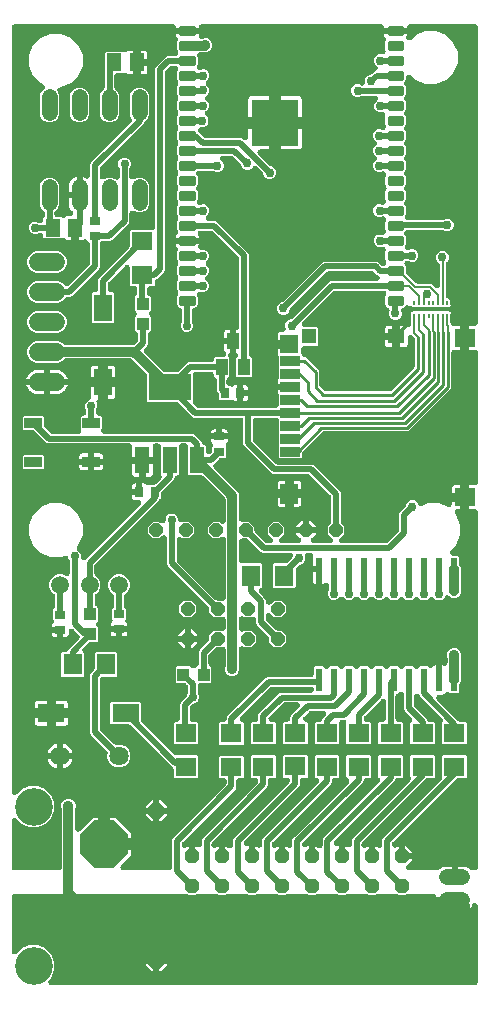
<source format=gbr>
G04 EAGLE Gerber RS-274X export*
G75*
%MOMM*%
%FSLAX34Y34*%
%LPD*%
%INTop Copper*%
%IPPOS*%
%AMOC8*
5,1,8,0,0,1.08239X$1,22.5*%
G01*
%ADD10R,0.900000X0.700000*%
%ADD11R,1.300000X1.500000*%
%ADD12R,0.700000X0.900000*%
%ADD13C,1.320800*%
%ADD14R,1.500000X0.900000*%
%ADD15R,1.676400X0.812800*%
%ADD16R,1.295400X1.295400*%
%ADD17R,1.701800X1.498600*%
%ADD18R,1.498600X1.701800*%
%ADD19R,1.498600X1.600200*%
%ADD20R,1.397000X1.295400*%
%ADD21C,1.524000*%
%ADD22R,1.600000X1.803000*%
%ADD23R,1.803000X1.600000*%
%ADD24R,1.100000X1.000000*%
%ADD25R,1.000000X1.100000*%
%ADD26P,1.429621X8X292.500000*%
%ADD27R,1.600000X2.300000*%
%ADD28R,2.300000X1.600000*%
%ADD29P,4.346878X8X112.500000*%
%ADD30C,3.200400*%
%ADD31C,1.638300*%
%ADD32C,1.498600*%
%ADD33R,0.200000X0.400000*%
%ADD34R,3.000000X0.350000*%
%ADD35C,0.465000*%
%ADD36R,4.000000X4.000000*%
%ADD37R,0.558800X1.981200*%
%ADD38R,1.219200X2.235200*%
%ADD39R,3.600000X2.200000*%
%ADD40R,1.000000X1.400000*%
%ADD41P,1.307527X8X22.500000*%
%ADD42P,1.199288X8X202.500000*%
%ADD43P,1.199288X8X22.500000*%
%ADD44C,0.508000*%
%ADD45C,0.812800*%
%ADD46C,0.254000*%
%ADD47C,0.200000*%
%ADD48C,0.906400*%
%ADD49C,0.756400*%
%ADD50C,0.304800*%
%ADD51C,5.500000*%
%ADD52C,2.540000*%

G36*
X55157Y139464D02*
X55157Y139464D01*
X55191Y139462D01*
X55380Y139484D01*
X55571Y139501D01*
X55604Y139510D01*
X55638Y139514D01*
X55821Y139569D01*
X56005Y139619D01*
X56036Y139634D01*
X56069Y139644D01*
X56240Y139731D01*
X56412Y139813D01*
X56440Y139833D01*
X56471Y139848D01*
X56623Y139964D01*
X56778Y140075D01*
X56802Y140100D01*
X56829Y140120D01*
X56958Y140260D01*
X57092Y140397D01*
X57111Y140426D01*
X57135Y140452D01*
X57237Y140613D01*
X57344Y140770D01*
X57358Y140802D01*
X57376Y140831D01*
X57449Y141008D01*
X57526Y141182D01*
X57534Y141216D01*
X57547Y141248D01*
X57587Y141435D01*
X57633Y141620D01*
X57635Y141654D01*
X57642Y141688D01*
X57661Y142000D01*
X57661Y191160D01*
X57651Y191277D01*
X57651Y191394D01*
X57631Y191500D01*
X57621Y191609D01*
X57591Y191722D01*
X57570Y191837D01*
X57519Y191983D01*
X57503Y192043D01*
X57487Y192076D01*
X57468Y192132D01*
X57193Y192795D01*
X57193Y195205D01*
X58115Y197431D01*
X59819Y199135D01*
X62045Y200057D01*
X64455Y200057D01*
X66681Y199135D01*
X68385Y197431D01*
X69307Y195205D01*
X69307Y192795D01*
X69032Y192132D01*
X68997Y192020D01*
X68953Y191912D01*
X68930Y191806D01*
X68897Y191702D01*
X68883Y191586D01*
X68858Y191472D01*
X68848Y191318D01*
X68841Y191256D01*
X68842Y191219D01*
X68839Y191160D01*
X68839Y174710D01*
X68850Y174580D01*
X68852Y174450D01*
X68870Y174356D01*
X68879Y174261D01*
X68913Y174136D01*
X68938Y174008D01*
X68972Y173919D01*
X68997Y173827D01*
X69053Y173709D01*
X69100Y173588D01*
X69150Y173506D01*
X69191Y173420D01*
X69266Y173315D01*
X69334Y173203D01*
X69397Y173132D01*
X69453Y173054D01*
X69546Y172963D01*
X69632Y172866D01*
X69707Y172807D01*
X69775Y172740D01*
X69883Y172667D01*
X69985Y172586D01*
X70069Y172541D01*
X70148Y172488D01*
X70267Y172435D01*
X70382Y172374D01*
X70473Y172344D01*
X70560Y172306D01*
X70687Y172275D01*
X70810Y172235D01*
X70905Y172222D01*
X70998Y172199D01*
X71127Y172191D01*
X71256Y172173D01*
X71352Y172177D01*
X71447Y172171D01*
X71576Y172186D01*
X71706Y172192D01*
X71799Y172212D01*
X71894Y172223D01*
X72019Y172261D01*
X72146Y172289D01*
X72234Y172326D01*
X72325Y172354D01*
X72441Y172413D01*
X72561Y172463D01*
X72642Y172515D01*
X72727Y172558D01*
X72830Y172636D01*
X72939Y172707D01*
X73037Y172793D01*
X73085Y172830D01*
X73116Y172863D01*
X73174Y172914D01*
X84380Y184121D01*
X88671Y184121D01*
X88671Y164040D01*
X88674Y164006D01*
X88672Y163971D01*
X88694Y163782D01*
X88711Y163592D01*
X88720Y163558D01*
X88724Y163524D01*
X88779Y163341D01*
X88829Y163157D01*
X88844Y163126D01*
X88854Y163093D01*
X88941Y162922D01*
X89023Y162751D01*
X89043Y162723D01*
X89058Y162692D01*
X89174Y162540D01*
X89285Y162385D01*
X89310Y162360D01*
X89330Y162333D01*
X89471Y162204D01*
X89607Y162071D01*
X89636Y162051D01*
X89662Y162028D01*
X89823Y161925D01*
X89980Y161818D01*
X90012Y161804D01*
X90041Y161786D01*
X90218Y161713D01*
X90392Y161636D01*
X90426Y161628D01*
X90458Y161615D01*
X90645Y161575D01*
X90830Y161530D01*
X90864Y161527D01*
X90898Y161520D01*
X91210Y161501D01*
X93751Y161501D01*
X93751Y158960D01*
X93754Y158926D01*
X93752Y158891D01*
X93774Y158702D01*
X93791Y158512D01*
X93800Y158478D01*
X93804Y158444D01*
X93859Y158261D01*
X93909Y158077D01*
X93924Y158046D01*
X93934Y158013D01*
X94021Y157842D01*
X94103Y157671D01*
X94123Y157642D01*
X94139Y157611D01*
X94254Y157459D01*
X94365Y157304D01*
X94390Y157280D01*
X94411Y157253D01*
X94551Y157124D01*
X94688Y156990D01*
X94716Y156971D01*
X94742Y156948D01*
X94903Y156845D01*
X95061Y156738D01*
X95092Y156724D01*
X95121Y156706D01*
X95298Y156633D01*
X95472Y156556D01*
X95506Y156548D01*
X95538Y156535D01*
X95725Y156495D01*
X95910Y156449D01*
X95944Y156447D01*
X95978Y156440D01*
X96290Y156421D01*
X116371Y156421D01*
X116371Y152130D01*
X108036Y143796D01*
X107953Y143696D01*
X107862Y143603D01*
X107808Y143523D01*
X107747Y143450D01*
X107683Y143337D01*
X107610Y143230D01*
X107571Y143142D01*
X107524Y143059D01*
X107480Y142937D01*
X107428Y142818D01*
X107405Y142725D01*
X107373Y142635D01*
X107352Y142506D01*
X107321Y142380D01*
X107315Y142285D01*
X107299Y142191D01*
X107301Y142060D01*
X107293Y141931D01*
X107304Y141836D01*
X107306Y141740D01*
X107330Y141613D01*
X107345Y141484D01*
X107373Y141392D01*
X107391Y141298D01*
X107438Y141177D01*
X107476Y141053D01*
X107519Y140968D01*
X107553Y140878D01*
X107621Y140767D01*
X107680Y140651D01*
X107738Y140575D01*
X107787Y140494D01*
X107873Y140396D01*
X107952Y140293D01*
X108022Y140228D01*
X108086Y140156D01*
X108187Y140076D01*
X108283Y139987D01*
X108364Y139936D01*
X108439Y139877D01*
X108553Y139816D01*
X108663Y139746D01*
X108751Y139709D01*
X108836Y139664D01*
X108959Y139624D01*
X109079Y139575D01*
X109173Y139555D01*
X109264Y139525D01*
X109392Y139507D01*
X109520Y139480D01*
X109649Y139472D01*
X109710Y139464D01*
X109755Y139465D01*
X109832Y139461D01*
X148396Y139461D01*
X148431Y139464D01*
X148465Y139462D01*
X148654Y139484D01*
X148845Y139501D01*
X148878Y139510D01*
X148912Y139514D01*
X149095Y139569D01*
X149279Y139619D01*
X149310Y139634D01*
X149343Y139644D01*
X149514Y139731D01*
X149686Y139813D01*
X149714Y139833D01*
X149745Y139848D01*
X149897Y139964D01*
X150052Y140075D01*
X150076Y140100D01*
X150103Y140120D01*
X150232Y140260D01*
X150366Y140397D01*
X150385Y140426D01*
X150409Y140452D01*
X150511Y140613D01*
X150618Y140770D01*
X150632Y140802D01*
X150650Y140831D01*
X150723Y141008D01*
X150800Y141182D01*
X150808Y141216D01*
X150821Y141248D01*
X150861Y141435D01*
X150907Y141620D01*
X150909Y141654D01*
X150916Y141688D01*
X150935Y142000D01*
X150935Y165059D01*
X151554Y166552D01*
X196442Y211440D01*
X196547Y211566D01*
X196659Y211687D01*
X196691Y211738D01*
X196730Y211785D01*
X196812Y211928D01*
X196900Y212067D01*
X196924Y212123D01*
X196954Y212176D01*
X197009Y212331D01*
X197071Y212483D01*
X197084Y212543D01*
X197105Y212601D01*
X197131Y212763D01*
X197166Y212924D01*
X197171Y213000D01*
X197178Y213045D01*
X197177Y213106D01*
X197185Y213235D01*
X197185Y214966D01*
X197182Y215001D01*
X197184Y215035D01*
X197162Y215224D01*
X197145Y215415D01*
X197136Y215448D01*
X197132Y215482D01*
X197077Y215665D01*
X197027Y215849D01*
X197012Y215880D01*
X197002Y215913D01*
X196915Y216084D01*
X196833Y216256D01*
X196813Y216284D01*
X196798Y216315D01*
X196682Y216467D01*
X196571Y216622D01*
X196546Y216646D01*
X196526Y216673D01*
X196386Y216802D01*
X196249Y216936D01*
X196220Y216955D01*
X196194Y216979D01*
X196033Y217081D01*
X195876Y217188D01*
X195844Y217202D01*
X195815Y217220D01*
X195638Y217293D01*
X195464Y217370D01*
X195430Y217378D01*
X195398Y217391D01*
X195211Y217431D01*
X195026Y217477D01*
X194992Y217479D01*
X194958Y217486D01*
X194646Y217505D01*
X191603Y217505D01*
X190710Y218398D01*
X190710Y235662D01*
X191603Y236555D01*
X210897Y236555D01*
X211790Y235662D01*
X211790Y218398D01*
X210897Y217505D01*
X207854Y217505D01*
X207819Y217502D01*
X207785Y217504D01*
X207596Y217482D01*
X207405Y217465D01*
X207372Y217456D01*
X207338Y217452D01*
X207155Y217397D01*
X206971Y217347D01*
X206940Y217332D01*
X206907Y217322D01*
X206736Y217235D01*
X206564Y217153D01*
X206536Y217133D01*
X206505Y217118D01*
X206353Y217002D01*
X206198Y216891D01*
X206174Y216866D01*
X206147Y216846D01*
X206018Y216706D01*
X205884Y216569D01*
X205865Y216540D01*
X205841Y216514D01*
X205739Y216353D01*
X205632Y216196D01*
X205618Y216164D01*
X205600Y216135D01*
X205527Y215958D01*
X205450Y215784D01*
X205442Y215750D01*
X205429Y215718D01*
X205389Y215531D01*
X205343Y215346D01*
X205341Y215312D01*
X205334Y215278D01*
X205315Y214966D01*
X205315Y209691D01*
X204696Y208198D01*
X159808Y163310D01*
X159703Y163184D01*
X159591Y163063D01*
X159559Y163012D01*
X159520Y162965D01*
X159438Y162822D01*
X159350Y162683D01*
X159326Y162627D01*
X159296Y162574D01*
X159241Y162419D01*
X159179Y162267D01*
X159166Y162207D01*
X159145Y162149D01*
X159119Y161987D01*
X159084Y161826D01*
X159079Y161750D01*
X159072Y161705D01*
X159073Y161644D01*
X159065Y161515D01*
X159065Y161080D01*
X159076Y160950D01*
X159078Y160820D01*
X159096Y160727D01*
X159105Y160631D01*
X159139Y160506D01*
X159164Y160378D01*
X159198Y160289D01*
X159223Y160197D01*
X159279Y160080D01*
X159326Y159958D01*
X159376Y159876D01*
X159417Y159790D01*
X159492Y159685D01*
X159560Y159574D01*
X159623Y159502D01*
X159679Y159424D01*
X159772Y159334D01*
X159858Y159236D01*
X159933Y159177D01*
X160001Y159110D01*
X160109Y159038D01*
X160211Y158957D01*
X160295Y158912D01*
X160374Y158858D01*
X160493Y158806D01*
X160608Y158744D01*
X160699Y158715D01*
X160786Y158676D01*
X160913Y158645D01*
X161036Y158605D01*
X161131Y158592D01*
X161224Y158569D01*
X161353Y158561D01*
X161482Y158544D01*
X161578Y158548D01*
X161673Y158542D01*
X161802Y158557D01*
X161932Y158562D01*
X162025Y158583D01*
X162120Y158594D01*
X162245Y158631D01*
X162372Y158660D01*
X162460Y158696D01*
X162551Y158724D01*
X162667Y158783D01*
X162787Y158833D01*
X162867Y158885D01*
X162953Y158928D01*
X163056Y159007D01*
X163165Y159078D01*
X163263Y159164D01*
X163311Y159200D01*
X163342Y159233D01*
X163400Y159284D01*
X164196Y160081D01*
X165211Y160081D01*
X165211Y151500D01*
X165214Y151466D01*
X165212Y151431D01*
X165234Y151242D01*
X165250Y151052D01*
X165260Y151018D01*
X165264Y150984D01*
X165319Y150801D01*
X165369Y150617D01*
X165384Y150586D01*
X165394Y150553D01*
X165481Y150382D01*
X165562Y150211D01*
X165583Y150183D01*
X165598Y150152D01*
X165713Y150000D01*
X165825Y149845D01*
X165849Y149821D01*
X165870Y149793D01*
X166010Y149664D01*
X166147Y149531D01*
X166176Y149511D01*
X166201Y149488D01*
X166362Y149385D01*
X166520Y149279D01*
X166552Y149265D01*
X166581Y149246D01*
X166758Y149174D01*
X166932Y149096D01*
X166966Y149088D01*
X166998Y149075D01*
X167184Y149035D01*
X167369Y148990D01*
X167404Y148988D01*
X167438Y148980D01*
X167750Y148961D01*
X167785Y148964D01*
X167819Y148962D01*
X168009Y148984D01*
X168199Y149001D01*
X168232Y149010D01*
X168266Y149014D01*
X168449Y149069D01*
X168633Y149120D01*
X168664Y149134D01*
X168697Y149144D01*
X168868Y149231D01*
X169040Y149313D01*
X169068Y149333D01*
X169099Y149349D01*
X169251Y149464D01*
X169406Y149575D01*
X169430Y149600D01*
X169457Y149621D01*
X169587Y149761D01*
X169720Y149898D01*
X169739Y149926D01*
X169763Y149952D01*
X169865Y150113D01*
X169972Y150271D01*
X169986Y150302D01*
X170004Y150332D01*
X170077Y150508D01*
X170154Y150683D01*
X170162Y150716D01*
X170175Y150748D01*
X170216Y150935D01*
X170261Y151120D01*
X170263Y151154D01*
X170270Y151188D01*
X170289Y151500D01*
X170289Y160081D01*
X171304Y160081D01*
X171850Y159534D01*
X171950Y159451D01*
X172043Y159360D01*
X172123Y159307D01*
X172196Y159246D01*
X172309Y159181D01*
X172416Y159108D01*
X172504Y159070D01*
X172587Y159022D01*
X172709Y158979D01*
X172828Y158926D01*
X172921Y158903D01*
X173011Y158871D01*
X173139Y158850D01*
X173266Y158819D01*
X173361Y158814D01*
X173455Y158798D01*
X173585Y158800D01*
X173715Y158792D01*
X173810Y158803D01*
X173906Y158804D01*
X174033Y158829D01*
X174162Y158844D01*
X174254Y158871D01*
X174348Y158890D01*
X174469Y158936D01*
X174593Y158974D01*
X174679Y159017D01*
X174768Y159052D01*
X174879Y159119D01*
X174995Y159178D01*
X175071Y159236D01*
X175152Y159286D01*
X175250Y159372D01*
X175353Y159450D01*
X175418Y159521D01*
X175490Y159584D01*
X175570Y159686D01*
X175659Y159782D01*
X175710Y159862D01*
X175769Y159937D01*
X175831Y160052D01*
X175900Y160161D01*
X175937Y160250D01*
X175982Y160334D01*
X176022Y160458D01*
X176071Y160578D01*
X176091Y160671D01*
X176121Y160762D01*
X176139Y160891D01*
X176166Y161018D01*
X176174Y161148D01*
X176182Y161208D01*
X176181Y161253D01*
X176185Y161330D01*
X176185Y165309D01*
X176804Y166802D01*
X223406Y213404D01*
X223511Y213530D01*
X223623Y213651D01*
X223656Y213703D01*
X223695Y213750D01*
X223776Y213892D01*
X223865Y214031D01*
X223888Y214088D01*
X223918Y214141D01*
X223973Y214295D01*
X224036Y214448D01*
X224048Y214507D01*
X224069Y214565D01*
X224096Y214727D01*
X224106Y214773D01*
X224121Y214836D01*
X224122Y214847D01*
X224130Y214888D01*
X224135Y214965D01*
X224142Y215009D01*
X224142Y215070D01*
X224150Y215200D01*
X224150Y215216D01*
X224146Y215251D01*
X224149Y215285D01*
X224137Y215382D01*
X224136Y215459D01*
X224121Y215539D01*
X224110Y215665D01*
X224100Y215698D01*
X224096Y215732D01*
X224060Y215853D01*
X224051Y215901D01*
X224031Y215951D01*
X223991Y216099D01*
X223976Y216130D01*
X223966Y216163D01*
X223897Y216300D01*
X223888Y216321D01*
X223874Y216345D01*
X223798Y216506D01*
X223778Y216534D01*
X223762Y216565D01*
X223647Y216717D01*
X223536Y216872D01*
X223511Y216896D01*
X223490Y216923D01*
X223350Y217052D01*
X223213Y217186D01*
X223184Y217205D01*
X223159Y217229D01*
X222998Y217331D01*
X222840Y217438D01*
X222808Y217452D01*
X222779Y217470D01*
X222602Y217543D01*
X222428Y217620D01*
X222394Y217628D01*
X222362Y217641D01*
X222176Y217681D01*
X221991Y217727D01*
X221956Y217729D01*
X221922Y217736D01*
X221610Y217755D01*
X218568Y217755D01*
X217675Y218648D01*
X217675Y235912D01*
X218568Y236805D01*
X237861Y236805D01*
X238754Y235912D01*
X238754Y218648D01*
X237861Y217755D01*
X234818Y217755D01*
X234784Y217752D01*
X234749Y217754D01*
X234560Y217732D01*
X234370Y217715D01*
X234336Y217706D01*
X234302Y217702D01*
X234119Y217647D01*
X233935Y217597D01*
X233904Y217582D01*
X233871Y217572D01*
X233700Y217485D01*
X233529Y217403D01*
X233501Y217383D01*
X233470Y217368D01*
X233318Y217252D01*
X233163Y217141D01*
X233138Y217116D01*
X233111Y217096D01*
X232982Y216956D01*
X232849Y216819D01*
X232829Y216790D01*
X232806Y216764D01*
X232703Y216603D01*
X232597Y216446D01*
X232583Y216414D01*
X232564Y216385D01*
X232491Y216208D01*
X232414Y216034D01*
X232406Y216000D01*
X232393Y215968D01*
X232353Y215781D01*
X232308Y215596D01*
X232306Y215562D01*
X232298Y215528D01*
X232279Y215216D01*
X232279Y211656D01*
X231660Y210162D01*
X185058Y163560D01*
X184953Y163434D01*
X184841Y163313D01*
X184809Y163262D01*
X184770Y163215D01*
X184688Y163072D01*
X184600Y162933D01*
X184576Y162877D01*
X184546Y162824D01*
X184491Y162669D01*
X184429Y162517D01*
X184416Y162457D01*
X184395Y162399D01*
X184369Y162237D01*
X184334Y162076D01*
X184329Y162000D01*
X184322Y161955D01*
X184323Y161894D01*
X184315Y161765D01*
X184315Y160930D01*
X184326Y160800D01*
X184328Y160670D01*
X184346Y160577D01*
X184355Y160481D01*
X184389Y160356D01*
X184414Y160228D01*
X184448Y160139D01*
X184473Y160047D01*
X184529Y159930D01*
X184576Y159808D01*
X184626Y159727D01*
X184667Y159640D01*
X184742Y159535D01*
X184810Y159424D01*
X184873Y159352D01*
X184929Y159274D01*
X185022Y159184D01*
X185108Y159086D01*
X185183Y159027D01*
X185251Y158960D01*
X185359Y158888D01*
X185461Y158807D01*
X185545Y158762D01*
X185624Y158708D01*
X185743Y158656D01*
X185858Y158594D01*
X185949Y158565D01*
X186036Y158526D01*
X186162Y158495D01*
X186286Y158455D01*
X186381Y158442D01*
X186474Y158419D01*
X186603Y158411D01*
X186732Y158394D01*
X186828Y158398D01*
X186923Y158392D01*
X187052Y158407D01*
X187182Y158412D01*
X187275Y158433D01*
X187370Y158444D01*
X187495Y158481D01*
X187622Y158510D01*
X187710Y158546D01*
X187801Y158574D01*
X187917Y158633D01*
X188037Y158683D01*
X188117Y158735D01*
X188203Y158778D01*
X188306Y158857D01*
X188415Y158928D01*
X188513Y159014D01*
X188561Y159050D01*
X188592Y159083D01*
X188650Y159134D01*
X189596Y160081D01*
X190611Y160081D01*
X190611Y151500D01*
X190614Y151466D01*
X190612Y151431D01*
X190634Y151242D01*
X190650Y151052D01*
X190660Y151018D01*
X190664Y150984D01*
X190719Y150801D01*
X190769Y150617D01*
X190784Y150586D01*
X190794Y150553D01*
X190881Y150382D01*
X190962Y150211D01*
X190983Y150183D01*
X190998Y150152D01*
X191113Y150000D01*
X191225Y149845D01*
X191249Y149821D01*
X191270Y149793D01*
X191410Y149664D01*
X191547Y149531D01*
X191576Y149511D01*
X191601Y149488D01*
X191762Y149385D01*
X191920Y149279D01*
X191952Y149265D01*
X191981Y149246D01*
X192158Y149174D01*
X192332Y149096D01*
X192366Y149088D01*
X192398Y149075D01*
X192584Y149035D01*
X192769Y148990D01*
X192804Y148988D01*
X192838Y148980D01*
X193150Y148961D01*
X193185Y148964D01*
X193219Y148962D01*
X193409Y148984D01*
X193599Y149001D01*
X193632Y149010D01*
X193666Y149014D01*
X193849Y149069D01*
X194033Y149120D01*
X194064Y149134D01*
X194097Y149144D01*
X194268Y149231D01*
X194440Y149313D01*
X194468Y149333D01*
X194499Y149349D01*
X194651Y149464D01*
X194806Y149575D01*
X194830Y149600D01*
X194857Y149621D01*
X194987Y149761D01*
X195120Y149898D01*
X195139Y149926D01*
X195163Y149952D01*
X195265Y150113D01*
X195372Y150271D01*
X195386Y150302D01*
X195404Y150332D01*
X195477Y150508D01*
X195554Y150683D01*
X195562Y150716D01*
X195575Y150748D01*
X195616Y150935D01*
X195661Y151120D01*
X195663Y151154D01*
X195670Y151188D01*
X195689Y151500D01*
X195689Y160081D01*
X196704Y160081D01*
X198100Y158684D01*
X198200Y158601D01*
X198293Y158510D01*
X198373Y158457D01*
X198446Y158396D01*
X198559Y158331D01*
X198666Y158258D01*
X198754Y158220D01*
X198837Y158172D01*
X198959Y158129D01*
X199078Y158076D01*
X199171Y158053D01*
X199261Y158021D01*
X199389Y158000D01*
X199516Y157969D01*
X199611Y157964D01*
X199705Y157948D01*
X199835Y157950D01*
X199965Y157942D01*
X200060Y157953D01*
X200156Y157954D01*
X200283Y157979D01*
X200412Y157994D01*
X200504Y158021D01*
X200598Y158040D01*
X200719Y158086D01*
X200843Y158124D01*
X200929Y158167D01*
X201018Y158202D01*
X201129Y158269D01*
X201245Y158328D01*
X201321Y158386D01*
X201402Y158436D01*
X201500Y158522D01*
X201603Y158600D01*
X201668Y158671D01*
X201740Y158734D01*
X201820Y158836D01*
X201909Y158932D01*
X201960Y159012D01*
X202019Y159087D01*
X202081Y159202D01*
X202150Y159311D01*
X202187Y159400D01*
X202232Y159484D01*
X202272Y159608D01*
X202321Y159728D01*
X202341Y159821D01*
X202371Y159912D01*
X202389Y160041D01*
X202416Y160168D01*
X202424Y160298D01*
X202432Y160358D01*
X202431Y160403D01*
X202435Y160480D01*
X202435Y165059D01*
X203054Y166552D01*
X204555Y168053D01*
X250052Y213550D01*
X250136Y213650D01*
X250226Y213743D01*
X250280Y213823D01*
X250341Y213896D01*
X250406Y214009D01*
X250478Y214116D01*
X250517Y214204D01*
X250564Y214287D01*
X250608Y214409D01*
X250661Y214528D01*
X250683Y214621D01*
X250715Y214711D01*
X250736Y214840D01*
X250767Y214966D01*
X250773Y215061D01*
X250789Y215155D01*
X250787Y215286D01*
X250795Y215415D01*
X250784Y215510D01*
X250783Y215606D01*
X250758Y215733D01*
X250743Y215862D01*
X250715Y215954D01*
X250697Y216048D01*
X250650Y216169D01*
X250613Y216293D01*
X250569Y216378D01*
X250535Y216468D01*
X250467Y216579D01*
X250408Y216695D01*
X250351Y216771D01*
X250301Y216852D01*
X250215Y216950D01*
X250136Y217053D01*
X250066Y217118D01*
X250003Y217190D01*
X249901Y217270D01*
X249805Y217359D01*
X249724Y217410D01*
X249650Y217469D01*
X249535Y217530D01*
X249425Y217600D01*
X249337Y217637D01*
X249253Y217682D01*
X249129Y217722D01*
X249009Y217771D01*
X248915Y217791D01*
X248824Y217821D01*
X248696Y217839D01*
X248569Y217866D01*
X248439Y217874D01*
X248378Y217882D01*
X248334Y217881D01*
X248257Y217885D01*
X245532Y217885D01*
X244639Y218778D01*
X244639Y236042D01*
X245532Y236935D01*
X264825Y236935D01*
X265718Y236042D01*
X265718Y218778D01*
X264825Y217885D01*
X261782Y217885D01*
X261748Y217882D01*
X261713Y217884D01*
X261524Y217862D01*
X261334Y217845D01*
X261301Y217836D01*
X261266Y217832D01*
X261083Y217777D01*
X260900Y217727D01*
X260868Y217712D01*
X260835Y217702D01*
X260665Y217615D01*
X260493Y217533D01*
X260465Y217513D01*
X260434Y217498D01*
X260282Y217382D01*
X260127Y217271D01*
X260103Y217246D01*
X260075Y217226D01*
X259946Y217086D01*
X259813Y216949D01*
X259793Y216920D01*
X259770Y216894D01*
X259667Y216733D01*
X259561Y216576D01*
X259547Y216544D01*
X259528Y216515D01*
X259456Y216338D01*
X259379Y216164D01*
X259370Y216130D01*
X259357Y216098D01*
X259317Y215911D01*
X259272Y215726D01*
X259270Y215692D01*
X259262Y215658D01*
X259243Y215346D01*
X259243Y212120D01*
X258624Y210626D01*
X212414Y164416D01*
X212330Y164316D01*
X212240Y164223D01*
X212186Y164143D01*
X212125Y164070D01*
X212060Y163957D01*
X211988Y163850D01*
X211949Y163762D01*
X211902Y163679D01*
X211858Y163557D01*
X211805Y163438D01*
X211783Y163345D01*
X211751Y163255D01*
X211730Y163126D01*
X211699Y163000D01*
X211693Y162905D01*
X211677Y162811D01*
X211679Y162680D01*
X211671Y162551D01*
X211682Y162456D01*
X211683Y162360D01*
X211708Y162233D01*
X211723Y162104D01*
X211751Y162012D01*
X211769Y161918D01*
X211816Y161797D01*
X211853Y161673D01*
X211897Y161588D01*
X211931Y161498D01*
X211999Y161387D01*
X212058Y161271D01*
X212115Y161195D01*
X212165Y161114D01*
X212251Y161016D01*
X212330Y160913D01*
X212400Y160848D01*
X212463Y160776D01*
X212565Y160696D01*
X212661Y160607D01*
X212742Y160556D01*
X212816Y160497D01*
X212931Y160436D01*
X213041Y160366D01*
X213129Y160329D01*
X213213Y160284D01*
X213337Y160244D01*
X213457Y160195D01*
X213551Y160175D01*
X213642Y160145D01*
X213770Y160127D01*
X213897Y160100D01*
X214027Y160092D01*
X214088Y160084D01*
X214132Y160085D01*
X214209Y160081D01*
X216011Y160081D01*
X216011Y151500D01*
X216014Y151466D01*
X216012Y151431D01*
X216034Y151242D01*
X216050Y151052D01*
X216060Y151018D01*
X216064Y150984D01*
X216119Y150801D01*
X216169Y150617D01*
X216184Y150586D01*
X216194Y150553D01*
X216281Y150382D01*
X216362Y150211D01*
X216383Y150183D01*
X216398Y150152D01*
X216513Y150000D01*
X216625Y149845D01*
X216649Y149821D01*
X216670Y149793D01*
X216810Y149664D01*
X216947Y149531D01*
X216976Y149511D01*
X217001Y149488D01*
X217162Y149385D01*
X217320Y149279D01*
X217352Y149265D01*
X217381Y149246D01*
X217558Y149174D01*
X217732Y149096D01*
X217766Y149088D01*
X217798Y149075D01*
X217984Y149035D01*
X218169Y148990D01*
X218204Y148988D01*
X218238Y148980D01*
X218550Y148961D01*
X218585Y148964D01*
X218619Y148962D01*
X218809Y148984D01*
X218999Y149001D01*
X219032Y149010D01*
X219066Y149014D01*
X219249Y149069D01*
X219433Y149120D01*
X219464Y149134D01*
X219497Y149144D01*
X219668Y149231D01*
X219840Y149313D01*
X219868Y149333D01*
X219899Y149349D01*
X220051Y149464D01*
X220206Y149575D01*
X220230Y149600D01*
X220257Y149621D01*
X220387Y149761D01*
X220520Y149898D01*
X220539Y149926D01*
X220563Y149952D01*
X220665Y150113D01*
X220772Y150271D01*
X220786Y150302D01*
X220804Y150332D01*
X220877Y150508D01*
X220954Y150683D01*
X220962Y150716D01*
X220975Y150748D01*
X221016Y150935D01*
X221061Y151120D01*
X221063Y151154D01*
X221070Y151188D01*
X221089Y151500D01*
X221089Y160081D01*
X222104Y160081D01*
X222850Y159334D01*
X222950Y159251D01*
X223043Y159160D01*
X223123Y159107D01*
X223196Y159046D01*
X223309Y158981D01*
X223416Y158908D01*
X223504Y158870D01*
X223587Y158822D01*
X223709Y158779D01*
X223828Y158726D01*
X223921Y158703D01*
X224011Y158671D01*
X224139Y158650D01*
X224266Y158619D01*
X224361Y158614D01*
X224455Y158598D01*
X224585Y158600D01*
X224715Y158592D01*
X224810Y158603D01*
X224906Y158604D01*
X225033Y158629D01*
X225162Y158644D01*
X225254Y158671D01*
X225348Y158690D01*
X225469Y158736D01*
X225593Y158774D01*
X225679Y158817D01*
X225768Y158852D01*
X225879Y158919D01*
X225995Y158978D01*
X226071Y159036D01*
X226152Y159086D01*
X226250Y159172D01*
X226353Y159250D01*
X226418Y159321D01*
X226490Y159384D01*
X226570Y159486D01*
X226659Y159582D01*
X226710Y159662D01*
X226769Y159737D01*
X226831Y159852D01*
X226900Y159961D01*
X226937Y160050D01*
X226982Y160134D01*
X227022Y160258D01*
X227071Y160378D01*
X227091Y160471D01*
X227121Y160562D01*
X227139Y160691D01*
X227166Y160818D01*
X227174Y160948D01*
X227182Y161008D01*
X227181Y161053D01*
X227185Y161130D01*
X227185Y165059D01*
X227804Y166552D01*
X229305Y168053D01*
X274672Y213420D01*
X274756Y213520D01*
X274846Y213613D01*
X274900Y213693D01*
X274961Y213766D01*
X275026Y213879D01*
X275098Y213986D01*
X275137Y214074D01*
X275184Y214157D01*
X275228Y214279D01*
X275281Y214398D01*
X275303Y214491D01*
X275335Y214581D01*
X275356Y214710D01*
X275387Y214836D01*
X275393Y214931D01*
X275409Y215025D01*
X275407Y215155D01*
X275415Y215285D01*
X275404Y215380D01*
X275403Y215476D01*
X275378Y215603D01*
X275363Y215732D01*
X275335Y215824D01*
X275317Y215918D01*
X275270Y216039D01*
X275233Y216163D01*
X275189Y216248D01*
X275155Y216338D01*
X275087Y216449D01*
X275028Y216565D01*
X274971Y216641D01*
X274921Y216722D01*
X274835Y216820D01*
X274756Y216923D01*
X274686Y216988D01*
X274623Y217060D01*
X274521Y217140D01*
X274425Y217229D01*
X274344Y217280D01*
X274270Y217339D01*
X274155Y217400D01*
X274045Y217470D01*
X273957Y217507D01*
X273873Y217552D01*
X273749Y217592D01*
X273629Y217641D01*
X273535Y217661D01*
X273444Y217691D01*
X273316Y217709D01*
X273189Y217736D01*
X273059Y217744D01*
X272998Y217752D01*
X272954Y217751D01*
X272877Y217755D01*
X272496Y217755D01*
X271603Y218648D01*
X271603Y235912D01*
X272496Y236805D01*
X291789Y236805D01*
X292682Y235912D01*
X292682Y218648D01*
X291789Y217755D01*
X288747Y217755D01*
X288712Y217752D01*
X288678Y217754D01*
X288488Y217732D01*
X288298Y217715D01*
X288265Y217706D01*
X288230Y217702D01*
X288047Y217647D01*
X287864Y217597D01*
X287833Y217582D01*
X287799Y217572D01*
X287629Y217485D01*
X287457Y217403D01*
X287429Y217383D01*
X287398Y217368D01*
X287246Y217252D01*
X287091Y217141D01*
X287067Y217116D01*
X287039Y217096D01*
X286910Y216956D01*
X286777Y216819D01*
X286758Y216790D01*
X286734Y216764D01*
X286632Y216603D01*
X286525Y216446D01*
X286511Y216414D01*
X286492Y216385D01*
X286420Y216208D01*
X286343Y216034D01*
X286335Y216000D01*
X286321Y215968D01*
X286281Y215781D01*
X286236Y215596D01*
X286234Y215562D01*
X286227Y215528D01*
X286207Y215216D01*
X286207Y214334D01*
X285589Y212840D01*
X236058Y163310D01*
X235953Y163184D01*
X235841Y163063D01*
X235809Y163012D01*
X235770Y162965D01*
X235688Y162822D01*
X235600Y162683D01*
X235576Y162627D01*
X235546Y162574D01*
X235491Y162419D01*
X235429Y162267D01*
X235416Y162207D01*
X235395Y162149D01*
X235369Y161987D01*
X235334Y161826D01*
X235329Y161750D01*
X235322Y161705D01*
X235323Y161644D01*
X235315Y161515D01*
X235315Y161130D01*
X235326Y161000D01*
X235328Y160870D01*
X235346Y160777D01*
X235355Y160681D01*
X235389Y160556D01*
X235414Y160428D01*
X235448Y160339D01*
X235473Y160247D01*
X235529Y160130D01*
X235576Y160008D01*
X235626Y159927D01*
X235667Y159840D01*
X235742Y159735D01*
X235810Y159624D01*
X235873Y159552D01*
X235929Y159474D01*
X236022Y159384D01*
X236108Y159286D01*
X236183Y159227D01*
X236251Y159160D01*
X236359Y159088D01*
X236461Y159007D01*
X236545Y158962D01*
X236624Y158908D01*
X236743Y158856D01*
X236858Y158794D01*
X236949Y158765D01*
X237036Y158726D01*
X237163Y158695D01*
X237286Y158655D01*
X237381Y158642D01*
X237474Y158619D01*
X237603Y158611D01*
X237732Y158594D01*
X237828Y158598D01*
X237923Y158592D01*
X238052Y158607D01*
X238182Y158612D01*
X238275Y158633D01*
X238370Y158644D01*
X238495Y158681D01*
X238622Y158710D01*
X238710Y158746D01*
X238801Y158774D01*
X238917Y158833D01*
X239037Y158883D01*
X239117Y158935D01*
X239203Y158978D01*
X239306Y159057D01*
X239415Y159128D01*
X239513Y159214D01*
X239561Y159250D01*
X239592Y159283D01*
X239650Y159334D01*
X240396Y160081D01*
X241411Y160081D01*
X241411Y151500D01*
X241414Y151466D01*
X241412Y151431D01*
X241434Y151242D01*
X241450Y151052D01*
X241460Y151018D01*
X241464Y150984D01*
X241519Y150801D01*
X241569Y150617D01*
X241584Y150586D01*
X241594Y150553D01*
X241681Y150382D01*
X241762Y150211D01*
X241783Y150183D01*
X241798Y150152D01*
X241913Y150000D01*
X242025Y149845D01*
X242049Y149821D01*
X242070Y149793D01*
X242210Y149664D01*
X242347Y149531D01*
X242376Y149511D01*
X242401Y149488D01*
X242562Y149385D01*
X242720Y149279D01*
X242752Y149265D01*
X242781Y149246D01*
X242958Y149174D01*
X243132Y149096D01*
X243166Y149088D01*
X243198Y149075D01*
X243384Y149035D01*
X243569Y148990D01*
X243604Y148988D01*
X243638Y148980D01*
X243950Y148961D01*
X243985Y148964D01*
X244019Y148962D01*
X244209Y148984D01*
X244399Y149001D01*
X244432Y149010D01*
X244466Y149014D01*
X244649Y149069D01*
X244833Y149120D01*
X244864Y149134D01*
X244897Y149144D01*
X245068Y149231D01*
X245240Y149313D01*
X245268Y149333D01*
X245299Y149349D01*
X245451Y149464D01*
X245606Y149575D01*
X245630Y149600D01*
X245657Y149621D01*
X245787Y149761D01*
X245920Y149898D01*
X245939Y149926D01*
X245963Y149952D01*
X246065Y150113D01*
X246172Y150271D01*
X246186Y150302D01*
X246204Y150332D01*
X246277Y150508D01*
X246354Y150683D01*
X246362Y150716D01*
X246375Y150748D01*
X246416Y150935D01*
X246461Y151120D01*
X246463Y151154D01*
X246470Y151188D01*
X246489Y151500D01*
X246489Y160081D01*
X247504Y160081D01*
X248600Y158984D01*
X248700Y158901D01*
X248793Y158810D01*
X248873Y158757D01*
X248946Y158696D01*
X249059Y158631D01*
X249166Y158558D01*
X249254Y158520D01*
X249337Y158472D01*
X249459Y158429D01*
X249578Y158376D01*
X249671Y158353D01*
X249761Y158321D01*
X249889Y158300D01*
X250016Y158269D01*
X250111Y158264D01*
X250205Y158248D01*
X250335Y158250D01*
X250465Y158242D01*
X250560Y158253D01*
X250656Y158254D01*
X250783Y158279D01*
X250912Y158294D01*
X251004Y158321D01*
X251098Y158340D01*
X251219Y158386D01*
X251343Y158424D01*
X251429Y158467D01*
X251518Y158502D01*
X251629Y158569D01*
X251745Y158628D01*
X251821Y158686D01*
X251902Y158736D01*
X252000Y158822D01*
X252103Y158900D01*
X252168Y158971D01*
X252240Y159034D01*
X252320Y159136D01*
X252409Y159232D01*
X252460Y159312D01*
X252519Y159387D01*
X252581Y159502D01*
X252650Y159611D01*
X252687Y159700D01*
X252732Y159784D01*
X252772Y159908D01*
X252821Y160028D01*
X252841Y160121D01*
X252871Y160212D01*
X252889Y160341D01*
X252916Y160468D01*
X252924Y160598D01*
X252932Y160658D01*
X252931Y160703D01*
X252935Y160780D01*
X252935Y165059D01*
X253554Y166552D01*
X255054Y168053D01*
X255055Y168053D01*
X300422Y213420D01*
X300506Y213520D01*
X300596Y213613D01*
X300650Y213693D01*
X300711Y213766D01*
X300776Y213879D01*
X300848Y213986D01*
X300887Y214074D01*
X300934Y214157D01*
X300978Y214279D01*
X301031Y214398D01*
X301053Y214491D01*
X301085Y214581D01*
X301106Y214710D01*
X301137Y214836D01*
X301143Y214931D01*
X301159Y215025D01*
X301157Y215155D01*
X301165Y215285D01*
X301154Y215380D01*
X301153Y215476D01*
X301128Y215603D01*
X301113Y215732D01*
X301085Y215824D01*
X301067Y215918D01*
X301020Y216039D01*
X300983Y216163D01*
X300939Y216248D01*
X300905Y216338D01*
X300837Y216449D01*
X300778Y216565D01*
X300721Y216641D01*
X300671Y216722D01*
X300585Y216820D01*
X300506Y216923D01*
X300436Y216988D01*
X300373Y217060D01*
X300271Y217140D01*
X300175Y217229D01*
X300094Y217280D01*
X300020Y217339D01*
X299905Y217400D01*
X299795Y217470D01*
X299711Y217505D01*
X298567Y218648D01*
X298567Y235912D01*
X299460Y236805D01*
X318754Y236805D01*
X319647Y235912D01*
X319647Y218648D01*
X318754Y217755D01*
X315711Y217755D01*
X315676Y217752D01*
X315642Y217754D01*
X315453Y217732D01*
X315262Y217715D01*
X315229Y217706D01*
X315195Y217702D01*
X315012Y217647D01*
X314828Y217597D01*
X314797Y217582D01*
X314764Y217572D01*
X314593Y217485D01*
X314421Y217403D01*
X314393Y217383D01*
X314362Y217368D01*
X314210Y217252D01*
X314055Y217141D01*
X314031Y217116D01*
X314004Y217096D01*
X313875Y216956D01*
X313741Y216819D01*
X313722Y216790D01*
X313698Y216764D01*
X313596Y216603D01*
X313489Y216446D01*
X313475Y216414D01*
X313457Y216385D01*
X313384Y216208D01*
X313307Y216034D01*
X313299Y216000D01*
X313286Y215968D01*
X313246Y215781D01*
X313213Y215648D01*
X312553Y214055D01*
X261808Y163310D01*
X261703Y163184D01*
X261591Y163063D01*
X261559Y163012D01*
X261520Y162965D01*
X261438Y162822D01*
X261350Y162683D01*
X261326Y162627D01*
X261296Y162574D01*
X261241Y162419D01*
X261179Y162267D01*
X261166Y162207D01*
X261145Y162150D01*
X261119Y161987D01*
X261084Y161826D01*
X261079Y161750D01*
X261072Y161705D01*
X261072Y161673D01*
X261072Y161671D01*
X261072Y161638D01*
X261065Y161515D01*
X261065Y161480D01*
X261076Y161350D01*
X261078Y161220D01*
X261096Y161127D01*
X261105Y161031D01*
X261139Y160906D01*
X261164Y160778D01*
X261198Y160689D01*
X261223Y160597D01*
X261279Y160480D01*
X261326Y160358D01*
X261376Y160277D01*
X261417Y160190D01*
X261492Y160085D01*
X261560Y159974D01*
X261623Y159902D01*
X261679Y159824D01*
X261772Y159734D01*
X261858Y159636D01*
X261933Y159577D01*
X262001Y159510D01*
X262109Y159438D01*
X262211Y159357D01*
X262295Y159312D01*
X262374Y159258D01*
X262493Y159206D01*
X262608Y159144D01*
X262699Y159115D01*
X262786Y159076D01*
X262913Y159045D01*
X263036Y159005D01*
X263131Y158992D01*
X263224Y158969D01*
X263353Y158961D01*
X263482Y158944D01*
X263578Y158948D01*
X263673Y158942D01*
X263802Y158957D01*
X263932Y158962D01*
X264025Y158983D01*
X264120Y158994D01*
X264245Y159031D01*
X264372Y159060D01*
X264460Y159096D01*
X264551Y159124D01*
X264667Y159183D01*
X264787Y159233D01*
X264867Y159285D01*
X264953Y159328D01*
X265056Y159407D01*
X265165Y159478D01*
X265263Y159564D01*
X265311Y159600D01*
X265342Y159633D01*
X265400Y159684D01*
X265796Y160081D01*
X266811Y160081D01*
X266811Y151500D01*
X266814Y151466D01*
X266812Y151431D01*
X266834Y151242D01*
X266850Y151052D01*
X266860Y151018D01*
X266864Y150984D01*
X266919Y150801D01*
X266969Y150617D01*
X266984Y150586D01*
X266994Y150553D01*
X267081Y150382D01*
X267162Y150211D01*
X267183Y150183D01*
X267198Y150152D01*
X267313Y150000D01*
X267425Y149845D01*
X267449Y149821D01*
X267470Y149793D01*
X267610Y149664D01*
X267747Y149531D01*
X267776Y149511D01*
X267801Y149488D01*
X267962Y149385D01*
X268120Y149279D01*
X268152Y149265D01*
X268181Y149246D01*
X268358Y149174D01*
X268532Y149096D01*
X268566Y149088D01*
X268598Y149075D01*
X268784Y149035D01*
X268969Y148990D01*
X269004Y148988D01*
X269038Y148980D01*
X269350Y148961D01*
X269385Y148964D01*
X269419Y148962D01*
X269609Y148984D01*
X269799Y149001D01*
X269832Y149010D01*
X269866Y149014D01*
X270049Y149069D01*
X270233Y149120D01*
X270264Y149134D01*
X270297Y149144D01*
X270468Y149231D01*
X270640Y149313D01*
X270668Y149333D01*
X270699Y149349D01*
X270851Y149464D01*
X271006Y149575D01*
X271030Y149600D01*
X271057Y149621D01*
X271187Y149761D01*
X271320Y149898D01*
X271339Y149926D01*
X271363Y149952D01*
X271465Y150113D01*
X271572Y150271D01*
X271586Y150302D01*
X271604Y150332D01*
X271677Y150508D01*
X271754Y150683D01*
X271762Y150716D01*
X271775Y150748D01*
X271816Y150935D01*
X271861Y151120D01*
X271863Y151154D01*
X271870Y151188D01*
X271889Y151500D01*
X271889Y160081D01*
X272904Y160081D01*
X274100Y158884D01*
X274200Y158801D01*
X274293Y158710D01*
X274373Y158657D01*
X274446Y158596D01*
X274559Y158531D01*
X274666Y158458D01*
X274754Y158420D01*
X274837Y158372D01*
X274959Y158329D01*
X275078Y158276D01*
X275171Y158253D01*
X275261Y158221D01*
X275389Y158200D01*
X275516Y158169D01*
X275611Y158164D01*
X275705Y158148D01*
X275835Y158150D01*
X275965Y158142D01*
X276060Y158153D01*
X276156Y158154D01*
X276283Y158179D01*
X276412Y158194D01*
X276504Y158221D01*
X276598Y158240D01*
X276719Y158286D01*
X276843Y158324D01*
X276929Y158367D01*
X277018Y158402D01*
X277129Y158469D01*
X277245Y158528D01*
X277321Y158586D01*
X277402Y158636D01*
X277500Y158722D01*
X277603Y158800D01*
X277668Y158871D01*
X277740Y158934D01*
X277820Y159036D01*
X277909Y159132D01*
X277960Y159212D01*
X278019Y159287D01*
X278081Y159402D01*
X278150Y159511D01*
X278187Y159600D01*
X278232Y159684D01*
X278272Y159808D01*
X278321Y159928D01*
X278341Y160021D01*
X278371Y160112D01*
X278389Y160241D01*
X278416Y160368D01*
X278424Y160498D01*
X278432Y160558D01*
X278431Y160603D01*
X278435Y160680D01*
X278435Y165059D01*
X279054Y166552D01*
X280555Y168053D01*
X326545Y214044D01*
X326568Y214070D01*
X326593Y214093D01*
X326712Y214243D01*
X326834Y214389D01*
X326851Y214419D01*
X326873Y214446D01*
X326963Y214615D01*
X327058Y214780D01*
X327069Y214813D01*
X327086Y214843D01*
X327144Y215024D01*
X327208Y215204D01*
X327214Y215238D01*
X327225Y215271D01*
X327251Y215460D01*
X327282Y215648D01*
X327281Y215683D01*
X327286Y215717D01*
X327278Y215908D01*
X327276Y216099D01*
X327269Y216133D01*
X327268Y216167D01*
X327226Y216353D01*
X327190Y216541D01*
X327178Y216573D01*
X327170Y216607D01*
X327097Y216782D01*
X327028Y216961D01*
X327010Y216990D01*
X326997Y217022D01*
X326893Y217182D01*
X326794Y217345D01*
X326771Y217371D01*
X326752Y217401D01*
X326545Y217635D01*
X325532Y218648D01*
X325532Y235912D01*
X326425Y236805D01*
X345718Y236805D01*
X346611Y235912D01*
X346611Y218648D01*
X345718Y217755D01*
X342140Y217755D01*
X341929Y217736D01*
X341718Y217720D01*
X341705Y217717D01*
X341692Y217715D01*
X341487Y217659D01*
X341282Y217606D01*
X341270Y217600D01*
X341257Y217597D01*
X341067Y217507D01*
X340873Y217417D01*
X340863Y217409D01*
X340851Y217403D01*
X340679Y217281D01*
X340505Y217158D01*
X340495Y217149D01*
X340485Y217141D01*
X340336Y216989D01*
X340187Y216839D01*
X340180Y216828D01*
X340171Y216819D01*
X340051Y216642D01*
X339931Y216469D01*
X339924Y216454D01*
X339918Y216446D01*
X339902Y216409D01*
X339794Y216188D01*
X339517Y215519D01*
X288414Y164416D01*
X288330Y164316D01*
X288240Y164223D01*
X288186Y164143D01*
X288125Y164070D01*
X288060Y163957D01*
X287988Y163850D01*
X287949Y163762D01*
X287902Y163679D01*
X287858Y163557D01*
X287805Y163438D01*
X287783Y163345D01*
X287751Y163255D01*
X287730Y163126D01*
X287699Y163000D01*
X287693Y162905D01*
X287677Y162811D01*
X287679Y162680D01*
X287671Y162551D01*
X287682Y162456D01*
X287683Y162360D01*
X287708Y162233D01*
X287723Y162104D01*
X287751Y162012D01*
X287769Y161918D01*
X287816Y161797D01*
X287853Y161673D01*
X287897Y161588D01*
X287931Y161498D01*
X287999Y161387D01*
X288058Y161271D01*
X288115Y161195D01*
X288165Y161114D01*
X288251Y161016D01*
X288330Y160913D01*
X288400Y160848D01*
X288463Y160776D01*
X288565Y160696D01*
X288661Y160607D01*
X288742Y160556D01*
X288816Y160497D01*
X288931Y160436D01*
X289041Y160366D01*
X289129Y160329D01*
X289213Y160284D01*
X289337Y160244D01*
X289457Y160195D01*
X289551Y160175D01*
X289642Y160145D01*
X289770Y160127D01*
X289897Y160100D01*
X290027Y160092D01*
X290088Y160084D01*
X290132Y160085D01*
X290209Y160081D01*
X292211Y160081D01*
X292211Y151500D01*
X292214Y151466D01*
X292212Y151431D01*
X292234Y151242D01*
X292250Y151052D01*
X292260Y151018D01*
X292264Y150984D01*
X292319Y150801D01*
X292369Y150617D01*
X292384Y150586D01*
X292394Y150553D01*
X292481Y150382D01*
X292562Y150211D01*
X292583Y150183D01*
X292598Y150152D01*
X292713Y150000D01*
X292825Y149845D01*
X292849Y149821D01*
X292870Y149793D01*
X293010Y149664D01*
X293147Y149531D01*
X293176Y149511D01*
X293201Y149488D01*
X293362Y149385D01*
X293520Y149279D01*
X293552Y149265D01*
X293581Y149246D01*
X293758Y149174D01*
X293932Y149096D01*
X293966Y149088D01*
X293998Y149075D01*
X294184Y149035D01*
X294369Y148990D01*
X294404Y148988D01*
X294438Y148980D01*
X294750Y148961D01*
X294785Y148964D01*
X294819Y148962D01*
X295009Y148984D01*
X295199Y149001D01*
X295232Y149010D01*
X295266Y149014D01*
X295449Y149069D01*
X295633Y149120D01*
X295664Y149134D01*
X295697Y149144D01*
X295868Y149231D01*
X296040Y149313D01*
X296068Y149333D01*
X296099Y149349D01*
X296251Y149464D01*
X296406Y149575D01*
X296430Y149600D01*
X296457Y149621D01*
X296587Y149761D01*
X296720Y149898D01*
X296739Y149926D01*
X296763Y149952D01*
X296865Y150113D01*
X296972Y150271D01*
X296986Y150302D01*
X297004Y150332D01*
X297077Y150508D01*
X297154Y150683D01*
X297162Y150716D01*
X297175Y150748D01*
X297216Y150935D01*
X297261Y151120D01*
X297263Y151154D01*
X297270Y151188D01*
X297289Y151500D01*
X297289Y160081D01*
X298304Y160081D01*
X298850Y159534D01*
X298950Y159451D01*
X299043Y159360D01*
X299123Y159307D01*
X299196Y159246D01*
X299309Y159181D01*
X299416Y159108D01*
X299504Y159070D01*
X299587Y159022D01*
X299709Y158979D01*
X299828Y158926D01*
X299921Y158903D01*
X300011Y158871D01*
X300139Y158850D01*
X300266Y158819D01*
X300361Y158814D01*
X300455Y158798D01*
X300585Y158800D01*
X300715Y158792D01*
X300810Y158803D01*
X300906Y158804D01*
X301033Y158829D01*
X301162Y158844D01*
X301254Y158871D01*
X301348Y158890D01*
X301469Y158936D01*
X301593Y158974D01*
X301679Y159017D01*
X301768Y159052D01*
X301879Y159119D01*
X301995Y159178D01*
X302071Y159236D01*
X302152Y159286D01*
X302250Y159372D01*
X302353Y159450D01*
X302418Y159521D01*
X302490Y159584D01*
X302570Y159686D01*
X302659Y159782D01*
X302710Y159862D01*
X302769Y159937D01*
X302831Y160052D01*
X302900Y160161D01*
X302937Y160250D01*
X302982Y160334D01*
X303022Y160458D01*
X303071Y160578D01*
X303091Y160671D01*
X303121Y160762D01*
X303139Y160891D01*
X303166Y161018D01*
X303174Y161148D01*
X303182Y161208D01*
X303181Y161253D01*
X303185Y161330D01*
X303185Y165059D01*
X303804Y166552D01*
X305305Y168053D01*
X352402Y215151D01*
X352425Y215177D01*
X352451Y215200D01*
X352569Y215350D01*
X352691Y215496D01*
X352709Y215526D01*
X352730Y215553D01*
X352820Y215722D01*
X352915Y215887D01*
X352926Y215920D01*
X352943Y215950D01*
X353002Y216132D01*
X353065Y216311D01*
X353071Y216346D01*
X353082Y216379D01*
X353108Y216567D01*
X353139Y216756D01*
X353139Y216790D01*
X353143Y216825D01*
X353135Y217015D01*
X353133Y217206D01*
X353126Y217240D01*
X353125Y217274D01*
X353084Y217460D01*
X353047Y217648D01*
X353035Y217680D01*
X353027Y217714D01*
X352954Y217890D01*
X352885Y218068D01*
X352867Y218098D01*
X352854Y218129D01*
X352750Y218290D01*
X352651Y218453D01*
X352628Y218479D01*
X352609Y218508D01*
X352496Y218636D01*
X352496Y235912D01*
X353389Y236805D01*
X372682Y236805D01*
X373575Y235912D01*
X373575Y218648D01*
X372682Y217755D01*
X367555Y217755D01*
X367392Y217741D01*
X367227Y217734D01*
X367168Y217721D01*
X367107Y217715D01*
X366948Y217672D01*
X366788Y217636D01*
X366731Y217613D01*
X366673Y217597D01*
X366524Y217526D01*
X366372Y217463D01*
X366321Y217430D01*
X366266Y217403D01*
X366132Y217308D01*
X365994Y217218D01*
X365936Y217167D01*
X365900Y217141D01*
X365857Y217098D01*
X365760Y217012D01*
X312058Y163310D01*
X311953Y163184D01*
X311841Y163063D01*
X311809Y163012D01*
X311770Y162965D01*
X311688Y162822D01*
X311600Y162683D01*
X311576Y162627D01*
X311546Y162574D01*
X311491Y162419D01*
X311429Y162267D01*
X311416Y162207D01*
X311395Y162149D01*
X311369Y161987D01*
X311334Y161826D01*
X311329Y161750D01*
X311322Y161705D01*
X311323Y161644D01*
X311315Y161515D01*
X311315Y160930D01*
X311326Y160800D01*
X311328Y160670D01*
X311346Y160577D01*
X311355Y160481D01*
X311389Y160356D01*
X311414Y160228D01*
X311448Y160139D01*
X311473Y160047D01*
X311529Y159930D01*
X311576Y159808D01*
X311626Y159727D01*
X311667Y159640D01*
X311742Y159535D01*
X311810Y159424D01*
X311873Y159352D01*
X311929Y159274D01*
X312022Y159184D01*
X312108Y159086D01*
X312183Y159027D01*
X312251Y158960D01*
X312359Y158888D01*
X312461Y158807D01*
X312545Y158762D01*
X312624Y158708D01*
X312743Y158656D01*
X312858Y158594D01*
X312949Y158565D01*
X313036Y158526D01*
X313162Y158495D01*
X313286Y158455D01*
X313381Y158442D01*
X313474Y158419D01*
X313603Y158411D01*
X313732Y158394D01*
X313828Y158398D01*
X313923Y158392D01*
X314052Y158407D01*
X314182Y158412D01*
X314275Y158433D01*
X314370Y158444D01*
X314495Y158481D01*
X314622Y158510D01*
X314710Y158546D01*
X314801Y158574D01*
X314917Y158633D01*
X315037Y158683D01*
X315117Y158735D01*
X315203Y158778D01*
X315306Y158857D01*
X315415Y158928D01*
X315513Y159014D01*
X315561Y159050D01*
X315592Y159083D01*
X315650Y159134D01*
X316596Y160081D01*
X317611Y160081D01*
X317611Y151500D01*
X317614Y151466D01*
X317612Y151431D01*
X317634Y151242D01*
X317650Y151052D01*
X317660Y151018D01*
X317664Y150984D01*
X317719Y150801D01*
X317769Y150617D01*
X317784Y150586D01*
X317794Y150553D01*
X317881Y150382D01*
X317962Y150211D01*
X317983Y150183D01*
X317998Y150152D01*
X318113Y150000D01*
X318225Y149845D01*
X318249Y149821D01*
X318270Y149793D01*
X318410Y149664D01*
X318547Y149531D01*
X318576Y149511D01*
X318601Y149488D01*
X318762Y149385D01*
X318920Y149279D01*
X318952Y149265D01*
X318981Y149246D01*
X319158Y149174D01*
X319332Y149096D01*
X319366Y149088D01*
X319398Y149075D01*
X319584Y149035D01*
X319769Y148990D01*
X319804Y148988D01*
X319838Y148980D01*
X320150Y148961D01*
X320185Y148964D01*
X320219Y148962D01*
X320409Y148984D01*
X320599Y149001D01*
X320632Y149010D01*
X320666Y149014D01*
X320849Y149069D01*
X321033Y149120D01*
X321064Y149134D01*
X321097Y149144D01*
X321268Y149231D01*
X321440Y149313D01*
X321468Y149333D01*
X321499Y149349D01*
X321651Y149464D01*
X321806Y149575D01*
X321830Y149600D01*
X321857Y149621D01*
X321987Y149761D01*
X322120Y149898D01*
X322139Y149926D01*
X322163Y149952D01*
X322265Y150113D01*
X322372Y150271D01*
X322386Y150302D01*
X322404Y150332D01*
X322477Y150508D01*
X322554Y150683D01*
X322562Y150716D01*
X322575Y150748D01*
X322616Y150935D01*
X322661Y151120D01*
X322663Y151154D01*
X322670Y151188D01*
X322689Y151500D01*
X322689Y160081D01*
X323704Y160081D01*
X324600Y159184D01*
X324700Y159101D01*
X324793Y159010D01*
X324873Y158957D01*
X324946Y158896D01*
X325059Y158831D01*
X325166Y158758D01*
X325254Y158720D01*
X325337Y158672D01*
X325459Y158629D01*
X325578Y158576D01*
X325671Y158553D01*
X325761Y158521D01*
X325889Y158500D01*
X326016Y158469D01*
X326111Y158464D01*
X326205Y158448D01*
X326335Y158450D01*
X326465Y158442D01*
X326560Y158453D01*
X326656Y158454D01*
X326783Y158479D01*
X326912Y158494D01*
X327004Y158521D01*
X327098Y158540D01*
X327219Y158586D01*
X327343Y158624D01*
X327429Y158667D01*
X327518Y158702D01*
X327629Y158769D01*
X327745Y158828D01*
X327821Y158886D01*
X327902Y158936D01*
X328000Y159022D01*
X328103Y159100D01*
X328168Y159171D01*
X328240Y159234D01*
X328320Y159336D01*
X328409Y159432D01*
X328460Y159512D01*
X328519Y159587D01*
X328581Y159702D01*
X328650Y159811D01*
X328687Y159900D01*
X328732Y159984D01*
X328772Y160108D01*
X328821Y160228D01*
X328841Y160321D01*
X328871Y160412D01*
X328889Y160541D01*
X328916Y160668D01*
X328924Y160798D01*
X328932Y160858D01*
X328931Y160903D01*
X328935Y160980D01*
X328935Y165059D01*
X329554Y166552D01*
X331055Y168053D01*
X378760Y215758D01*
X378782Y215785D01*
X378808Y215808D01*
X378926Y215957D01*
X379048Y216103D01*
X379066Y216134D01*
X379088Y216161D01*
X379177Y216329D01*
X379272Y216494D01*
X379284Y216527D01*
X379300Y216558D01*
X379359Y216739D01*
X379423Y216918D01*
X379428Y216953D01*
X379439Y216986D01*
X379465Y217175D01*
X379496Y217363D01*
X379496Y217398D01*
X379500Y217433D01*
X379493Y217622D01*
X379490Y217813D01*
X379483Y217847D01*
X379482Y217882D01*
X379460Y217981D01*
X379460Y235912D01*
X380353Y236805D01*
X399646Y236805D01*
X400539Y235912D01*
X400539Y218648D01*
X399646Y217755D01*
X393305Y217755D01*
X393142Y217741D01*
X392977Y217734D01*
X392918Y217721D01*
X392857Y217715D01*
X392698Y217672D01*
X392538Y217636D01*
X392481Y217613D01*
X392423Y217597D01*
X392274Y217526D01*
X392122Y217463D01*
X392071Y217430D01*
X392016Y217403D01*
X391882Y217308D01*
X391744Y217218D01*
X391686Y217167D01*
X391650Y217141D01*
X391607Y217098D01*
X391510Y217012D01*
X337808Y163310D01*
X337703Y163184D01*
X337591Y163063D01*
X337559Y163012D01*
X337520Y162965D01*
X337438Y162822D01*
X337350Y162683D01*
X337326Y162627D01*
X337296Y162574D01*
X337241Y162419D01*
X337179Y162267D01*
X337166Y162207D01*
X337145Y162149D01*
X337119Y161987D01*
X337084Y161826D01*
X337079Y161750D01*
X337072Y161705D01*
X337073Y161644D01*
X337065Y161515D01*
X337065Y161280D01*
X337076Y161150D01*
X337078Y161020D01*
X337096Y160927D01*
X337105Y160831D01*
X337139Y160706D01*
X337164Y160578D01*
X337198Y160489D01*
X337223Y160397D01*
X337279Y160280D01*
X337326Y160158D01*
X337376Y160077D01*
X337417Y159990D01*
X337492Y159885D01*
X337560Y159774D01*
X337623Y159702D01*
X337679Y159624D01*
X337772Y159534D01*
X337858Y159436D01*
X337933Y159377D01*
X338001Y159310D01*
X338109Y159238D01*
X338211Y159157D01*
X338295Y159112D01*
X338374Y159058D01*
X338493Y159006D01*
X338608Y158944D01*
X338699Y158915D01*
X338786Y158876D01*
X338913Y158845D01*
X339036Y158805D01*
X339131Y158792D01*
X339224Y158769D01*
X339353Y158761D01*
X339482Y158744D01*
X339578Y158748D01*
X339673Y158742D01*
X339802Y158757D01*
X339932Y158762D01*
X340025Y158783D01*
X340120Y158794D01*
X340245Y158831D01*
X340372Y158860D01*
X340460Y158896D01*
X340551Y158924D01*
X340667Y158983D01*
X340787Y159033D01*
X340867Y159085D01*
X340953Y159128D01*
X341056Y159207D01*
X341165Y159278D01*
X341263Y159364D01*
X341311Y159400D01*
X341342Y159433D01*
X341400Y159484D01*
X341996Y160081D01*
X343011Y160081D01*
X343011Y151500D01*
X343014Y151466D01*
X343012Y151431D01*
X343034Y151242D01*
X343050Y151052D01*
X343060Y151018D01*
X343064Y150984D01*
X343119Y150801D01*
X343169Y150617D01*
X343184Y150586D01*
X343194Y150553D01*
X343281Y150382D01*
X343362Y150211D01*
X343383Y150183D01*
X343398Y150152D01*
X343513Y150000D01*
X343625Y149845D01*
X343625Y149844D01*
X343649Y149820D01*
X343670Y149793D01*
X343671Y149793D01*
X343671Y149792D01*
X343811Y149663D01*
X343948Y149530D01*
X343976Y149511D01*
X344002Y149487D01*
X344163Y149385D01*
X344321Y149278D01*
X344352Y149264D01*
X344382Y149245D01*
X344558Y149173D01*
X344733Y149096D01*
X344766Y149088D01*
X344798Y149075D01*
X344985Y149034D01*
X345170Y148989D01*
X345204Y148987D01*
X345238Y148980D01*
X345550Y148961D01*
X354131Y148961D01*
X354131Y147946D01*
X349980Y143796D01*
X349897Y143696D01*
X349806Y143603D01*
X349753Y143523D01*
X349692Y143450D01*
X349627Y143337D01*
X349554Y143230D01*
X349516Y143142D01*
X349468Y143059D01*
X349425Y142937D01*
X349372Y142818D01*
X349349Y142725D01*
X349317Y142635D01*
X349296Y142506D01*
X349265Y142380D01*
X349260Y142285D01*
X349244Y142191D01*
X349246Y142060D01*
X349238Y141931D01*
X349249Y141836D01*
X349250Y141740D01*
X349275Y141612D01*
X349290Y141484D01*
X349317Y141392D01*
X349336Y141298D01*
X349383Y141177D01*
X349420Y141053D01*
X349463Y140968D01*
X349498Y140878D01*
X349566Y140767D01*
X349624Y140651D01*
X349682Y140575D01*
X349732Y140494D01*
X349818Y140396D01*
X349896Y140293D01*
X349967Y140228D01*
X350030Y140156D01*
X350132Y140076D01*
X350228Y139987D01*
X350308Y139936D01*
X350383Y139877D01*
X350498Y139816D01*
X350607Y139746D01*
X350696Y139709D01*
X350780Y139664D01*
X350904Y139624D01*
X351024Y139575D01*
X351117Y139555D01*
X351208Y139525D01*
X351337Y139507D01*
X351464Y139480D01*
X351594Y139472D01*
X351654Y139464D01*
X351699Y139465D01*
X351776Y139461D01*
X375597Y139461D01*
X375761Y139475D01*
X375925Y139482D01*
X375985Y139495D01*
X376046Y139501D01*
X376205Y139544D01*
X376365Y139580D01*
X376421Y139603D01*
X376480Y139619D01*
X376628Y139690D01*
X376781Y139753D01*
X376832Y139786D01*
X376887Y139813D01*
X377021Y139908D01*
X377159Y139998D01*
X377217Y140049D01*
X377253Y140075D01*
X377295Y140118D01*
X377393Y140204D01*
X377689Y140500D01*
X378853Y141346D01*
X380136Y142000D01*
X381504Y142445D01*
X382926Y142670D01*
X387711Y142670D01*
X387711Y142000D01*
X387714Y141966D01*
X387712Y141931D01*
X387734Y141742D01*
X387750Y141552D01*
X387760Y141518D01*
X387764Y141484D01*
X387819Y141301D01*
X387869Y141117D01*
X387884Y141086D01*
X387894Y141053D01*
X387981Y140882D01*
X388062Y140711D01*
X388083Y140682D01*
X388098Y140651D01*
X388213Y140499D01*
X388325Y140344D01*
X388349Y140320D01*
X388370Y140293D01*
X388510Y140164D01*
X388647Y140030D01*
X388676Y140011D01*
X388701Y139988D01*
X388862Y139885D01*
X389020Y139778D01*
X389052Y139764D01*
X389081Y139746D01*
X389258Y139673D01*
X389432Y139596D01*
X389466Y139588D01*
X389498Y139575D01*
X389684Y139535D01*
X389869Y139489D01*
X389904Y139487D01*
X389938Y139480D01*
X390250Y139461D01*
X390285Y139464D01*
X390319Y139462D01*
X390509Y139484D01*
X390699Y139501D01*
X390732Y139510D01*
X390766Y139514D01*
X390949Y139569D01*
X391133Y139619D01*
X391164Y139634D01*
X391197Y139644D01*
X391368Y139731D01*
X391540Y139813D01*
X391568Y139833D01*
X391599Y139848D01*
X391751Y139964D01*
X391906Y140075D01*
X391930Y140100D01*
X391957Y140120D01*
X392087Y140261D01*
X392220Y140397D01*
X392239Y140426D01*
X392263Y140452D01*
X392365Y140613D01*
X392472Y140770D01*
X392486Y140802D01*
X392504Y140831D01*
X392577Y141008D01*
X392654Y141182D01*
X392662Y141216D01*
X392675Y141248D01*
X392716Y141435D01*
X392761Y141620D01*
X392763Y141654D01*
X392770Y141688D01*
X392789Y142000D01*
X392789Y142670D01*
X397574Y142670D01*
X398996Y142445D01*
X400364Y142000D01*
X401647Y141346D01*
X402811Y140500D01*
X403107Y140204D01*
X403233Y140099D01*
X403354Y139988D01*
X403406Y139955D01*
X403452Y139916D01*
X403595Y139834D01*
X403734Y139746D01*
X403791Y139722D01*
X403843Y139692D01*
X403998Y139637D01*
X404151Y139575D01*
X404210Y139562D01*
X404268Y139541D01*
X404430Y139515D01*
X404591Y139480D01*
X404668Y139475D01*
X404712Y139468D01*
X404773Y139469D01*
X404903Y139461D01*
X407300Y139461D01*
X407335Y139464D01*
X407369Y139462D01*
X407558Y139484D01*
X407749Y139501D01*
X407782Y139510D01*
X407816Y139514D01*
X407999Y139569D01*
X408183Y139619D01*
X408214Y139634D01*
X408247Y139644D01*
X408418Y139731D01*
X408590Y139813D01*
X408618Y139833D01*
X408649Y139848D01*
X408801Y139964D01*
X408956Y140075D01*
X408980Y140100D01*
X409007Y140120D01*
X409136Y140261D01*
X409270Y140397D01*
X409289Y140426D01*
X409313Y140452D01*
X409415Y140613D01*
X409522Y140770D01*
X409536Y140802D01*
X409554Y140831D01*
X409627Y141008D01*
X409704Y141182D01*
X409712Y141216D01*
X409725Y141248D01*
X409765Y141435D01*
X409811Y141620D01*
X409813Y141654D01*
X409820Y141688D01*
X409839Y142000D01*
X409839Y442821D01*
X409836Y442855D01*
X409838Y442890D01*
X409816Y443079D01*
X409799Y443269D01*
X409790Y443302D01*
X409786Y443337D01*
X409731Y443520D01*
X409681Y443703D01*
X409666Y443735D01*
X409656Y443768D01*
X409569Y443938D01*
X409487Y444110D01*
X409467Y444138D01*
X409452Y444169D01*
X409336Y444321D01*
X409225Y444476D01*
X409200Y444500D01*
X409180Y444528D01*
X409040Y444657D01*
X408903Y444790D01*
X408874Y444810D01*
X408848Y444833D01*
X408687Y444936D01*
X408530Y445042D01*
X408498Y445056D01*
X408469Y445075D01*
X408292Y445147D01*
X408118Y445225D01*
X408084Y445233D01*
X408052Y445246D01*
X407865Y445286D01*
X407680Y445331D01*
X407646Y445333D01*
X407612Y445341D01*
X407300Y445360D01*
X402539Y445360D01*
X402539Y454187D01*
X402536Y454221D01*
X402538Y454256D01*
X402516Y454445D01*
X402499Y454635D01*
X402490Y454669D01*
X402486Y454703D01*
X402430Y454886D01*
X402380Y455070D01*
X402365Y455101D01*
X402355Y455134D01*
X402269Y455305D01*
X402229Y455388D01*
X402235Y455402D01*
X402254Y455432D01*
X402326Y455608D01*
X402403Y455782D01*
X402412Y455816D01*
X402425Y455848D01*
X402465Y456035D01*
X402510Y456220D01*
X402512Y456254D01*
X402519Y456288D01*
X402539Y456600D01*
X402539Y465427D01*
X407300Y465427D01*
X407335Y465430D01*
X407369Y465428D01*
X407558Y465450D01*
X407749Y465467D01*
X407782Y465476D01*
X407816Y465480D01*
X407999Y465536D01*
X408183Y465586D01*
X408214Y465601D01*
X408247Y465611D01*
X408418Y465697D01*
X408590Y465779D01*
X408618Y465799D01*
X408649Y465815D01*
X408801Y465930D01*
X408956Y466041D01*
X408980Y466066D01*
X409007Y466087D01*
X409136Y466227D01*
X409270Y466364D01*
X409289Y466393D01*
X409313Y466418D01*
X409415Y466579D01*
X409522Y466737D01*
X409536Y466769D01*
X409554Y466798D01*
X409627Y466974D01*
X409704Y467149D01*
X409712Y467182D01*
X409725Y467214D01*
X409765Y467401D01*
X409811Y467586D01*
X409813Y467621D01*
X409820Y467655D01*
X409839Y467967D01*
X409839Y577834D01*
X409836Y577868D01*
X409838Y577903D01*
X409816Y578092D01*
X409799Y578282D01*
X409790Y578315D01*
X409786Y578350D01*
X409731Y578533D01*
X409681Y578716D01*
X409666Y578748D01*
X409656Y578781D01*
X409569Y578951D01*
X409487Y579123D01*
X409467Y579151D01*
X409452Y579182D01*
X409336Y579334D01*
X409225Y579489D01*
X409200Y579513D01*
X409180Y579541D01*
X409040Y579670D01*
X408903Y579803D01*
X408874Y579823D01*
X408848Y579846D01*
X408687Y579949D01*
X408530Y580055D01*
X408498Y580069D01*
X408469Y580088D01*
X408292Y580160D01*
X408118Y580238D01*
X408084Y580246D01*
X408052Y580259D01*
X407865Y580299D01*
X407680Y580344D01*
X407646Y580346D01*
X407612Y580354D01*
X407300Y580373D01*
X402539Y580373D01*
X402539Y589200D01*
X402536Y589234D01*
X402538Y589269D01*
X402516Y589458D01*
X402499Y589648D01*
X402490Y589682D01*
X402486Y589716D01*
X402430Y589899D01*
X402380Y590083D01*
X402365Y590114D01*
X402355Y590147D01*
X402269Y590318D01*
X402229Y590401D01*
X402235Y590415D01*
X402254Y590445D01*
X402326Y590621D01*
X402403Y590795D01*
X402412Y590829D01*
X402425Y590861D01*
X402465Y591048D01*
X402510Y591233D01*
X402512Y591267D01*
X402519Y591301D01*
X402539Y591613D01*
X402539Y600440D01*
X407300Y600440D01*
X407335Y600443D01*
X407369Y600441D01*
X407558Y600463D01*
X407749Y600480D01*
X407782Y600489D01*
X407816Y600493D01*
X407999Y600549D01*
X408183Y600599D01*
X408214Y600614D01*
X408247Y600624D01*
X408418Y600710D01*
X408590Y600792D01*
X408618Y600812D01*
X408649Y600828D01*
X408801Y600943D01*
X408956Y601054D01*
X408980Y601079D01*
X409007Y601100D01*
X409136Y601240D01*
X409270Y601377D01*
X409289Y601406D01*
X409313Y601431D01*
X409415Y601592D01*
X409522Y601750D01*
X409536Y601782D01*
X409554Y601811D01*
X409627Y601987D01*
X409704Y602162D01*
X409712Y602195D01*
X409725Y602227D01*
X409765Y602414D01*
X409811Y602599D01*
X409813Y602634D01*
X409820Y602668D01*
X409839Y602980D01*
X409839Y853300D01*
X409836Y853335D01*
X409838Y853369D01*
X409816Y853558D01*
X409799Y853749D01*
X409790Y853782D01*
X409786Y853816D01*
X409731Y853999D01*
X409681Y854183D01*
X409666Y854214D01*
X409656Y854247D01*
X409569Y854418D01*
X409487Y854590D01*
X409467Y854618D01*
X409452Y854649D01*
X409336Y854801D01*
X409225Y854956D01*
X409200Y854980D01*
X409180Y855007D01*
X409040Y855136D01*
X408903Y855270D01*
X408874Y855289D01*
X408848Y855313D01*
X408687Y855415D01*
X408530Y855522D01*
X408498Y855536D01*
X408469Y855554D01*
X408292Y855627D01*
X408118Y855704D01*
X408084Y855712D01*
X408052Y855725D01*
X407865Y855765D01*
X407680Y855811D01*
X407646Y855813D01*
X407612Y855820D01*
X407300Y855839D01*
X352330Y855839D01*
X352295Y855836D01*
X352261Y855838D01*
X352072Y855816D01*
X351881Y855799D01*
X351848Y855790D01*
X351814Y855786D01*
X351631Y855731D01*
X351447Y855681D01*
X351416Y855666D01*
X351383Y855656D01*
X351212Y855569D01*
X351040Y855487D01*
X351012Y855467D01*
X350981Y855452D01*
X350829Y855336D01*
X350674Y855225D01*
X350650Y855200D01*
X350623Y855180D01*
X350494Y855040D01*
X350360Y854903D01*
X350341Y854874D01*
X350317Y854848D01*
X350215Y854687D01*
X350108Y854530D01*
X350094Y854498D01*
X350076Y854469D01*
X350003Y854292D01*
X349926Y854118D01*
X349918Y854084D01*
X349905Y854052D01*
X349865Y853865D01*
X349819Y853680D01*
X349817Y853646D01*
X349810Y853612D01*
X349791Y853300D01*
X349791Y852889D01*
X340000Y852889D01*
X330209Y852889D01*
X330209Y853300D01*
X330206Y853335D01*
X330208Y853369D01*
X330186Y853558D01*
X330169Y853749D01*
X330160Y853782D01*
X330156Y853816D01*
X330101Y853999D01*
X330051Y854183D01*
X330036Y854214D01*
X330026Y854247D01*
X329939Y854418D01*
X329857Y854590D01*
X329837Y854618D01*
X329822Y854649D01*
X329706Y854801D01*
X329595Y854956D01*
X329570Y854980D01*
X329550Y855007D01*
X329410Y855136D01*
X329273Y855270D01*
X329244Y855289D01*
X329218Y855313D01*
X329057Y855415D01*
X328900Y855522D01*
X328868Y855536D01*
X328839Y855554D01*
X328662Y855627D01*
X328488Y855704D01*
X328454Y855712D01*
X328422Y855725D01*
X328235Y855765D01*
X328050Y855811D01*
X328016Y855813D01*
X327982Y855820D01*
X327670Y855839D01*
X176130Y855839D01*
X176095Y855836D01*
X176061Y855838D01*
X175872Y855816D01*
X175681Y855799D01*
X175648Y855790D01*
X175614Y855786D01*
X175431Y855731D01*
X175247Y855681D01*
X175216Y855666D01*
X175183Y855656D01*
X175012Y855569D01*
X174840Y855487D01*
X174812Y855467D01*
X174781Y855452D01*
X174629Y855336D01*
X174474Y855225D01*
X174450Y855200D01*
X174423Y855180D01*
X174294Y855040D01*
X174160Y854903D01*
X174141Y854874D01*
X174117Y854848D01*
X174015Y854687D01*
X173908Y854530D01*
X173894Y854498D01*
X173876Y854469D01*
X173803Y854292D01*
X173726Y854118D01*
X173718Y854084D01*
X173705Y854052D01*
X173665Y853865D01*
X173619Y853680D01*
X173617Y853646D01*
X173610Y853612D01*
X173591Y853300D01*
X173591Y852889D01*
X163800Y852889D01*
X154009Y852889D01*
X154009Y853300D01*
X154006Y853335D01*
X154008Y853369D01*
X153986Y853558D01*
X153969Y853749D01*
X153960Y853782D01*
X153956Y853816D01*
X153901Y853999D01*
X153851Y854183D01*
X153836Y854214D01*
X153826Y854247D01*
X153739Y854418D01*
X153657Y854590D01*
X153637Y854618D01*
X153622Y854649D01*
X153506Y854801D01*
X153395Y854956D01*
X153370Y854980D01*
X153350Y855007D01*
X153210Y855136D01*
X153073Y855270D01*
X153044Y855289D01*
X153018Y855313D01*
X152857Y855415D01*
X152700Y855522D01*
X152668Y855536D01*
X152639Y855554D01*
X152462Y855627D01*
X152288Y855704D01*
X152254Y855712D01*
X152222Y855725D01*
X152035Y855765D01*
X151850Y855811D01*
X151816Y855813D01*
X151782Y855820D01*
X151470Y855839D01*
X17700Y855839D01*
X17665Y855836D01*
X17631Y855838D01*
X17442Y855816D01*
X17251Y855799D01*
X17218Y855790D01*
X17184Y855786D01*
X17001Y855731D01*
X16817Y855681D01*
X16786Y855666D01*
X16753Y855656D01*
X16582Y855569D01*
X16410Y855487D01*
X16382Y855467D01*
X16351Y855452D01*
X16199Y855336D01*
X16044Y855225D01*
X16020Y855200D01*
X15993Y855180D01*
X15864Y855040D01*
X15730Y854903D01*
X15711Y854874D01*
X15687Y854848D01*
X15585Y854687D01*
X15478Y854530D01*
X15464Y854498D01*
X15446Y854469D01*
X15373Y854292D01*
X15296Y854118D01*
X15288Y854084D01*
X15275Y854052D01*
X15235Y853865D01*
X15189Y853680D01*
X15187Y853646D01*
X15180Y853612D01*
X15161Y853300D01*
X15161Y205828D01*
X15172Y205698D01*
X15174Y205568D01*
X15192Y205474D01*
X15201Y205379D01*
X15235Y205253D01*
X15260Y205126D01*
X15294Y205037D01*
X15319Y204945D01*
X15375Y204827D01*
X15422Y204706D01*
X15472Y204624D01*
X15513Y204538D01*
X15588Y204432D01*
X15656Y204321D01*
X15719Y204250D01*
X15775Y204172D01*
X15868Y204081D01*
X15954Y203984D01*
X16029Y203925D01*
X16097Y203858D01*
X16205Y203785D01*
X16307Y203704D01*
X16391Y203659D01*
X16470Y203606D01*
X16589Y203553D01*
X16704Y203492D01*
X16795Y203462D01*
X16882Y203424D01*
X17009Y203393D01*
X17132Y203353D01*
X17227Y203340D01*
X17320Y203317D01*
X17449Y203309D01*
X17578Y203291D01*
X17674Y203295D01*
X17769Y203289D01*
X17898Y203304D01*
X18028Y203310D01*
X18121Y203330D01*
X18216Y203341D01*
X18341Y203379D01*
X18468Y203407D01*
X18556Y203444D01*
X18647Y203472D01*
X18763Y203531D01*
X18883Y203581D01*
X18963Y203633D01*
X19049Y203676D01*
X19152Y203755D01*
X19261Y203825D01*
X19359Y203911D01*
X19407Y203948D01*
X19438Y203981D01*
X19496Y204032D01*
X23822Y208358D01*
X30264Y211027D01*
X37236Y211027D01*
X43678Y208358D01*
X48608Y203428D01*
X51277Y196986D01*
X51277Y190014D01*
X48608Y183572D01*
X43678Y178642D01*
X37236Y175973D01*
X30264Y175973D01*
X23822Y178642D01*
X19496Y182968D01*
X19396Y183051D01*
X19303Y183142D01*
X19223Y183196D01*
X19150Y183257D01*
X19037Y183321D01*
X18930Y183394D01*
X18842Y183433D01*
X18759Y183480D01*
X18637Y183524D01*
X18518Y183576D01*
X18425Y183599D01*
X18335Y183631D01*
X18207Y183652D01*
X18080Y183683D01*
X17985Y183689D01*
X17891Y183705D01*
X17761Y183703D01*
X17631Y183711D01*
X17536Y183700D01*
X17440Y183698D01*
X17313Y183674D01*
X17184Y183659D01*
X17092Y183631D01*
X16998Y183613D01*
X16877Y183566D01*
X16753Y183528D01*
X16668Y183485D01*
X16578Y183451D01*
X16467Y183383D01*
X16351Y183324D01*
X16275Y183266D01*
X16194Y183217D01*
X16096Y183131D01*
X15993Y183052D01*
X15928Y182982D01*
X15856Y182918D01*
X15776Y182817D01*
X15687Y182721D01*
X15636Y182640D01*
X15577Y182565D01*
X15516Y182451D01*
X15446Y182341D01*
X15409Y182253D01*
X15364Y182168D01*
X15324Y182045D01*
X15275Y181925D01*
X15255Y181831D01*
X15225Y181740D01*
X15207Y181612D01*
X15180Y181484D01*
X15172Y181355D01*
X15164Y181294D01*
X15165Y181249D01*
X15161Y181172D01*
X15161Y142000D01*
X15164Y141965D01*
X15162Y141931D01*
X15184Y141742D01*
X15201Y141551D01*
X15210Y141518D01*
X15214Y141484D01*
X15269Y141301D01*
X15319Y141117D01*
X15334Y141086D01*
X15344Y141053D01*
X15431Y140882D01*
X15513Y140710D01*
X15533Y140682D01*
X15548Y140651D01*
X15664Y140499D01*
X15775Y140344D01*
X15800Y140320D01*
X15820Y140293D01*
X15960Y140164D01*
X16097Y140030D01*
X16126Y140011D01*
X16152Y139987D01*
X16313Y139885D01*
X16470Y139778D01*
X16502Y139764D01*
X16531Y139746D01*
X16708Y139673D01*
X16882Y139596D01*
X16916Y139588D01*
X16948Y139575D01*
X17135Y139535D01*
X17320Y139489D01*
X17354Y139487D01*
X17388Y139480D01*
X17700Y139461D01*
X55122Y139461D01*
X55157Y139464D01*
G37*
%LPC*%
G36*
X153103Y246195D02*
X153103Y246195D01*
X152210Y247088D01*
X152210Y264352D01*
X153103Y265245D01*
X155146Y265245D01*
X155181Y265248D01*
X155215Y265246D01*
X155404Y265268D01*
X155595Y265285D01*
X155628Y265294D01*
X155662Y265298D01*
X155845Y265353D01*
X156029Y265403D01*
X156060Y265418D01*
X156093Y265428D01*
X156264Y265515D01*
X156436Y265597D01*
X156464Y265617D01*
X156495Y265632D01*
X156647Y265748D01*
X156802Y265859D01*
X156826Y265884D01*
X156853Y265904D01*
X156982Y266044D01*
X157116Y266181D01*
X157135Y266210D01*
X157159Y266236D01*
X157261Y266397D01*
X157368Y266554D01*
X157382Y266586D01*
X157400Y266615D01*
X157473Y266792D01*
X157550Y266966D01*
X157558Y267000D01*
X157571Y267032D01*
X157611Y267219D01*
X157657Y267404D01*
X157659Y267438D01*
X157666Y267472D01*
X157685Y267784D01*
X157685Y280059D01*
X158304Y281552D01*
X162700Y285948D01*
X162805Y286074D01*
X162917Y286195D01*
X162949Y286246D01*
X162988Y286293D01*
X163070Y286436D01*
X163158Y286575D01*
X163182Y286631D01*
X163212Y286684D01*
X163267Y286839D01*
X163329Y286991D01*
X163342Y287051D01*
X163363Y287109D01*
X163363Y287112D01*
X164349Y289493D01*
X164400Y289573D01*
X164424Y289630D01*
X164454Y289683D01*
X164509Y289838D01*
X164571Y289990D01*
X164584Y290049D01*
X164605Y290107D01*
X164631Y290269D01*
X164666Y290430D01*
X164671Y290507D01*
X164678Y290551D01*
X164677Y290612D01*
X164685Y290742D01*
X164685Y294365D01*
X164683Y294395D01*
X164684Y294424D01*
X164670Y294548D01*
X164664Y294693D01*
X164651Y294752D01*
X164645Y294813D01*
X164634Y294854D01*
X164632Y294871D01*
X164604Y294966D01*
X164602Y294972D01*
X164566Y295132D01*
X164543Y295189D01*
X164527Y295247D01*
X164504Y295295D01*
X164502Y295302D01*
X164484Y295338D01*
X164456Y295396D01*
X164393Y295548D01*
X164360Y295599D01*
X164333Y295654D01*
X164238Y295788D01*
X164148Y295926D01*
X164097Y295984D01*
X164071Y296020D01*
X164028Y296063D01*
X163942Y296160D01*
X162670Y297432D01*
X162544Y297537D01*
X162423Y297649D01*
X162372Y297681D01*
X162325Y297720D01*
X162182Y297802D01*
X162043Y297890D01*
X161987Y297914D01*
X161934Y297944D01*
X161779Y297999D01*
X161627Y298061D01*
X161567Y298074D01*
X161509Y298095D01*
X161347Y298121D01*
X161186Y298156D01*
X161110Y298161D01*
X161065Y298168D01*
X161004Y298167D01*
X160875Y298175D01*
X155018Y298175D01*
X154125Y299068D01*
X154125Y311332D01*
X155018Y312225D01*
X166282Y312225D01*
X167354Y311152D01*
X167381Y311130D01*
X167404Y311104D01*
X167553Y310985D01*
X167700Y310863D01*
X167730Y310846D01*
X167757Y310824D01*
X167925Y310734D01*
X168091Y310640D01*
X168123Y310628D01*
X168154Y310612D01*
X168335Y310553D01*
X168515Y310489D01*
X168549Y310483D01*
X168582Y310472D01*
X168771Y310446D01*
X168959Y310415D01*
X168994Y310416D01*
X169028Y310411D01*
X169219Y310419D01*
X169410Y310421D01*
X169444Y310428D01*
X169478Y310429D01*
X169664Y310471D01*
X169852Y310507D01*
X169884Y310519D01*
X169918Y310527D01*
X170093Y310600D01*
X170272Y310669D01*
X170301Y310687D01*
X170333Y310701D01*
X170493Y310804D01*
X170656Y310903D01*
X170682Y310926D01*
X170711Y310945D01*
X170946Y311152D01*
X172442Y312649D01*
X172547Y312728D01*
X172702Y312839D01*
X172726Y312864D01*
X172753Y312884D01*
X172882Y313024D01*
X173016Y313161D01*
X173035Y313190D01*
X173059Y313216D01*
X173161Y313377D01*
X173268Y313534D01*
X173282Y313566D01*
X173300Y313595D01*
X173373Y313772D01*
X173450Y313946D01*
X173458Y313980D01*
X173471Y314012D01*
X173511Y314199D01*
X173557Y314384D01*
X173559Y314418D01*
X173566Y314452D01*
X173585Y314764D01*
X173585Y324309D01*
X174204Y325802D01*
X175705Y327303D01*
X181792Y333390D01*
X181897Y333516D01*
X182009Y333637D01*
X182041Y333689D01*
X182080Y333735D01*
X182162Y333878D01*
X182250Y334017D01*
X182274Y334073D01*
X182304Y334126D01*
X182359Y334281D01*
X182421Y334433D01*
X182434Y334493D01*
X182455Y334550D01*
X182481Y334713D01*
X182516Y334874D01*
X182521Y334951D01*
X182528Y334995D01*
X182527Y335055D01*
X182535Y335185D01*
X182535Y338376D01*
X186674Y342515D01*
X192696Y342515D01*
X192730Y342500D01*
X192813Y342452D01*
X192935Y342409D01*
X193054Y342356D01*
X193147Y342333D01*
X193237Y342301D01*
X193365Y342280D01*
X193492Y342249D01*
X193587Y342244D01*
X193681Y342228D01*
X193811Y342230D01*
X193941Y342222D01*
X194036Y342233D01*
X194131Y342234D01*
X194259Y342259D01*
X194388Y342274D01*
X194480Y342302D01*
X194573Y342320D01*
X194695Y342366D01*
X194819Y342404D01*
X194904Y342447D01*
X194993Y342482D01*
X195105Y342549D01*
X195221Y342608D01*
X195297Y342666D01*
X195378Y342716D01*
X195476Y342802D01*
X195579Y342880D01*
X195644Y342951D01*
X195716Y343014D01*
X195796Y343116D01*
X195885Y343212D01*
X195936Y343292D01*
X195995Y343367D01*
X196056Y343482D01*
X196126Y343591D01*
X196163Y343680D01*
X196208Y343764D01*
X196248Y343888D01*
X196297Y344008D01*
X196317Y344101D01*
X196347Y344192D01*
X196365Y344321D01*
X196392Y344448D01*
X196400Y344578D01*
X196408Y344638D01*
X196407Y344683D01*
X196411Y344760D01*
X196411Y351540D01*
X196400Y351670D01*
X196398Y351800D01*
X196380Y351893D01*
X196371Y351988D01*
X196337Y352114D01*
X196312Y352242D01*
X196278Y352331D01*
X196253Y352423D01*
X196197Y352540D01*
X196150Y352662D01*
X196100Y352743D01*
X196059Y352829D01*
X195984Y352935D01*
X195916Y353046D01*
X195853Y353118D01*
X195797Y353196D01*
X195704Y353286D01*
X195618Y353384D01*
X195543Y353443D01*
X195475Y353510D01*
X195367Y353582D01*
X195265Y353663D01*
X195181Y353708D01*
X195102Y353762D01*
X194983Y353814D01*
X194868Y353876D01*
X194777Y353905D01*
X194690Y353944D01*
X194563Y353975D01*
X194440Y354015D01*
X194345Y354028D01*
X194252Y354051D01*
X194123Y354059D01*
X193994Y354076D01*
X193898Y354072D01*
X193803Y354078D01*
X193674Y354063D01*
X193544Y354058D01*
X193451Y354037D01*
X193356Y354026D01*
X193231Y353988D01*
X193104Y353960D01*
X193016Y353924D01*
X192925Y353896D01*
X192809Y353837D01*
X192689Y353787D01*
X192687Y353785D01*
X186674Y353785D01*
X182535Y357924D01*
X182535Y361115D01*
X182521Y361278D01*
X182514Y361443D01*
X182501Y361502D01*
X182495Y361563D01*
X182452Y361722D01*
X182416Y361882D01*
X182393Y361939D01*
X182377Y361997D01*
X182306Y362146D01*
X182243Y362298D01*
X182210Y362349D01*
X182183Y362404D01*
X182088Y362538D01*
X181998Y362676D01*
X181947Y362734D01*
X181921Y362770D01*
X181878Y362813D01*
X181792Y362910D01*
X147304Y397398D01*
X146685Y398891D01*
X146685Y420664D01*
X146674Y420794D01*
X146672Y420923D01*
X146654Y421017D01*
X146645Y421112D01*
X146611Y421238D01*
X146586Y421366D01*
X146552Y421455D01*
X146527Y421547D01*
X146471Y421664D01*
X146424Y421786D01*
X146374Y421867D01*
X146333Y421953D01*
X146258Y422059D01*
X146190Y422170D01*
X146127Y422242D01*
X146071Y422320D01*
X145978Y422410D01*
X145892Y422508D01*
X145817Y422567D01*
X145749Y422634D01*
X145641Y422706D01*
X145539Y422787D01*
X145455Y422832D01*
X145376Y422886D01*
X145257Y422938D01*
X145142Y423000D01*
X145051Y423029D01*
X144964Y423068D01*
X144837Y423099D01*
X144714Y423139D01*
X144619Y423152D01*
X144526Y423175D01*
X144397Y423183D01*
X144268Y423200D01*
X144172Y423196D01*
X144077Y423202D01*
X143948Y423187D01*
X143818Y423182D01*
X143725Y423161D01*
X143630Y423150D01*
X143505Y423112D01*
X143378Y423084D01*
X143290Y423048D01*
X143199Y423020D01*
X143083Y422961D01*
X142963Y422911D01*
X142883Y422859D01*
X142797Y422816D01*
X142694Y422737D01*
X142585Y422666D01*
X142487Y422580D01*
X142439Y422544D01*
X142408Y422511D01*
X142350Y422459D01*
X140326Y420435D01*
X134474Y420435D01*
X130335Y424574D01*
X130335Y430426D01*
X134474Y434565D01*
X140326Y434565D01*
X141108Y433783D01*
X141208Y433699D01*
X141301Y433608D01*
X141381Y433555D01*
X141454Y433494D01*
X141567Y433429D01*
X141674Y433356D01*
X141762Y433318D01*
X141845Y433270D01*
X141967Y433227D01*
X142086Y433174D01*
X142179Y433151D01*
X142269Y433119D01*
X142397Y433098D01*
X142524Y433067D01*
X142619Y433062D01*
X142713Y433046D01*
X142843Y433048D01*
X142973Y433040D01*
X143068Y433051D01*
X143164Y433052D01*
X143291Y433077D01*
X143420Y433092D01*
X143512Y433120D01*
X143606Y433138D01*
X143727Y433184D01*
X143851Y433222D01*
X143937Y433266D01*
X144026Y433300D01*
X144137Y433367D01*
X144253Y433426D01*
X144329Y433484D01*
X144410Y433534D01*
X144508Y433620D01*
X144611Y433698D01*
X144676Y433769D01*
X144748Y433832D01*
X144828Y433934D01*
X144917Y434030D01*
X144968Y434110D01*
X145027Y434185D01*
X145089Y434300D01*
X145158Y434409D01*
X145195Y434498D01*
X145240Y434582D01*
X145280Y434706D01*
X145329Y434826D01*
X145349Y434919D01*
X145379Y435010D01*
X145397Y435139D01*
X145424Y435266D01*
X145432Y435396D01*
X145440Y435456D01*
X145439Y435501D01*
X145443Y435578D01*
X145443Y437306D01*
X146251Y439256D01*
X147744Y440749D01*
X149694Y441557D01*
X151806Y441557D01*
X153756Y440749D01*
X155249Y439256D01*
X156057Y437306D01*
X156057Y436878D01*
X156068Y436748D01*
X156070Y436618D01*
X156088Y436525D01*
X156097Y436430D01*
X156131Y436304D01*
X156156Y436176D01*
X156190Y436087D01*
X156215Y435995D01*
X156271Y435878D01*
X156318Y435756D01*
X156368Y435675D01*
X156409Y435589D01*
X156484Y435483D01*
X156552Y435372D01*
X156615Y435300D01*
X156671Y435222D01*
X156764Y435132D01*
X156850Y435034D01*
X156925Y434975D01*
X156993Y434908D01*
X157101Y434835D01*
X157203Y434755D01*
X157287Y434710D01*
X157366Y434656D01*
X157485Y434604D01*
X157600Y434542D01*
X157691Y434513D01*
X157778Y434474D01*
X157905Y434443D01*
X158028Y434403D01*
X158123Y434390D01*
X158216Y434367D01*
X158345Y434359D01*
X158474Y434342D01*
X158570Y434346D01*
X158665Y434340D01*
X158794Y434355D01*
X158924Y434360D01*
X159017Y434381D01*
X159112Y434392D01*
X159237Y434429D01*
X159364Y434458D01*
X159452Y434494D01*
X159543Y434522D01*
X159627Y434565D01*
X165726Y434565D01*
X169865Y430426D01*
X169865Y424574D01*
X165726Y420435D01*
X159874Y420435D01*
X159150Y421159D01*
X159050Y421243D01*
X158957Y421334D01*
X158877Y421387D01*
X158804Y421448D01*
X158691Y421513D01*
X158584Y421586D01*
X158496Y421624D01*
X158413Y421672D01*
X158291Y421715D01*
X158172Y421768D01*
X158079Y421791D01*
X157989Y421823D01*
X157861Y421844D01*
X157734Y421875D01*
X157639Y421880D01*
X157545Y421896D01*
X157415Y421894D01*
X157285Y421902D01*
X157190Y421891D01*
X157094Y421890D01*
X156967Y421865D01*
X156838Y421850D01*
X156746Y421822D01*
X156652Y421804D01*
X156531Y421758D01*
X156407Y421720D01*
X156321Y421676D01*
X156232Y421642D01*
X156121Y421575D01*
X156005Y421516D01*
X155929Y421458D01*
X155848Y421408D01*
X155750Y421322D01*
X155647Y421244D01*
X155582Y421173D01*
X155510Y421110D01*
X155430Y421008D01*
X155341Y420912D01*
X155290Y420832D01*
X155231Y420757D01*
X155169Y420642D01*
X155100Y420533D01*
X155063Y420444D01*
X155018Y420360D01*
X154978Y420236D01*
X154929Y420116D01*
X154909Y420023D01*
X154879Y419932D01*
X154861Y419803D01*
X154834Y419676D01*
X154826Y419546D01*
X154818Y419486D01*
X154819Y419441D01*
X154815Y419364D01*
X154815Y402435D01*
X154829Y402272D01*
X154836Y402107D01*
X154849Y402048D01*
X154855Y401987D01*
X154898Y401828D01*
X154934Y401668D01*
X154957Y401611D01*
X154973Y401553D01*
X155044Y401404D01*
X155107Y401252D01*
X155140Y401201D01*
X155167Y401146D01*
X155262Y401012D01*
X155352Y400874D01*
X155403Y400816D01*
X155429Y400780D01*
X155472Y400737D01*
X155558Y400640D01*
X187540Y368658D01*
X187666Y368553D01*
X187787Y368441D01*
X187838Y368409D01*
X187885Y368370D01*
X188028Y368288D01*
X188167Y368200D01*
X188223Y368176D01*
X188276Y368146D01*
X188431Y368091D01*
X188583Y368029D01*
X188643Y368016D01*
X188700Y367995D01*
X188863Y367969D01*
X189024Y367934D01*
X189100Y367929D01*
X189145Y367922D01*
X189206Y367923D01*
X189335Y367915D01*
X192696Y367915D01*
X192730Y367900D01*
X192813Y367852D01*
X192935Y367809D01*
X193054Y367756D01*
X193147Y367733D01*
X193237Y367701D01*
X193365Y367680D01*
X193492Y367649D01*
X193587Y367644D01*
X193681Y367628D01*
X193811Y367630D01*
X193941Y367622D01*
X194036Y367633D01*
X194131Y367634D01*
X194259Y367659D01*
X194388Y367674D01*
X194480Y367702D01*
X194573Y367720D01*
X194695Y367766D01*
X194819Y367804D01*
X194904Y367847D01*
X194993Y367882D01*
X195105Y367949D01*
X195221Y368008D01*
X195297Y368066D01*
X195378Y368116D01*
X195476Y368202D01*
X195579Y368280D01*
X195644Y368351D01*
X195716Y368414D01*
X195796Y368516D01*
X195885Y368612D01*
X195936Y368692D01*
X195995Y368767D01*
X196056Y368882D01*
X196126Y368991D01*
X196163Y369080D01*
X196208Y369164D01*
X196248Y369288D01*
X196297Y369408D01*
X196317Y369501D01*
X196347Y369592D01*
X196365Y369721D01*
X196392Y369848D01*
X196400Y369978D01*
X196408Y370038D01*
X196407Y370083D01*
X196411Y370160D01*
X196411Y419590D01*
X196400Y419720D01*
X196398Y419849D01*
X196380Y419943D01*
X196371Y420038D01*
X196337Y420164D01*
X196312Y420292D01*
X196278Y420381D01*
X196253Y420473D01*
X196197Y420590D01*
X196150Y420712D01*
X196100Y420793D01*
X196059Y420879D01*
X195984Y420985D01*
X195916Y421096D01*
X195853Y421168D01*
X195797Y421246D01*
X195704Y421336D01*
X195618Y421434D01*
X195543Y421493D01*
X195475Y421560D01*
X195367Y421632D01*
X195265Y421713D01*
X195181Y421758D01*
X195102Y421812D01*
X194983Y421864D01*
X194868Y421926D01*
X194777Y421955D01*
X194690Y421994D01*
X194564Y422025D01*
X194440Y422065D01*
X194345Y422078D01*
X194252Y422101D01*
X194123Y422109D01*
X193994Y422126D01*
X193898Y422122D01*
X193803Y422128D01*
X193674Y422113D01*
X193544Y422108D01*
X193451Y422087D01*
X193356Y422076D01*
X193231Y422038D01*
X193104Y422010D01*
X193016Y421974D01*
X192925Y421946D01*
X192809Y421887D01*
X192689Y421837D01*
X192609Y421785D01*
X192523Y421742D01*
X192420Y421663D01*
X192311Y421592D01*
X192213Y421506D01*
X192165Y421470D01*
X192134Y421437D01*
X192076Y421385D01*
X191126Y420435D01*
X185274Y420435D01*
X181135Y424574D01*
X181135Y430426D01*
X185274Y434565D01*
X191126Y434565D01*
X192076Y433615D01*
X192176Y433531D01*
X192269Y433440D01*
X192349Y433387D01*
X192422Y433326D01*
X192535Y433261D01*
X192642Y433188D01*
X192730Y433150D01*
X192813Y433102D01*
X192935Y433059D01*
X193054Y433006D01*
X193147Y432983D01*
X193237Y432951D01*
X193365Y432930D01*
X193492Y432899D01*
X193587Y432894D01*
X193681Y432878D01*
X193811Y432880D01*
X193941Y432872D01*
X194036Y432883D01*
X194132Y432884D01*
X194259Y432909D01*
X194388Y432924D01*
X194480Y432952D01*
X194574Y432970D01*
X194695Y433016D01*
X194819Y433054D01*
X194905Y433098D01*
X194994Y433132D01*
X195105Y433199D01*
X195221Y433258D01*
X195297Y433316D01*
X195378Y433366D01*
X195476Y433452D01*
X195579Y433530D01*
X195644Y433601D01*
X195716Y433664D01*
X195796Y433766D01*
X195885Y433862D01*
X195936Y433942D01*
X195995Y434017D01*
X196057Y434132D01*
X196126Y434241D01*
X196163Y434330D01*
X196208Y434414D01*
X196248Y434538D01*
X196297Y434658D01*
X196317Y434751D01*
X196347Y434842D01*
X196365Y434971D01*
X196392Y435098D01*
X196400Y435228D01*
X196408Y435288D01*
X196407Y435333D01*
X196411Y435410D01*
X196411Y453259D01*
X196397Y453423D01*
X196390Y453587D01*
X196377Y453647D01*
X196371Y453708D01*
X196328Y453867D01*
X196292Y454027D01*
X196269Y454083D01*
X196253Y454142D01*
X196182Y454290D01*
X196119Y454442D01*
X196086Y454494D01*
X196059Y454549D01*
X195964Y454682D01*
X195874Y454821D01*
X195823Y454878D01*
X195797Y454915D01*
X195754Y454957D01*
X195668Y455055D01*
X177655Y473068D01*
X177529Y473173D01*
X177408Y473285D01*
X177356Y473317D01*
X177309Y473356D01*
X177167Y473438D01*
X177028Y473526D01*
X176971Y473550D01*
X176918Y473580D01*
X176764Y473635D01*
X176611Y473697D01*
X176552Y473710D01*
X176494Y473731D01*
X176332Y473757D01*
X176171Y473792D01*
X176094Y473797D01*
X176050Y473804D01*
X175989Y473803D01*
X175859Y473811D01*
X165386Y473811D01*
X164493Y474704D01*
X164493Y498396D01*
X164490Y498431D01*
X164492Y498465D01*
X164470Y498654D01*
X164453Y498845D01*
X164444Y498878D01*
X164440Y498912D01*
X164385Y499095D01*
X164335Y499279D01*
X164320Y499310D01*
X164310Y499343D01*
X164223Y499514D01*
X164141Y499686D01*
X164121Y499714D01*
X164106Y499745D01*
X163990Y499897D01*
X163879Y500052D01*
X163854Y500076D01*
X163834Y500103D01*
X163694Y500232D01*
X163557Y500366D01*
X163528Y500385D01*
X163502Y500409D01*
X163341Y500511D01*
X163184Y500618D01*
X163152Y500632D01*
X163123Y500650D01*
X162946Y500723D01*
X162772Y500800D01*
X162738Y500808D01*
X162706Y500821D01*
X162519Y500861D01*
X162334Y500907D01*
X162300Y500909D01*
X162266Y500916D01*
X161954Y500935D01*
X159160Y500935D01*
X159125Y500932D01*
X159091Y500934D01*
X158902Y500912D01*
X158711Y500895D01*
X158678Y500886D01*
X158644Y500882D01*
X158461Y500827D01*
X158277Y500777D01*
X158246Y500762D01*
X158213Y500752D01*
X158042Y500665D01*
X157870Y500583D01*
X157842Y500563D01*
X157811Y500548D01*
X157659Y500432D01*
X157504Y500321D01*
X157480Y500296D01*
X157453Y500276D01*
X157324Y500136D01*
X157190Y499999D01*
X157171Y499970D01*
X157147Y499944D01*
X157045Y499783D01*
X156938Y499626D01*
X156924Y499594D01*
X156906Y499565D01*
X156833Y499388D01*
X156756Y499214D01*
X156748Y499180D01*
X156735Y499148D01*
X156695Y498961D01*
X156649Y498776D01*
X156647Y498742D01*
X156640Y498708D01*
X156621Y498396D01*
X156621Y474704D01*
X155728Y473811D01*
X155536Y473811D01*
X155324Y473792D01*
X155113Y473776D01*
X155101Y473773D01*
X155087Y473771D01*
X154882Y473715D01*
X154678Y473662D01*
X154666Y473656D01*
X154653Y473653D01*
X154463Y473562D01*
X154269Y473473D01*
X154258Y473465D01*
X154246Y473459D01*
X154075Y473337D01*
X153900Y473214D01*
X153891Y473205D01*
X153880Y473197D01*
X153732Y473045D01*
X153583Y472895D01*
X153576Y472884D01*
X153566Y472875D01*
X153447Y472699D01*
X153327Y472525D01*
X153320Y472510D01*
X153314Y472502D01*
X153298Y472465D01*
X153190Y472244D01*
X152446Y470448D01*
X142018Y460020D01*
X141913Y459894D01*
X141801Y459773D01*
X141769Y459722D01*
X141730Y459675D01*
X141648Y459532D01*
X141560Y459393D01*
X141536Y459337D01*
X141506Y459284D01*
X141451Y459129D01*
X141389Y458977D01*
X141376Y458917D01*
X141355Y458859D01*
X141329Y458697D01*
X141294Y458536D01*
X141289Y458460D01*
X141282Y458415D01*
X141283Y458354D01*
X141275Y458225D01*
X141275Y454868D01*
X140542Y454136D01*
X140467Y454047D01*
X140385Y453964D01*
X140323Y453874D01*
X140254Y453791D01*
X140196Y453689D01*
X140129Y453593D01*
X140061Y453455D01*
X140030Y453400D01*
X140018Y453366D01*
X139992Y453312D01*
X139696Y452598D01*
X85908Y398810D01*
X85803Y398684D01*
X85691Y398563D01*
X85659Y398512D01*
X85620Y398465D01*
X85538Y398322D01*
X85450Y398183D01*
X85426Y398127D01*
X85396Y398074D01*
X85341Y397919D01*
X85279Y397767D01*
X85266Y397707D01*
X85245Y397649D01*
X85219Y397487D01*
X85184Y397326D01*
X85179Y397250D01*
X85172Y397205D01*
X85173Y397144D01*
X85165Y397015D01*
X85165Y390800D01*
X85166Y390785D01*
X85166Y390777D01*
X85170Y390738D01*
X85179Y390636D01*
X85186Y390472D01*
X85199Y390412D01*
X85205Y390352D01*
X85248Y390193D01*
X85284Y390032D01*
X85307Y389976D01*
X85323Y389917D01*
X85394Y389769D01*
X85457Y389617D01*
X85490Y389565D01*
X85517Y389511D01*
X85612Y389377D01*
X85702Y389239D01*
X85753Y389181D01*
X85779Y389144D01*
X85822Y389102D01*
X85908Y389005D01*
X88745Y386168D01*
X90118Y382854D01*
X90118Y379266D01*
X88745Y375952D01*
X86308Y373515D01*
X86203Y373389D01*
X86091Y373268D01*
X86059Y373217D01*
X86020Y373170D01*
X85938Y373027D01*
X85850Y372889D01*
X85826Y372832D01*
X85796Y372779D01*
X85741Y372624D01*
X85679Y372472D01*
X85666Y372412D01*
X85645Y372355D01*
X85619Y372193D01*
X85584Y372032D01*
X85579Y371955D01*
X85572Y371911D01*
X85573Y371850D01*
X85565Y371720D01*
X85565Y365314D01*
X85568Y365279D01*
X85566Y365245D01*
X85588Y365056D01*
X85605Y364865D01*
X85614Y364832D01*
X85618Y364798D01*
X85673Y364615D01*
X85723Y364431D01*
X85738Y364400D01*
X85748Y364367D01*
X85835Y364196D01*
X85917Y364024D01*
X85937Y363996D01*
X85952Y363965D01*
X86068Y363813D01*
X86179Y363658D01*
X86204Y363634D01*
X86224Y363607D01*
X86364Y363478D01*
X86501Y363344D01*
X86530Y363325D01*
X86556Y363301D01*
X86717Y363199D01*
X86874Y363092D01*
X86906Y363078D01*
X86935Y363060D01*
X87112Y362987D01*
X87286Y362910D01*
X87320Y362902D01*
X87352Y362889D01*
X87539Y362849D01*
X87564Y362842D01*
X88525Y361882D01*
X88525Y350618D01*
X87452Y349546D01*
X87430Y349519D01*
X87404Y349496D01*
X87285Y349347D01*
X87163Y349200D01*
X87146Y349170D01*
X87124Y349143D01*
X87034Y348975D01*
X86940Y348809D01*
X86928Y348777D01*
X86912Y348746D01*
X86853Y348565D01*
X86789Y348385D01*
X86783Y348351D01*
X86772Y348318D01*
X86746Y348129D01*
X86715Y347941D01*
X86716Y347906D01*
X86711Y347872D01*
X86719Y347681D01*
X86721Y347490D01*
X86728Y347456D01*
X86729Y347422D01*
X86771Y347236D01*
X86807Y347048D01*
X86819Y347016D01*
X86827Y346982D01*
X86900Y346807D01*
X86969Y346628D01*
X86987Y346599D01*
X87001Y346567D01*
X87104Y346407D01*
X87203Y346244D01*
X87226Y346218D01*
X87245Y346189D01*
X87452Y345954D01*
X88525Y344882D01*
X88525Y333618D01*
X87632Y332725D01*
X81775Y332725D01*
X81612Y332711D01*
X81447Y332704D01*
X81388Y332691D01*
X81327Y332685D01*
X81168Y332642D01*
X81008Y332606D01*
X80951Y332583D01*
X80893Y332567D01*
X80744Y332496D01*
X80592Y332433D01*
X80541Y332400D01*
X80486Y332373D01*
X80352Y332278D01*
X80214Y332188D01*
X80156Y332137D01*
X80120Y332111D01*
X80077Y332068D01*
X79980Y331982D01*
X75770Y327772D01*
X75748Y327745D01*
X75722Y327722D01*
X75604Y327574D01*
X75481Y327427D01*
X75464Y327396D01*
X75443Y327369D01*
X75353Y327201D01*
X75258Y327036D01*
X75247Y327003D01*
X75230Y326972D01*
X75171Y326791D01*
X75107Y326611D01*
X75102Y326577D01*
X75091Y326544D01*
X75065Y326356D01*
X75034Y326167D01*
X75034Y326133D01*
X75030Y326098D01*
X75037Y325908D01*
X75040Y325717D01*
X75047Y325683D01*
X75048Y325648D01*
X75089Y325462D01*
X75125Y325275D01*
X75138Y325242D01*
X75145Y325209D01*
X75219Y325033D01*
X75288Y324855D01*
X75306Y324825D01*
X75319Y324793D01*
X75423Y324633D01*
X75522Y324470D01*
X75545Y324444D01*
X75563Y324415D01*
X75770Y324181D01*
X76305Y323647D01*
X76305Y304353D01*
X75412Y303460D01*
X58148Y303460D01*
X57255Y304353D01*
X57255Y323647D01*
X58148Y324540D01*
X60688Y324540D01*
X60899Y324559D01*
X61110Y324575D01*
X61123Y324578D01*
X61136Y324580D01*
X61342Y324636D01*
X61546Y324689D01*
X61558Y324695D01*
X61571Y324698D01*
X61761Y324789D01*
X61954Y324878D01*
X61965Y324886D01*
X61977Y324892D01*
X62149Y325014D01*
X62323Y325137D01*
X62333Y325146D01*
X62343Y325154D01*
X62492Y325306D01*
X62641Y325456D01*
X62648Y325467D01*
X62657Y325476D01*
X62776Y325652D01*
X62897Y325826D01*
X62904Y325841D01*
X62909Y325849D01*
X62925Y325885D01*
X63034Y326107D01*
X63334Y326832D01*
X71956Y335454D01*
X71978Y335481D01*
X72004Y335504D01*
X72122Y335653D01*
X72245Y335800D01*
X72262Y335830D01*
X72284Y335857D01*
X72374Y336025D01*
X72468Y336191D01*
X72480Y336223D01*
X72496Y336254D01*
X72555Y336435D01*
X72619Y336615D01*
X72625Y336649D01*
X72636Y336682D01*
X72661Y336871D01*
X72693Y337059D01*
X72692Y337094D01*
X72697Y337128D01*
X72689Y337319D01*
X72687Y337510D01*
X72680Y337544D01*
X72679Y337578D01*
X72637Y337764D01*
X72601Y337952D01*
X72588Y337984D01*
X72581Y338018D01*
X72507Y338194D01*
X72439Y338372D01*
X72421Y338401D01*
X72407Y338433D01*
X72304Y338593D01*
X72205Y338756D01*
X72182Y338782D01*
X72163Y338811D01*
X71956Y339046D01*
X67625Y343376D01*
X67526Y343460D01*
X67433Y343550D01*
X67353Y343604D01*
X67280Y343665D01*
X67167Y343730D01*
X67059Y343802D01*
X66972Y343841D01*
X66889Y343888D01*
X66767Y343932D01*
X66648Y343985D01*
X66555Y344007D01*
X66465Y344039D01*
X66336Y344061D01*
X66210Y344091D01*
X66115Y344097D01*
X66021Y344113D01*
X65890Y344111D01*
X65761Y344119D01*
X65666Y344108D01*
X65570Y344107D01*
X65443Y344082D01*
X65314Y344067D01*
X65222Y344039D01*
X65128Y344021D01*
X65007Y343974D01*
X64883Y343937D01*
X64798Y343893D01*
X64708Y343859D01*
X64597Y343791D01*
X64481Y343732D01*
X64405Y343674D01*
X64324Y343625D01*
X64226Y343539D01*
X64123Y343460D01*
X64058Y343390D01*
X63986Y343327D01*
X63906Y343225D01*
X63817Y343129D01*
X63766Y343048D01*
X63707Y342974D01*
X63645Y342859D01*
X63576Y342749D01*
X63539Y342661D01*
X63494Y342577D01*
X63454Y342453D01*
X63405Y342333D01*
X63385Y342239D01*
X63355Y342148D01*
X63337Y342020D01*
X63310Y341893D01*
X63302Y341763D01*
X63294Y341702D01*
X63295Y341658D01*
X63291Y341581D01*
X63291Y339165D01*
X63118Y338519D01*
X62783Y337940D01*
X62310Y337467D01*
X61731Y337132D01*
X61085Y336959D01*
X58789Y336959D01*
X58789Y343000D01*
X58786Y343034D01*
X58788Y343069D01*
X58766Y343258D01*
X58749Y343448D01*
X58740Y343482D01*
X58736Y343516D01*
X58681Y343699D01*
X58631Y343883D01*
X58616Y343914D01*
X58606Y343947D01*
X58519Y344118D01*
X58438Y344289D01*
X58417Y344317D01*
X58402Y344348D01*
X58286Y344500D01*
X58175Y344655D01*
X58175Y344656D01*
X58151Y344680D01*
X58130Y344707D01*
X58129Y344707D01*
X57989Y344837D01*
X57852Y344970D01*
X57824Y344989D01*
X57798Y345013D01*
X57637Y345115D01*
X57479Y345222D01*
X57448Y345236D01*
X57418Y345254D01*
X57242Y345327D01*
X57067Y345404D01*
X57034Y345412D01*
X57002Y345425D01*
X56815Y345466D01*
X56630Y345511D01*
X56596Y345513D01*
X56562Y345520D01*
X56250Y345539D01*
X49209Y345539D01*
X49209Y346835D01*
X49382Y347481D01*
X49717Y348060D01*
X50080Y348423D01*
X50102Y348450D01*
X50128Y348472D01*
X50188Y348548D01*
X50254Y348616D01*
X50307Y348694D01*
X50369Y348768D01*
X50386Y348798D01*
X50407Y348826D01*
X50453Y348910D01*
X50506Y348989D01*
X50544Y349076D01*
X50592Y349159D01*
X50604Y349192D01*
X50620Y349222D01*
X50650Y349314D01*
X50688Y349401D01*
X50711Y349493D01*
X50743Y349584D01*
X50748Y349618D01*
X50759Y349651D01*
X50772Y349746D01*
X50795Y349838D01*
X50801Y349933D01*
X50816Y350028D01*
X50816Y350062D01*
X50821Y350097D01*
X50817Y350193D01*
X50822Y350288D01*
X50812Y350382D01*
X50810Y350478D01*
X50804Y350512D01*
X50802Y350547D01*
X50781Y350640D01*
X50770Y350735D01*
X50743Y350826D01*
X50725Y350920D01*
X50712Y350952D01*
X50705Y350986D01*
X50668Y351075D01*
X50640Y351166D01*
X50597Y351251D01*
X50562Y351340D01*
X50544Y351370D01*
X50531Y351402D01*
X50479Y351482D01*
X50436Y351567D01*
X50378Y351643D01*
X50328Y351725D01*
X50306Y351751D01*
X50287Y351780D01*
X50225Y351849D01*
X50225Y360132D01*
X51400Y361306D01*
X51505Y361432D01*
X51617Y361553D01*
X51649Y361604D01*
X51688Y361651D01*
X51770Y361794D01*
X51858Y361933D01*
X51882Y361989D01*
X51912Y362042D01*
X51967Y362197D01*
X52029Y362349D01*
X52042Y362409D01*
X52063Y362466D01*
X52089Y362629D01*
X52124Y362789D01*
X52129Y362867D01*
X52136Y362911D01*
X52135Y362971D01*
X52143Y363101D01*
X52143Y371320D01*
X52129Y371484D01*
X52122Y371648D01*
X52109Y371708D01*
X52103Y371768D01*
X52060Y371927D01*
X52024Y372088D01*
X52001Y372144D01*
X51985Y372203D01*
X51914Y372351D01*
X51851Y372503D01*
X51818Y372555D01*
X51791Y372609D01*
X51696Y372743D01*
X51606Y372881D01*
X51555Y372939D01*
X51529Y372976D01*
X51486Y373018D01*
X51400Y373115D01*
X48563Y375952D01*
X47190Y379266D01*
X47190Y382854D01*
X48563Y386168D01*
X51100Y388705D01*
X54414Y390078D01*
X58002Y390078D01*
X60924Y388867D01*
X61003Y388843D01*
X61078Y388809D01*
X61217Y388775D01*
X61354Y388732D01*
X61436Y388722D01*
X61516Y388703D01*
X61658Y388694D01*
X61801Y388676D01*
X61883Y388680D01*
X61965Y388675D01*
X62107Y388691D01*
X62250Y388699D01*
X62330Y388717D01*
X62412Y388727D01*
X62550Y388768D01*
X62689Y388801D01*
X62764Y388833D01*
X62843Y388857D01*
X62971Y388922D01*
X63102Y388979D01*
X63171Y389024D01*
X63245Y389062D01*
X63358Y389148D01*
X63478Y389227D01*
X63538Y389284D01*
X63603Y389334D01*
X63700Y389439D01*
X63804Y389538D01*
X63853Y389604D01*
X63909Y389665D01*
X63986Y389786D01*
X64070Y389901D01*
X64106Y389975D01*
X64150Y390044D01*
X64205Y390177D01*
X64268Y390306D01*
X64290Y390385D01*
X64321Y390461D01*
X64351Y390601D01*
X64391Y390739D01*
X64399Y390821D01*
X64416Y390901D01*
X64431Y391147D01*
X64435Y391187D01*
X64434Y391197D01*
X64435Y391213D01*
X64435Y400758D01*
X64421Y400922D01*
X64414Y401086D01*
X64401Y401146D01*
X64395Y401207D01*
X64352Y401365D01*
X64316Y401526D01*
X64293Y401582D01*
X64277Y401641D01*
X64206Y401789D01*
X64143Y401941D01*
X64110Y401993D01*
X64083Y402048D01*
X64081Y402051D01*
X63031Y404586D01*
X63015Y404617D01*
X63004Y404649D01*
X62911Y404816D01*
X62823Y404985D01*
X62801Y405012D01*
X62785Y405043D01*
X62664Y405190D01*
X62547Y405341D01*
X62521Y405364D01*
X62499Y405391D01*
X62354Y405515D01*
X62213Y405643D01*
X62183Y405661D01*
X62157Y405683D01*
X61992Y405780D01*
X61830Y405880D01*
X61798Y405893D01*
X61768Y405911D01*
X61590Y405976D01*
X61412Y406047D01*
X61378Y406054D01*
X61346Y406066D01*
X61158Y406099D01*
X60971Y406137D01*
X60936Y406138D01*
X60902Y406144D01*
X60712Y406143D01*
X60521Y406148D01*
X60486Y406143D01*
X60452Y406143D01*
X60265Y406108D01*
X60076Y406079D01*
X60043Y406068D01*
X60009Y406062D01*
X59713Y405960D01*
X57008Y404839D01*
X47992Y404839D01*
X39664Y408289D01*
X33289Y414664D01*
X29839Y422992D01*
X29839Y432008D01*
X33289Y440336D01*
X39664Y446711D01*
X47992Y450161D01*
X57008Y450161D01*
X65336Y446711D01*
X71711Y440336D01*
X75161Y432008D01*
X75161Y422992D01*
X71711Y414664D01*
X70863Y413816D01*
X70810Y413752D01*
X70750Y413695D01*
X70666Y413580D01*
X70574Y413470D01*
X70533Y413399D01*
X70484Y413332D01*
X70421Y413204D01*
X70350Y413079D01*
X70323Y413002D01*
X70287Y412927D01*
X70247Y412790D01*
X70200Y412655D01*
X70186Y412574D01*
X70164Y412494D01*
X70149Y412352D01*
X70126Y412211D01*
X70127Y412128D01*
X70119Y412046D01*
X70130Y411904D01*
X70132Y411761D01*
X70148Y411679D01*
X70154Y411597D01*
X70191Y411459D01*
X70218Y411318D01*
X70248Y411241D01*
X70268Y411162D01*
X70328Y411032D01*
X70380Y410898D01*
X70423Y410828D01*
X70458Y410753D01*
X70540Y410636D01*
X70614Y410514D01*
X70669Y410452D01*
X70716Y410384D01*
X70817Y410284D01*
X70912Y410176D01*
X70977Y410125D01*
X71035Y410067D01*
X71153Y409986D01*
X71265Y409897D01*
X71338Y409858D01*
X71406Y409811D01*
X71480Y409775D01*
X72999Y408256D01*
X73807Y406306D01*
X73807Y404335D01*
X73818Y404206D01*
X73820Y404076D01*
X73838Y403982D01*
X73847Y403887D01*
X73881Y403761D01*
X73906Y403634D01*
X73940Y403545D01*
X73965Y403453D01*
X74021Y403335D01*
X74068Y403214D01*
X74118Y403132D01*
X74159Y403046D01*
X74234Y402940D01*
X74302Y402829D01*
X74365Y402758D01*
X74421Y402680D01*
X74514Y402589D01*
X74600Y402492D01*
X74675Y402433D01*
X74743Y402366D01*
X74851Y402293D01*
X74953Y402212D01*
X75037Y402167D01*
X75116Y402114D01*
X75235Y402061D01*
X75350Y402000D01*
X75441Y401970D01*
X75528Y401931D01*
X75655Y401901D01*
X75778Y401860D01*
X75873Y401847D01*
X75966Y401825D01*
X76095Y401817D01*
X76224Y401799D01*
X76320Y401803D01*
X76415Y401797D01*
X76544Y401812D01*
X76674Y401817D01*
X76767Y401838D01*
X76862Y401849D01*
X76987Y401887D01*
X77114Y401915D01*
X77202Y401952D01*
X77293Y401979D01*
X77409Y402038D01*
X77529Y402089D01*
X77610Y402141D01*
X77695Y402184D01*
X77798Y402262D01*
X77907Y402333D01*
X78005Y402419D01*
X78053Y402456D01*
X78084Y402489D01*
X78142Y402540D01*
X124226Y448624D01*
X124310Y448724D01*
X124400Y448817D01*
X124454Y448897D01*
X124515Y448970D01*
X124580Y449083D01*
X124652Y449190D01*
X124691Y449278D01*
X124738Y449361D01*
X124782Y449483D01*
X124835Y449602D01*
X124857Y449695D01*
X124889Y449785D01*
X124910Y449914D01*
X124941Y450040D01*
X124947Y450135D01*
X124963Y450229D01*
X124961Y450360D01*
X124969Y450489D01*
X124958Y450584D01*
X124957Y450680D01*
X124932Y450807D01*
X124917Y450936D01*
X124889Y451028D01*
X124871Y451122D01*
X124824Y451243D01*
X124787Y451367D01*
X124743Y451452D01*
X124709Y451542D01*
X124641Y451653D01*
X124582Y451769D01*
X124525Y451845D01*
X124475Y451926D01*
X124389Y452024D01*
X124310Y452127D01*
X124240Y452192D01*
X124177Y452264D01*
X124075Y452344D01*
X123979Y452433D01*
X123898Y452484D01*
X123824Y452543D01*
X123709Y452604D01*
X123599Y452674D01*
X123511Y452711D01*
X123427Y452756D01*
X123303Y452796D01*
X123183Y452845D01*
X123089Y452865D01*
X122998Y452895D01*
X122870Y452913D01*
X122743Y452940D01*
X122613Y452948D01*
X122552Y452956D01*
X122508Y452955D01*
X122431Y452959D01*
X119415Y452959D01*
X118769Y453132D01*
X118190Y453467D01*
X117717Y453940D01*
X117382Y454519D01*
X117209Y455165D01*
X117209Y457461D01*
X123250Y457461D01*
X123284Y457464D01*
X123319Y457462D01*
X123508Y457484D01*
X123698Y457500D01*
X123732Y457510D01*
X123766Y457514D01*
X123949Y457569D01*
X124133Y457619D01*
X124164Y457634D01*
X124197Y457644D01*
X124368Y457731D01*
X124539Y457812D01*
X124567Y457833D01*
X124598Y457848D01*
X124750Y457963D01*
X124905Y458075D01*
X124929Y458099D01*
X124957Y458120D01*
X124957Y458121D01*
X125086Y458260D01*
X125219Y458397D01*
X125220Y458398D01*
X125239Y458426D01*
X125263Y458452D01*
X125365Y458613D01*
X125472Y458771D01*
X125486Y458802D01*
X125504Y458832D01*
X125577Y459008D01*
X125654Y459183D01*
X125662Y459216D01*
X125675Y459248D01*
X125716Y459435D01*
X125761Y459620D01*
X125763Y459654D01*
X125770Y459688D01*
X125789Y460000D01*
X125789Y467041D01*
X127085Y467041D01*
X127731Y466868D01*
X128310Y466533D01*
X128673Y466170D01*
X128700Y466148D01*
X128722Y466122D01*
X128872Y466004D01*
X129018Y465881D01*
X129048Y465864D01*
X129076Y465843D01*
X129244Y465753D01*
X129409Y465658D01*
X129442Y465646D01*
X129472Y465630D01*
X129654Y465571D01*
X129834Y465507D01*
X129868Y465502D01*
X129901Y465491D01*
X130089Y465465D01*
X130278Y465434D01*
X130312Y465434D01*
X130347Y465429D01*
X130537Y465437D01*
X130728Y465440D01*
X130762Y465446D01*
X130797Y465448D01*
X130982Y465489D01*
X131170Y465525D01*
X131202Y465538D01*
X131236Y465545D01*
X131412Y465619D01*
X131590Y465688D01*
X131620Y465706D01*
X131652Y465719D01*
X131812Y465822D01*
X131975Y465922D01*
X132001Y465944D01*
X132030Y465963D01*
X132099Y466025D01*
X135475Y466025D01*
X135638Y466039D01*
X135803Y466046D01*
X135862Y466059D01*
X135923Y466065D01*
X136082Y466108D01*
X136242Y466144D01*
X136299Y466167D01*
X136357Y466183D01*
X136506Y466254D01*
X136658Y466317D01*
X136709Y466350D01*
X136764Y466377D01*
X136898Y466472D01*
X137036Y466562D01*
X137094Y466613D01*
X137130Y466639D01*
X137173Y466682D01*
X137270Y466768D01*
X141497Y470996D01*
X141519Y471022D01*
X141545Y471045D01*
X141664Y471195D01*
X141786Y471341D01*
X141803Y471371D01*
X141825Y471398D01*
X141915Y471566D01*
X142009Y471732D01*
X142021Y471765D01*
X142037Y471795D01*
X142096Y471976D01*
X142160Y472156D01*
X142166Y472190D01*
X142177Y472223D01*
X142203Y472413D01*
X142234Y472600D01*
X142233Y472635D01*
X142238Y472669D01*
X142230Y472860D01*
X142228Y473051D01*
X142221Y473085D01*
X142220Y473119D01*
X142178Y473306D01*
X142142Y473493D01*
X142130Y473525D01*
X142122Y473559D01*
X142048Y473735D01*
X141980Y473913D01*
X141962Y473942D01*
X141948Y473974D01*
X141845Y474134D01*
X141746Y474297D01*
X141723Y474323D01*
X141704Y474352D01*
X141497Y474587D01*
X141379Y474704D01*
X141379Y498396D01*
X141376Y498431D01*
X141378Y498465D01*
X141356Y498654D01*
X141339Y498845D01*
X141330Y498878D01*
X141326Y498912D01*
X141271Y499095D01*
X141221Y499279D01*
X141206Y499310D01*
X141196Y499343D01*
X141109Y499514D01*
X141027Y499686D01*
X141007Y499714D01*
X140992Y499745D01*
X140876Y499897D01*
X140765Y500052D01*
X140740Y500076D01*
X140720Y500103D01*
X140580Y500232D01*
X140443Y500366D01*
X140414Y500385D01*
X140388Y500409D01*
X140227Y500511D01*
X140070Y500618D01*
X140038Y500632D01*
X140009Y500650D01*
X139832Y500723D01*
X139658Y500800D01*
X139624Y500808D01*
X139592Y500821D01*
X139405Y500861D01*
X139220Y500907D01*
X139186Y500909D01*
X139152Y500916D01*
X138840Y500935D01*
X137051Y500935D01*
X136910Y500923D01*
X136768Y500919D01*
X136686Y500903D01*
X136603Y500895D01*
X136466Y500858D01*
X136326Y500830D01*
X136249Y500799D01*
X136169Y500777D01*
X136040Y500716D01*
X135908Y500663D01*
X135837Y500619D01*
X135762Y500583D01*
X135647Y500501D01*
X135526Y500426D01*
X135464Y500370D01*
X135396Y500321D01*
X135297Y500219D01*
X135191Y500124D01*
X135140Y500058D01*
X135082Y499999D01*
X135002Y499881D01*
X134915Y499768D01*
X134876Y499695D01*
X134830Y499626D01*
X134772Y499496D01*
X134706Y499370D01*
X134681Y499290D01*
X134647Y499214D01*
X134614Y499076D01*
X134571Y498940D01*
X134561Y498857D01*
X134541Y498776D01*
X134532Y498634D01*
X134514Y498493D01*
X134518Y498410D01*
X134513Y498327D01*
X134523Y498245D01*
X134523Y489559D01*
X126394Y489559D01*
X126360Y489556D01*
X126325Y489558D01*
X126136Y489536D01*
X125946Y489519D01*
X125912Y489510D01*
X125878Y489506D01*
X125869Y489504D01*
X125758Y489531D01*
X125724Y489533D01*
X125690Y489540D01*
X125378Y489559D01*
X117249Y489559D01*
X117249Y498173D01*
X117251Y498181D01*
X117250Y498323D01*
X117259Y498465D01*
X117249Y498548D01*
X117249Y498631D01*
X117223Y498771D01*
X117207Y498912D01*
X117183Y498992D01*
X117168Y499074D01*
X117118Y499207D01*
X117076Y499343D01*
X117039Y499418D01*
X117009Y499496D01*
X116937Y499618D01*
X116872Y499745D01*
X116822Y499811D01*
X116779Y499883D01*
X116686Y499990D01*
X116600Y500103D01*
X116539Y500160D01*
X116484Y500223D01*
X116373Y500312D01*
X116269Y500409D01*
X116199Y500453D01*
X116134Y500506D01*
X116009Y500574D01*
X115889Y500650D01*
X115812Y500682D01*
X115739Y500722D01*
X115604Y500767D01*
X115473Y500821D01*
X115391Y500839D01*
X115312Y500865D01*
X115172Y500886D01*
X115032Y500916D01*
X114922Y500923D01*
X114867Y500931D01*
X114815Y500929D01*
X114721Y500935D01*
X46191Y500935D01*
X44698Y501554D01*
X34520Y511732D01*
X34394Y511837D01*
X34273Y511949D01*
X34222Y511981D01*
X34175Y512020D01*
X34032Y512102D01*
X33893Y512190D01*
X33837Y512214D01*
X33784Y512244D01*
X33629Y512299D01*
X33477Y512361D01*
X33417Y512374D01*
X33359Y512395D01*
X33197Y512421D01*
X33036Y512456D01*
X32960Y512461D01*
X32915Y512468D01*
X32854Y512467D01*
X32725Y512475D01*
X25368Y512475D01*
X24475Y513368D01*
X24475Y523632D01*
X25368Y524525D01*
X41632Y524525D01*
X42525Y523632D01*
X42525Y516275D01*
X42539Y516112D01*
X42546Y515947D01*
X42559Y515888D01*
X42565Y515827D01*
X42608Y515668D01*
X42644Y515508D01*
X42667Y515451D01*
X42683Y515393D01*
X42754Y515244D01*
X42817Y515092D01*
X42850Y515041D01*
X42877Y514986D01*
X42972Y514852D01*
X43062Y514714D01*
X43113Y514656D01*
X43139Y514620D01*
X43182Y514577D01*
X43268Y514480D01*
X47940Y509808D01*
X48066Y509703D01*
X48187Y509591D01*
X48238Y509559D01*
X48285Y509520D01*
X48428Y509438D01*
X48567Y509350D01*
X48623Y509326D01*
X48676Y509296D01*
X48831Y509241D01*
X48983Y509179D01*
X49043Y509166D01*
X49101Y509145D01*
X49263Y509119D01*
X49424Y509084D01*
X49500Y509079D01*
X49545Y509072D01*
X49606Y509073D01*
X49735Y509065D01*
X71649Y509065D01*
X71778Y509076D01*
X71908Y509078D01*
X72002Y509096D01*
X72097Y509105D01*
X72223Y509139D01*
X72350Y509164D01*
X72439Y509198D01*
X72532Y509223D01*
X72649Y509279D01*
X72770Y509326D01*
X72852Y509376D01*
X72938Y509417D01*
X73044Y509492D01*
X73155Y509560D01*
X73227Y509623D01*
X73304Y509679D01*
X73395Y509772D01*
X73492Y509858D01*
X73552Y509933D01*
X73618Y510001D01*
X73691Y510109D01*
X73772Y510211D01*
X73817Y510295D01*
X73870Y510374D01*
X73923Y510493D01*
X73984Y510608D01*
X74014Y510699D01*
X74053Y510786D01*
X74083Y510912D01*
X74124Y511036D01*
X74137Y511131D01*
X74159Y511224D01*
X74167Y511353D01*
X74185Y511482D01*
X74181Y511578D01*
X74187Y511673D01*
X74172Y511802D01*
X74167Y511932D01*
X74146Y512025D01*
X74135Y512120D01*
X74097Y512245D01*
X74069Y512372D01*
X74032Y512460D01*
X74005Y512551D01*
X73946Y512667D01*
X73895Y512787D01*
X73844Y512867D01*
X73800Y512953D01*
X73722Y513056D01*
X73651Y513165D01*
X73565Y513263D01*
X73528Y513311D01*
X73495Y513342D01*
X73475Y513364D01*
X73475Y523632D01*
X74368Y524525D01*
X75896Y524525D01*
X75931Y524528D01*
X75965Y524526D01*
X76154Y524548D01*
X76345Y524565D01*
X76378Y524574D01*
X76412Y524578D01*
X76595Y524633D01*
X76779Y524683D01*
X76810Y524698D01*
X76843Y524708D01*
X77014Y524795D01*
X77186Y524877D01*
X77214Y524897D01*
X77245Y524912D01*
X77397Y525028D01*
X77552Y525139D01*
X77576Y525164D01*
X77603Y525184D01*
X77732Y525324D01*
X77866Y525461D01*
X77885Y525490D01*
X77909Y525516D01*
X78011Y525677D01*
X78118Y525834D01*
X78132Y525866D01*
X78150Y525895D01*
X78223Y526072D01*
X78300Y526246D01*
X78308Y526280D01*
X78321Y526312D01*
X78361Y526499D01*
X78407Y526684D01*
X78409Y526718D01*
X78416Y526752D01*
X78435Y527064D01*
X78435Y528008D01*
X78434Y528025D01*
X78434Y528035D01*
X78428Y528088D01*
X78421Y528172D01*
X78414Y528336D01*
X78401Y528396D01*
X78395Y528457D01*
X78352Y528615D01*
X78316Y528776D01*
X78293Y528832D01*
X78277Y528891D01*
X78206Y529039D01*
X78143Y529191D01*
X78110Y529243D01*
X78083Y529298D01*
X78081Y529301D01*
X77193Y531444D01*
X77193Y533556D01*
X78001Y535506D01*
X79494Y536999D01*
X80600Y537457D01*
X80683Y537500D01*
X80771Y537535D01*
X80883Y537605D01*
X80999Y537666D01*
X81074Y537723D01*
X81153Y537773D01*
X81251Y537861D01*
X81355Y537941D01*
X81418Y538011D01*
X81488Y538074D01*
X81569Y538178D01*
X81657Y538276D01*
X81707Y538355D01*
X81764Y538429D01*
X81825Y538546D01*
X81895Y538658D01*
X81930Y538745D01*
X81973Y538828D01*
X82013Y538954D01*
X82062Y539076D01*
X82080Y539168D01*
X82109Y539258D01*
X82125Y539388D01*
X82152Y539517D01*
X82154Y539611D01*
X82166Y539704D01*
X82159Y539836D01*
X82162Y539967D01*
X82148Y540060D01*
X82143Y540154D01*
X82102Y540358D01*
X82094Y540412D01*
X82087Y540431D01*
X82081Y540460D01*
X81959Y540916D01*
X81959Y548751D01*
X88501Y548751D01*
X88501Y538511D01*
X88437Y538489D01*
X88312Y538419D01*
X88183Y538357D01*
X88116Y538310D01*
X88044Y538269D01*
X87933Y538178D01*
X87817Y538095D01*
X87759Y538036D01*
X87695Y537984D01*
X87603Y537875D01*
X87503Y537773D01*
X87457Y537704D01*
X87403Y537642D01*
X87331Y537518D01*
X87251Y537400D01*
X87217Y537324D01*
X87176Y537253D01*
X87126Y537119D01*
X87068Y536988D01*
X87049Y536908D01*
X87020Y536830D01*
X86996Y536689D01*
X86962Y536550D01*
X86957Y536468D01*
X86942Y536387D01*
X86943Y536244D01*
X86934Y536101D01*
X86943Y536019D01*
X86944Y535937D01*
X86969Y535796D01*
X86986Y535654D01*
X87010Y535575D01*
X87025Y535494D01*
X87105Y535260D01*
X87116Y535223D01*
X87121Y535213D01*
X87126Y535198D01*
X87807Y533556D01*
X87807Y531444D01*
X86901Y529257D01*
X86850Y529177D01*
X86826Y529120D01*
X86796Y529067D01*
X86741Y528912D01*
X86679Y528760D01*
X86666Y528701D01*
X86645Y528643D01*
X86619Y528481D01*
X86584Y528320D01*
X86579Y528243D01*
X86572Y528199D01*
X86573Y528138D01*
X86565Y528008D01*
X86565Y527064D01*
X86568Y527029D01*
X86566Y526995D01*
X86588Y526806D01*
X86605Y526615D01*
X86614Y526582D01*
X86618Y526548D01*
X86673Y526365D01*
X86723Y526181D01*
X86738Y526150D01*
X86748Y526117D01*
X86835Y525946D01*
X86917Y525774D01*
X86937Y525746D01*
X86952Y525715D01*
X87068Y525563D01*
X87179Y525408D01*
X87204Y525384D01*
X87224Y525357D01*
X87364Y525228D01*
X87501Y525094D01*
X87530Y525075D01*
X87556Y525051D01*
X87717Y524949D01*
X87874Y524842D01*
X87906Y524828D01*
X87935Y524810D01*
X88112Y524737D01*
X88286Y524660D01*
X88320Y524652D01*
X88352Y524639D01*
X88539Y524599D01*
X88724Y524553D01*
X88758Y524551D01*
X88792Y524544D01*
X89104Y524525D01*
X90632Y524525D01*
X91525Y523632D01*
X91525Y513362D01*
X91472Y513300D01*
X91382Y513207D01*
X91328Y513128D01*
X91267Y513054D01*
X91202Y512941D01*
X91130Y512834D01*
X91091Y512746D01*
X91044Y512663D01*
X91000Y512541D01*
X90947Y512422D01*
X90925Y512329D01*
X90893Y512239D01*
X90872Y512111D01*
X90841Y511984D01*
X90835Y511889D01*
X90819Y511795D01*
X90821Y511665D01*
X90813Y511535D01*
X90824Y511440D01*
X90825Y511345D01*
X90850Y511217D01*
X90865Y511088D01*
X90893Y510996D01*
X90911Y510902D01*
X90958Y510781D01*
X90995Y510657D01*
X91039Y510572D01*
X91073Y510482D01*
X91141Y510371D01*
X91200Y510255D01*
X91257Y510179D01*
X91307Y510098D01*
X91393Y510000D01*
X91472Y509897D01*
X91542Y509832D01*
X91605Y509760D01*
X91707Y509680D01*
X91803Y509591D01*
X91884Y509540D01*
X91958Y509481D01*
X92073Y509420D01*
X92183Y509350D01*
X92271Y509313D01*
X92355Y509268D01*
X92479Y509228D01*
X92599Y509179D01*
X92693Y509159D01*
X92783Y509129D01*
X92912Y509111D01*
X93039Y509084D01*
X93169Y509076D01*
X93229Y509068D01*
X93274Y509069D01*
X93351Y509065D01*
X168673Y509065D01*
X170166Y508446D01*
X175560Y503052D01*
X176200Y501507D01*
X176202Y501494D01*
X176219Y501303D01*
X176228Y501270D01*
X176232Y501236D01*
X176287Y501053D01*
X176337Y500869D01*
X176352Y500838D01*
X176362Y500805D01*
X176449Y500634D01*
X176531Y500462D01*
X176551Y500434D01*
X176566Y500403D01*
X176682Y500251D01*
X176793Y500096D01*
X176818Y500072D01*
X176838Y500045D01*
X176978Y499916D01*
X177115Y499782D01*
X177144Y499763D01*
X177170Y499739D01*
X177331Y499637D01*
X177488Y499530D01*
X177520Y499516D01*
X177549Y499498D01*
X177726Y499425D01*
X177900Y499348D01*
X177934Y499340D01*
X177966Y499327D01*
X178153Y499287D01*
X178338Y499241D01*
X178372Y499239D01*
X178406Y499232D01*
X178718Y499213D01*
X178842Y499213D01*
X179735Y498320D01*
X179735Y494413D01*
X179746Y494284D01*
X179748Y494154D01*
X179766Y494060D01*
X179775Y493965D01*
X179809Y493839D01*
X179834Y493712D01*
X179868Y493623D01*
X179893Y493531D01*
X179949Y493413D01*
X179996Y493292D01*
X180046Y493210D01*
X180087Y493124D01*
X180162Y493018D01*
X180230Y492907D01*
X180293Y492835D01*
X180349Y492758D01*
X180442Y492667D01*
X180528Y492570D01*
X180603Y492510D01*
X180671Y492444D01*
X180779Y492371D01*
X180881Y492290D01*
X180965Y492245D01*
X181044Y492192D01*
X181163Y492139D01*
X181278Y492078D01*
X181369Y492048D01*
X181456Y492009D01*
X181583Y491979D01*
X181706Y491938D01*
X181801Y491925D01*
X181894Y491903D01*
X182023Y491895D01*
X182152Y491877D01*
X182248Y491881D01*
X182343Y491875D01*
X182472Y491890D01*
X182602Y491895D01*
X182695Y491916D01*
X182790Y491927D01*
X182915Y491965D01*
X183042Y491993D01*
X183130Y492030D01*
X183221Y492057D01*
X183337Y492117D01*
X183457Y492167D01*
X183537Y492218D01*
X183623Y492262D01*
X183726Y492340D01*
X183836Y492411D01*
X183933Y492497D01*
X183981Y492534D01*
X184012Y492567D01*
X184070Y492618D01*
X184232Y492780D01*
X184337Y492906D01*
X184449Y493027D01*
X184481Y493079D01*
X184521Y493125D01*
X184602Y493268D01*
X184690Y493407D01*
X184714Y493464D01*
X184744Y493516D01*
X184799Y493671D01*
X184861Y493823D01*
X184874Y493883D01*
X184895Y493941D01*
X184921Y494103D01*
X184956Y494264D01*
X184961Y494341D01*
X184968Y494385D01*
X184967Y494446D01*
X184975Y494575D01*
X184975Y497959D01*
X184996Y497985D01*
X185119Y498131D01*
X185136Y498161D01*
X185157Y498189D01*
X185247Y498357D01*
X185342Y498522D01*
X185354Y498555D01*
X185370Y498586D01*
X185429Y498767D01*
X185493Y498947D01*
X185498Y498981D01*
X185509Y499014D01*
X185535Y499203D01*
X185566Y499391D01*
X185566Y499425D01*
X185571Y499460D01*
X185563Y499651D01*
X185560Y499841D01*
X185554Y499875D01*
X185552Y499910D01*
X185511Y500095D01*
X185475Y500283D01*
X185462Y500316D01*
X185455Y500349D01*
X185381Y500525D01*
X185312Y500703D01*
X185294Y500733D01*
X185281Y500765D01*
X185178Y500925D01*
X185078Y501088D01*
X185055Y501114D01*
X185037Y501143D01*
X184830Y501377D01*
X184467Y501740D01*
X184132Y502319D01*
X183959Y502965D01*
X183959Y504261D01*
X191000Y504261D01*
X198041Y504261D01*
X198041Y502965D01*
X197868Y502319D01*
X197533Y501740D01*
X197170Y501377D01*
X197148Y501350D01*
X197122Y501328D01*
X197004Y501178D01*
X196881Y501032D01*
X196864Y501002D01*
X196843Y500974D01*
X196753Y500806D01*
X196658Y500641D01*
X196646Y500608D01*
X196630Y500578D01*
X196571Y500396D01*
X196507Y500216D01*
X196502Y500182D01*
X196491Y500149D01*
X196465Y499961D01*
X196434Y499772D01*
X196434Y499738D01*
X196429Y499703D01*
X196437Y499513D01*
X196440Y499322D01*
X196446Y499288D01*
X196448Y499253D01*
X196489Y499068D01*
X196525Y498880D01*
X196538Y498848D01*
X196545Y498814D01*
X196619Y498638D01*
X196688Y498460D01*
X196706Y498430D01*
X196719Y498398D01*
X196822Y498238D01*
X196922Y498075D01*
X196944Y498049D01*
X196963Y498020D01*
X197025Y497951D01*
X197025Y489668D01*
X196132Y488775D01*
X192775Y488775D01*
X192612Y488761D01*
X192447Y488754D01*
X192388Y488741D01*
X192327Y488735D01*
X192168Y488692D01*
X192008Y488656D01*
X191951Y488633D01*
X191893Y488617D01*
X191744Y488546D01*
X191592Y488483D01*
X191541Y488450D01*
X191486Y488423D01*
X191352Y488328D01*
X191214Y488238D01*
X191156Y488187D01*
X191120Y488161D01*
X191077Y488118D01*
X190980Y488032D01*
X186535Y483586D01*
X186512Y483560D01*
X186486Y483537D01*
X186368Y483387D01*
X186246Y483241D01*
X186228Y483211D01*
X186207Y483184D01*
X186117Y483015D01*
X186022Y482850D01*
X186011Y482817D01*
X185994Y482787D01*
X185935Y482606D01*
X185871Y482426D01*
X185866Y482391D01*
X185855Y482358D01*
X185829Y482169D01*
X185798Y481981D01*
X185798Y481947D01*
X185794Y481912D01*
X185802Y481721D01*
X185804Y481531D01*
X185811Y481497D01*
X185812Y481463D01*
X185853Y481276D01*
X185890Y481089D01*
X185902Y481057D01*
X185910Y481023D01*
X185983Y480847D01*
X186052Y480669D01*
X186070Y480640D01*
X186083Y480607D01*
X186187Y480447D01*
X186286Y480284D01*
X186309Y480258D01*
X186328Y480229D01*
X186535Y479995D01*
X206738Y459792D01*
X207589Y457738D01*
X207589Y437104D01*
X207592Y437069D01*
X207590Y437035D01*
X207612Y436846D01*
X207629Y436655D01*
X207638Y436622D01*
X207642Y436588D01*
X207697Y436405D01*
X207747Y436221D01*
X207762Y436190D01*
X207772Y436157D01*
X207859Y435986D01*
X207941Y435814D01*
X207961Y435786D01*
X207976Y435755D01*
X208092Y435603D01*
X208203Y435448D01*
X208228Y435424D01*
X208248Y435397D01*
X208388Y435268D01*
X208525Y435134D01*
X208554Y435115D01*
X208580Y435091D01*
X208741Y434989D01*
X208898Y434882D01*
X208930Y434868D01*
X208959Y434850D01*
X209136Y434777D01*
X209310Y434700D01*
X209344Y434692D01*
X209376Y434679D01*
X209563Y434639D01*
X209748Y434593D01*
X209782Y434591D01*
X209816Y434584D01*
X210128Y434565D01*
X216526Y434565D01*
X220665Y430426D01*
X220665Y427235D01*
X220679Y427072D01*
X220686Y426907D01*
X220699Y426848D01*
X220705Y426787D01*
X220748Y426628D01*
X220784Y426468D01*
X220807Y426411D01*
X220823Y426353D01*
X220894Y426204D01*
X220957Y426052D01*
X220990Y426001D01*
X221017Y425946D01*
X221112Y425812D01*
X221202Y425674D01*
X221253Y425616D01*
X221279Y425580D01*
X221322Y425537D01*
X221408Y425440D01*
X229540Y417308D01*
X229666Y417203D01*
X229787Y417091D01*
X229838Y417059D01*
X229885Y417020D01*
X230028Y416938D01*
X230167Y416850D01*
X230223Y416826D01*
X230276Y416796D01*
X230431Y416741D01*
X230583Y416679D01*
X230643Y416666D01*
X230700Y416645D01*
X230863Y416619D01*
X231024Y416584D01*
X231101Y416579D01*
X231145Y416572D01*
X231205Y416573D01*
X231335Y416565D01*
X233814Y416565D01*
X233944Y416576D01*
X234073Y416578D01*
X234167Y416596D01*
X234262Y416605D01*
X234388Y416639D01*
X234516Y416664D01*
X234605Y416698D01*
X234697Y416723D01*
X234814Y416779D01*
X234936Y416826D01*
X235017Y416876D01*
X235103Y416917D01*
X235209Y416992D01*
X235320Y417060D01*
X235392Y417123D01*
X235470Y417179D01*
X235560Y417272D01*
X235658Y417358D01*
X235717Y417433D01*
X235784Y417501D01*
X235856Y417609D01*
X235937Y417711D01*
X235982Y417795D01*
X236036Y417874D01*
X236088Y417993D01*
X236150Y418108D01*
X236179Y418199D01*
X236218Y418286D01*
X236249Y418413D01*
X236289Y418536D01*
X236302Y418631D01*
X236325Y418724D01*
X236333Y418853D01*
X236350Y418982D01*
X236346Y419078D01*
X236352Y419173D01*
X236337Y419302D01*
X236332Y419432D01*
X236311Y419525D01*
X236300Y419620D01*
X236262Y419745D01*
X236234Y419872D01*
X236198Y419960D01*
X236170Y420051D01*
X236111Y420167D01*
X236061Y420287D01*
X236009Y420367D01*
X235966Y420453D01*
X235887Y420556D01*
X235816Y420665D01*
X235730Y420763D01*
X235694Y420811D01*
X235661Y420842D01*
X235609Y420900D01*
X231935Y424574D01*
X231935Y430426D01*
X236074Y434565D01*
X241926Y434565D01*
X246065Y430426D01*
X246065Y424574D01*
X242391Y420900D01*
X242307Y420800D01*
X242216Y420707D01*
X242163Y420627D01*
X242102Y420554D01*
X242037Y420441D01*
X241964Y420334D01*
X241926Y420246D01*
X241878Y420163D01*
X241835Y420041D01*
X241782Y419922D01*
X241759Y419829D01*
X241727Y419739D01*
X241706Y419611D01*
X241675Y419484D01*
X241670Y419389D01*
X241654Y419295D01*
X241656Y419165D01*
X241648Y419035D01*
X241659Y418940D01*
X241660Y418844D01*
X241685Y418717D01*
X241700Y418588D01*
X241728Y418496D01*
X241746Y418402D01*
X241792Y418281D01*
X241830Y418157D01*
X241873Y418072D01*
X241908Y417982D01*
X241976Y417871D01*
X242034Y417755D01*
X242092Y417679D01*
X242142Y417598D01*
X242228Y417500D01*
X242306Y417397D01*
X242377Y417332D01*
X242440Y417260D01*
X242542Y417180D01*
X242638Y417091D01*
X242718Y417040D01*
X242793Y416981D01*
X242908Y416920D01*
X243017Y416850D01*
X243106Y416813D01*
X243190Y416768D01*
X243314Y416728D01*
X243434Y416679D01*
X243527Y416659D01*
X243618Y416629D01*
X243747Y416611D01*
X243874Y416584D01*
X244004Y416576D01*
X244064Y416568D01*
X244109Y416569D01*
X244186Y416565D01*
X257777Y416565D01*
X257907Y416576D01*
X258037Y416578D01*
X258130Y416596D01*
X258226Y416605D01*
X258351Y416639D01*
X258479Y416664D01*
X258568Y416698D01*
X258660Y416723D01*
X258777Y416779D01*
X258899Y416826D01*
X258981Y416876D01*
X259067Y416917D01*
X259172Y416992D01*
X259283Y417060D01*
X259355Y417123D01*
X259433Y417179D01*
X259523Y417272D01*
X259621Y417358D01*
X259680Y417433D01*
X259747Y417501D01*
X259820Y417609D01*
X259900Y417711D01*
X259945Y417795D01*
X259999Y417874D01*
X260051Y417993D01*
X260113Y418108D01*
X260142Y418199D01*
X260181Y418286D01*
X260212Y418413D01*
X260252Y418536D01*
X260265Y418631D01*
X260288Y418724D01*
X260296Y418853D01*
X260313Y418982D01*
X260310Y419078D01*
X260315Y419173D01*
X260300Y419302D01*
X260295Y419432D01*
X260274Y419525D01*
X260263Y419620D01*
X260226Y419745D01*
X260198Y419872D01*
X260161Y419960D01*
X260133Y420051D01*
X260074Y420167D01*
X260024Y420287D01*
X259972Y420367D01*
X259929Y420453D01*
X259850Y420556D01*
X259780Y420665D01*
X259694Y420763D01*
X259657Y420811D01*
X259624Y420842D01*
X259573Y420900D01*
X256319Y424153D01*
X256319Y424961D01*
X264400Y424961D01*
X272481Y424961D01*
X272481Y424153D01*
X269227Y420900D01*
X269144Y420800D01*
X269053Y420707D01*
X269000Y420627D01*
X268938Y420554D01*
X268874Y420441D01*
X268801Y420334D01*
X268762Y420246D01*
X268715Y420163D01*
X268672Y420041D01*
X268619Y419922D01*
X268596Y419829D01*
X268564Y419739D01*
X268543Y419611D01*
X268512Y419484D01*
X268506Y419389D01*
X268491Y419295D01*
X268493Y419165D01*
X268485Y419035D01*
X268496Y418940D01*
X268497Y418844D01*
X268522Y418717D01*
X268537Y418588D01*
X268564Y418496D01*
X268582Y418402D01*
X268629Y418281D01*
X268667Y418157D01*
X268710Y418071D01*
X268745Y417982D01*
X268812Y417871D01*
X268871Y417755D01*
X268929Y417679D01*
X268979Y417598D01*
X269065Y417500D01*
X269143Y417397D01*
X269214Y417332D01*
X269277Y417260D01*
X269379Y417180D01*
X269474Y417091D01*
X269555Y417040D01*
X269630Y416981D01*
X269744Y416920D01*
X269854Y416850D01*
X269943Y416813D01*
X270027Y416768D01*
X270150Y416728D01*
X270271Y416679D01*
X270364Y416659D01*
X270455Y416629D01*
X270584Y416611D01*
X270711Y416584D01*
X270841Y416576D01*
X270901Y416568D01*
X270946Y416569D01*
X271023Y416565D01*
X284614Y416565D01*
X284744Y416576D01*
X284873Y416578D01*
X284967Y416596D01*
X285062Y416605D01*
X285188Y416639D01*
X285316Y416664D01*
X285405Y416698D01*
X285497Y416723D01*
X285614Y416779D01*
X285736Y416826D01*
X285817Y416876D01*
X285903Y416917D01*
X286009Y416992D01*
X286120Y417060D01*
X286192Y417123D01*
X286270Y417179D01*
X286360Y417272D01*
X286458Y417358D01*
X286517Y417433D01*
X286584Y417501D01*
X286656Y417609D01*
X286737Y417711D01*
X286782Y417795D01*
X286836Y417874D01*
X286888Y417993D01*
X286950Y418108D01*
X286979Y418199D01*
X287018Y418286D01*
X287049Y418413D01*
X287089Y418536D01*
X287102Y418631D01*
X287125Y418724D01*
X287133Y418853D01*
X287150Y418982D01*
X287146Y419078D01*
X287152Y419173D01*
X287137Y419302D01*
X287132Y419432D01*
X287111Y419525D01*
X287100Y419620D01*
X287062Y419745D01*
X287034Y419872D01*
X286998Y419960D01*
X286970Y420051D01*
X286911Y420167D01*
X286861Y420287D01*
X286809Y420367D01*
X286766Y420453D01*
X286687Y420556D01*
X286616Y420665D01*
X286530Y420763D01*
X286494Y420811D01*
X286461Y420842D01*
X286409Y420900D01*
X282735Y424574D01*
X282735Y430426D01*
X284992Y432683D01*
X285097Y432808D01*
X285209Y432930D01*
X285241Y432981D01*
X285280Y433028D01*
X285362Y433170D01*
X285450Y433309D01*
X285474Y433366D01*
X285504Y433419D01*
X285559Y433574D01*
X285621Y433726D01*
X285634Y433786D01*
X285655Y433843D01*
X285681Y434005D01*
X285716Y434166D01*
X285721Y434243D01*
X285728Y434287D01*
X285727Y434348D01*
X285735Y434478D01*
X285735Y455215D01*
X285721Y455378D01*
X285714Y455543D01*
X285701Y455602D01*
X285695Y455663D01*
X285652Y455822D01*
X285616Y455982D01*
X285593Y456039D01*
X285577Y456097D01*
X285506Y456246D01*
X285443Y456398D01*
X285410Y456449D01*
X285383Y456504D01*
X285288Y456638D01*
X285198Y456776D01*
X285147Y456834D01*
X285121Y456870D01*
X285078Y456913D01*
X284992Y457010D01*
X267810Y474192D01*
X267684Y474297D01*
X267563Y474409D01*
X267512Y474441D01*
X267465Y474480D01*
X267322Y474562D01*
X267183Y474650D01*
X267127Y474674D01*
X267074Y474704D01*
X266919Y474759D01*
X266767Y474821D01*
X266707Y474834D01*
X266649Y474855D01*
X266487Y474881D01*
X266326Y474916D01*
X266250Y474921D01*
X266205Y474928D01*
X266144Y474927D01*
X266015Y474935D01*
X236691Y474935D01*
X235198Y475554D01*
X212054Y498698D01*
X211435Y500191D01*
X211435Y520306D01*
X211432Y520341D01*
X211434Y520375D01*
X211412Y520564D01*
X211395Y520755D01*
X211386Y520788D01*
X211382Y520822D01*
X211327Y521005D01*
X211277Y521189D01*
X211262Y521220D01*
X211252Y521253D01*
X211165Y521424D01*
X211083Y521596D01*
X211063Y521624D01*
X211048Y521655D01*
X210932Y521807D01*
X210821Y521962D01*
X210796Y521986D01*
X210776Y522013D01*
X210636Y522142D01*
X210499Y522276D01*
X210470Y522295D01*
X210444Y522319D01*
X210283Y522421D01*
X210126Y522528D01*
X210094Y522542D01*
X210065Y522560D01*
X209888Y522633D01*
X209714Y522710D01*
X209680Y522718D01*
X209648Y522731D01*
X209461Y522771D01*
X209276Y522817D01*
X209242Y522819D01*
X209208Y522826D01*
X208896Y522845D01*
X169771Y522845D01*
X168278Y523464D01*
X156520Y535222D01*
X156394Y535327D01*
X156273Y535439D01*
X156222Y535471D01*
X156175Y535510D01*
X156032Y535592D01*
X155893Y535680D01*
X155837Y535704D01*
X155784Y535734D01*
X155629Y535789D01*
X155477Y535851D01*
X155417Y535864D01*
X155360Y535885D01*
X155197Y535911D01*
X155036Y535946D01*
X154960Y535951D01*
X154915Y535958D01*
X154854Y535957D01*
X154725Y535965D01*
X130368Y535965D01*
X129475Y536858D01*
X129475Y559059D01*
X129461Y559223D01*
X129454Y559387D01*
X129441Y559447D01*
X129435Y559508D01*
X129392Y559667D01*
X129356Y559827D01*
X129333Y559883D01*
X129317Y559942D01*
X129246Y560090D01*
X129183Y560242D01*
X129150Y560294D01*
X129123Y560349D01*
X129028Y560482D01*
X128938Y560621D01*
X128887Y560678D01*
X128861Y560715D01*
X128818Y560757D01*
X128732Y560855D01*
X117469Y572118D01*
X117342Y572223D01*
X117222Y572335D01*
X117170Y572367D01*
X117123Y572406D01*
X116981Y572488D01*
X116842Y572576D01*
X116785Y572600D01*
X116732Y572630D01*
X116578Y572685D01*
X116425Y572747D01*
X116366Y572760D01*
X116308Y572781D01*
X116146Y572807D01*
X115985Y572842D01*
X115908Y572847D01*
X115864Y572854D01*
X115803Y572853D01*
X115673Y572861D01*
X61016Y572861D01*
X60852Y572847D01*
X60688Y572840D01*
X60628Y572827D01*
X60567Y572821D01*
X60408Y572778D01*
X60248Y572742D01*
X60192Y572719D01*
X60133Y572703D01*
X59985Y572632D01*
X59833Y572569D01*
X59781Y572536D01*
X59726Y572509D01*
X59593Y572414D01*
X59454Y572324D01*
X59397Y572273D01*
X59360Y572247D01*
X59318Y572204D01*
X59220Y572118D01*
X57800Y570697D01*
X54439Y569305D01*
X35561Y569305D01*
X32200Y570697D01*
X29627Y573270D01*
X28235Y576631D01*
X28235Y580269D01*
X29627Y583630D01*
X32200Y586203D01*
X35561Y587595D01*
X54439Y587595D01*
X57800Y586203D01*
X59220Y584782D01*
X59346Y584677D01*
X59467Y584565D01*
X59519Y584533D01*
X59566Y584494D01*
X59708Y584412D01*
X59847Y584324D01*
X59904Y584300D01*
X59956Y584270D01*
X60111Y584215D01*
X60264Y584153D01*
X60323Y584140D01*
X60381Y584119D01*
X60543Y584093D01*
X60704Y584058D01*
X60781Y584053D01*
X60825Y584046D01*
X60886Y584047D01*
X61016Y584039D01*
X117829Y584039D01*
X117992Y584053D01*
X118157Y584060D01*
X118216Y584073D01*
X118277Y584079D01*
X118436Y584122D01*
X118596Y584158D01*
X118653Y584181D01*
X118711Y584197D01*
X118860Y584268D01*
X119012Y584331D01*
X119063Y584364D01*
X119118Y584391D01*
X119252Y584486D01*
X119390Y584576D01*
X119448Y584627D01*
X119484Y584653D01*
X119527Y584696D01*
X119624Y584782D01*
X121442Y586600D01*
X121547Y586726D01*
X121659Y586847D01*
X121691Y586898D01*
X121730Y586945D01*
X121812Y587088D01*
X121900Y587227D01*
X121924Y587283D01*
X121954Y587336D01*
X122009Y587491D01*
X122071Y587643D01*
X122084Y587703D01*
X122105Y587761D01*
X122131Y587923D01*
X122166Y588084D01*
X122171Y588160D01*
X122178Y588205D01*
X122177Y588266D01*
X122185Y588395D01*
X122185Y593186D01*
X122182Y593221D01*
X122184Y593255D01*
X122162Y593444D01*
X122145Y593635D01*
X122136Y593668D01*
X122132Y593702D01*
X122077Y593885D01*
X122027Y594069D01*
X122012Y594100D01*
X122002Y594133D01*
X121915Y594304D01*
X121833Y594476D01*
X121813Y594504D01*
X121798Y594535D01*
X121682Y594687D01*
X121571Y594842D01*
X121546Y594866D01*
X121526Y594893D01*
X121386Y595022D01*
X121249Y595156D01*
X121220Y595175D01*
X121194Y595199D01*
X121033Y595301D01*
X120876Y595408D01*
X120844Y595422D01*
X120815Y595440D01*
X120638Y595513D01*
X120464Y595590D01*
X120430Y595598D01*
X120398Y595611D01*
X120211Y595651D01*
X120186Y595658D01*
X119225Y596618D01*
X119225Y607882D01*
X120298Y608954D01*
X120320Y608981D01*
X120346Y609004D01*
X120464Y609153D01*
X120587Y609300D01*
X120604Y609330D01*
X120626Y609357D01*
X120716Y609525D01*
X120810Y609691D01*
X120822Y609723D01*
X120838Y609754D01*
X120897Y609935D01*
X120961Y610115D01*
X120967Y610149D01*
X120978Y610182D01*
X121004Y610371D01*
X121035Y610559D01*
X121034Y610594D01*
X121039Y610628D01*
X121031Y610819D01*
X121029Y611009D01*
X121022Y611044D01*
X121021Y611078D01*
X120979Y611264D01*
X120943Y611452D01*
X120931Y611484D01*
X120923Y611518D01*
X120849Y611694D01*
X120781Y611872D01*
X120763Y611901D01*
X120749Y611933D01*
X120646Y612094D01*
X120547Y612256D01*
X120524Y612282D01*
X120505Y612311D01*
X120298Y612546D01*
X119225Y613618D01*
X119225Y624882D01*
X120542Y626199D01*
X120647Y626278D01*
X120802Y626389D01*
X120826Y626414D01*
X120853Y626434D01*
X120982Y626574D01*
X121116Y626711D01*
X121135Y626740D01*
X121159Y626766D01*
X121261Y626926D01*
X121368Y627084D01*
X121382Y627116D01*
X121400Y627145D01*
X121473Y627322D01*
X121550Y627496D01*
X121558Y627530D01*
X121571Y627562D01*
X121611Y627749D01*
X121657Y627934D01*
X121659Y627968D01*
X121666Y628002D01*
X121685Y628314D01*
X121685Y631466D01*
X121682Y631501D01*
X121684Y631535D01*
X121662Y631724D01*
X121645Y631915D01*
X121636Y631948D01*
X121632Y631982D01*
X121577Y632165D01*
X121527Y632349D01*
X121512Y632380D01*
X121502Y632413D01*
X121415Y632584D01*
X121333Y632756D01*
X121313Y632784D01*
X121298Y632815D01*
X121182Y632967D01*
X121071Y633122D01*
X121046Y633146D01*
X121026Y633173D01*
X120886Y633302D01*
X120749Y633436D01*
X120720Y633455D01*
X120694Y633479D01*
X120533Y633581D01*
X120376Y633688D01*
X120344Y633702D01*
X120315Y633720D01*
X120138Y633793D01*
X119964Y633870D01*
X119930Y633878D01*
X119898Y633891D01*
X119711Y633931D01*
X119526Y633977D01*
X119492Y633979D01*
X119458Y633986D01*
X119146Y634005D01*
X116103Y634005D01*
X115210Y634898D01*
X115210Y649552D01*
X115199Y649681D01*
X115197Y649811D01*
X115179Y649905D01*
X115170Y650000D01*
X115136Y650126D01*
X115111Y650253D01*
X115077Y650342D01*
X115052Y650434D01*
X114996Y650552D01*
X114949Y650673D01*
X114899Y650755D01*
X114858Y650841D01*
X114783Y650947D01*
X114715Y651058D01*
X114652Y651129D01*
X114596Y651207D01*
X114503Y651298D01*
X114417Y651395D01*
X114342Y651454D01*
X114274Y651521D01*
X114166Y651594D01*
X114064Y651675D01*
X113980Y651720D01*
X113901Y651773D01*
X113782Y651826D01*
X113667Y651887D01*
X113576Y651917D01*
X113489Y651956D01*
X113362Y651986D01*
X113239Y652027D01*
X113144Y652040D01*
X113051Y652062D01*
X112922Y652070D01*
X112793Y652088D01*
X112697Y652084D01*
X112602Y652090D01*
X112473Y652075D01*
X112343Y652070D01*
X112250Y652049D01*
X112155Y652038D01*
X112030Y652000D01*
X111903Y651972D01*
X111815Y651935D01*
X111724Y651908D01*
X111608Y651849D01*
X111488Y651798D01*
X111407Y651746D01*
X111322Y651703D01*
X111219Y651625D01*
X111110Y651554D01*
X111012Y651468D01*
X110964Y651431D01*
X110933Y651398D01*
X110875Y651347D01*
X97308Y637780D01*
X97203Y637654D01*
X97091Y637533D01*
X97059Y637482D01*
X97020Y637435D01*
X96938Y637292D01*
X96850Y637153D01*
X96826Y637097D01*
X96796Y637044D01*
X96741Y636889D01*
X96679Y636737D01*
X96666Y636677D01*
X96645Y636620D01*
X96619Y636457D01*
X96584Y636296D01*
X96579Y636220D01*
X96572Y636175D01*
X96573Y636114D01*
X96565Y635985D01*
X96565Y631314D01*
X96568Y631279D01*
X96566Y631245D01*
X96588Y631056D01*
X96605Y630865D01*
X96614Y630832D01*
X96618Y630798D01*
X96673Y630615D01*
X96723Y630431D01*
X96738Y630400D01*
X96748Y630367D01*
X96835Y630196D01*
X96917Y630024D01*
X96937Y629996D01*
X96952Y629965D01*
X97068Y629813D01*
X97179Y629658D01*
X97204Y629634D01*
X97224Y629607D01*
X97364Y629478D01*
X97501Y629344D01*
X97530Y629325D01*
X97556Y629301D01*
X97717Y629199D01*
X97874Y629092D01*
X97906Y629078D01*
X97935Y629060D01*
X98112Y628987D01*
X98286Y628910D01*
X98320Y628902D01*
X98352Y628889D01*
X98539Y628849D01*
X98724Y628803D01*
X98758Y628801D01*
X98792Y628794D01*
X99104Y628775D01*
X101132Y628775D01*
X102025Y627882D01*
X102025Y603618D01*
X101132Y602725D01*
X83868Y602725D01*
X82975Y603618D01*
X82975Y627882D01*
X83868Y628775D01*
X85896Y628775D01*
X85931Y628778D01*
X85965Y628776D01*
X86154Y628798D01*
X86345Y628815D01*
X86378Y628824D01*
X86412Y628828D01*
X86595Y628883D01*
X86779Y628933D01*
X86810Y628948D01*
X86843Y628958D01*
X87014Y629045D01*
X87186Y629127D01*
X87214Y629147D01*
X87245Y629162D01*
X87397Y629278D01*
X87552Y629389D01*
X87576Y629414D01*
X87603Y629434D01*
X87732Y629574D01*
X87866Y629711D01*
X87885Y629740D01*
X87909Y629766D01*
X88011Y629927D01*
X88118Y630084D01*
X88132Y630116D01*
X88150Y630145D01*
X88223Y630322D01*
X88300Y630496D01*
X88308Y630530D01*
X88321Y630562D01*
X88361Y630749D01*
X88407Y630934D01*
X88409Y630968D01*
X88416Y631002D01*
X88435Y631314D01*
X88435Y639529D01*
X89054Y641022D01*
X90554Y642523D01*
X90555Y642523D01*
X114467Y666435D01*
X114572Y666561D01*
X114684Y666682D01*
X114716Y666733D01*
X114755Y666780D01*
X114837Y666923D01*
X114925Y667062D01*
X114949Y667118D01*
X114979Y667171D01*
X115034Y667326D01*
X115096Y667478D01*
X115109Y667538D01*
X115130Y667595D01*
X115156Y667758D01*
X115191Y667919D01*
X115196Y667995D01*
X115203Y668040D01*
X115202Y668101D01*
X115210Y668230D01*
X115210Y680602D01*
X116103Y681495D01*
X134146Y681495D01*
X134181Y681498D01*
X134215Y681496D01*
X134404Y681518D01*
X134595Y681535D01*
X134628Y681544D01*
X134662Y681548D01*
X134845Y681603D01*
X135029Y681653D01*
X135060Y681668D01*
X135093Y681678D01*
X135264Y681765D01*
X135436Y681847D01*
X135464Y681867D01*
X135495Y681882D01*
X135647Y681998D01*
X135802Y682109D01*
X135826Y682134D01*
X135853Y682154D01*
X135982Y682294D01*
X136116Y682431D01*
X136135Y682460D01*
X136159Y682486D01*
X136261Y682647D01*
X136368Y682804D01*
X136382Y682836D01*
X136400Y682865D01*
X136473Y683042D01*
X136550Y683216D01*
X136558Y683250D01*
X136571Y683282D01*
X136611Y683468D01*
X136657Y683654D01*
X136659Y683688D01*
X136666Y683722D01*
X136685Y684034D01*
X136685Y818559D01*
X137304Y820052D01*
X145648Y828396D01*
X147141Y829015D01*
X153611Y829015D01*
X153740Y829026D01*
X153870Y829028D01*
X153964Y829046D01*
X154059Y829055D01*
X154185Y829089D01*
X154312Y829114D01*
X154402Y829148D01*
X154494Y829173D01*
X154611Y829229D01*
X154732Y829276D01*
X154814Y829326D01*
X154900Y829367D01*
X155006Y829442D01*
X155117Y829510D01*
X155189Y829573D01*
X155266Y829629D01*
X155357Y829722D01*
X155455Y829808D01*
X155514Y829883D01*
X155580Y829951D01*
X155653Y830059D01*
X155734Y830161D01*
X155779Y830245D01*
X155832Y830324D01*
X155885Y830444D01*
X155946Y830558D01*
X155976Y830649D01*
X156015Y830736D01*
X156045Y830863D01*
X156086Y830986D01*
X156099Y831081D01*
X156121Y831174D01*
X156129Y831303D01*
X156147Y831432D01*
X156143Y831528D01*
X156149Y831623D01*
X156134Y831752D01*
X156129Y831882D01*
X156108Y831976D01*
X156097Y832070D01*
X156059Y832195D01*
X156031Y832322D01*
X155994Y832410D01*
X155967Y832501D01*
X155908Y832617D01*
X155857Y832737D01*
X155805Y832818D01*
X155762Y832903D01*
X155684Y833006D01*
X155642Y833071D01*
X155025Y834559D01*
X155025Y840741D01*
X155622Y842180D01*
X155686Y842385D01*
X155751Y842585D01*
X155752Y842597D01*
X155756Y842610D01*
X155783Y842822D01*
X155812Y843031D01*
X155811Y843044D01*
X155813Y843057D01*
X155802Y843268D01*
X155794Y843481D01*
X155791Y843493D01*
X155790Y843506D01*
X155742Y843711D01*
X155696Y843920D01*
X155691Y843932D01*
X155688Y843945D01*
X155605Y844138D01*
X155522Y844336D01*
X155515Y844347D01*
X155510Y844359D01*
X155394Y844534D01*
X155278Y844714D01*
X155268Y844726D01*
X155262Y844734D01*
X155235Y844762D01*
X155104Y844910D01*
X154563Y845720D01*
X154196Y846606D01*
X154009Y847546D01*
X154009Y847811D01*
X163800Y847811D01*
X173591Y847811D01*
X173591Y847546D01*
X173384Y846505D01*
X173372Y846399D01*
X173351Y846295D01*
X173348Y846176D01*
X173335Y846057D01*
X173343Y845951D01*
X173340Y845845D01*
X173358Y845727D01*
X173367Y845608D01*
X173393Y845505D01*
X173409Y845400D01*
X173448Y845287D01*
X173477Y845171D01*
X173521Y845075D01*
X173555Y844974D01*
X173614Y844870D01*
X173663Y844761D01*
X173723Y844674D01*
X173775Y844581D01*
X173850Y844489D01*
X173918Y844390D01*
X173993Y844315D01*
X174060Y844233D01*
X174151Y844155D01*
X174235Y844070D01*
X174322Y844009D01*
X174402Y843940D01*
X174505Y843880D01*
X174603Y843811D01*
X174699Y843766D01*
X174791Y843713D01*
X174903Y843672D01*
X175011Y843621D01*
X175114Y843594D01*
X175214Y843558D01*
X175332Y843537D01*
X175447Y843506D01*
X175552Y843498D01*
X175657Y843479D01*
X175777Y843480D01*
X175896Y843470D01*
X176001Y843481D01*
X176107Y843481D01*
X176225Y843502D01*
X176344Y843514D01*
X176446Y843543D01*
X176550Y843562D01*
X176718Y843619D01*
X176777Y843636D01*
X176803Y843649D01*
X176846Y843663D01*
X177795Y844057D01*
X180205Y844057D01*
X182431Y843135D01*
X184135Y841431D01*
X185057Y839205D01*
X185057Y836795D01*
X184135Y834569D01*
X182431Y832865D01*
X180205Y831943D01*
X177767Y831943D01*
X177757Y831947D01*
X177651Y831970D01*
X177547Y832003D01*
X177431Y832017D01*
X177317Y832042D01*
X177163Y832052D01*
X177101Y832059D01*
X177064Y832058D01*
X177005Y832061D01*
X174710Y832061D01*
X174627Y832054D01*
X174545Y832056D01*
X174404Y832034D01*
X174261Y832021D01*
X174181Y832000D01*
X174100Y831987D01*
X173965Y831941D01*
X173827Y831903D01*
X173752Y831867D01*
X173674Y831841D01*
X173549Y831771D01*
X173420Y831709D01*
X173353Y831662D01*
X173281Y831621D01*
X173170Y831531D01*
X173054Y831447D01*
X172997Y831388D01*
X172933Y831336D01*
X172840Y831227D01*
X172740Y831125D01*
X172694Y831056D01*
X172640Y830994D01*
X172568Y830870D01*
X172488Y830752D01*
X172455Y830676D01*
X172413Y830605D01*
X172364Y830471D01*
X172306Y830340D01*
X172286Y830260D01*
X172258Y830182D01*
X172233Y830041D01*
X172199Y829902D01*
X172194Y829820D01*
X172180Y829739D01*
X172180Y829596D01*
X172171Y829453D01*
X172181Y829371D01*
X172181Y829289D01*
X172207Y829148D01*
X172223Y829006D01*
X172247Y828927D01*
X172262Y828846D01*
X172342Y828612D01*
X172354Y828575D01*
X172359Y828565D01*
X172364Y828550D01*
X172575Y828041D01*
X172575Y821859D01*
X172020Y820519D01*
X171981Y820395D01*
X171933Y820275D01*
X171914Y820181D01*
X171885Y820090D01*
X171869Y819961D01*
X171843Y819833D01*
X171840Y819738D01*
X171828Y819643D01*
X171835Y819513D01*
X171832Y819383D01*
X171846Y819289D01*
X171851Y819193D01*
X171881Y819067D01*
X171901Y818938D01*
X171932Y818848D01*
X171953Y818755D01*
X172005Y818635D01*
X172047Y818512D01*
X172094Y818429D01*
X172131Y818341D01*
X172203Y818233D01*
X172266Y818119D01*
X172327Y818045D01*
X172380Y817966D01*
X172469Y817871D01*
X172552Y817771D01*
X172624Y817709D01*
X172690Y817640D01*
X172795Y817563D01*
X172894Y817478D01*
X172977Y817430D01*
X173054Y817374D01*
X173170Y817317D01*
X173283Y817251D01*
X173372Y817218D01*
X173458Y817176D01*
X173583Y817141D01*
X173705Y817096D01*
X173799Y817079D01*
X173891Y817053D01*
X174021Y817040D01*
X174149Y817018D01*
X174244Y817018D01*
X174339Y817009D01*
X174469Y817019D01*
X174599Y817019D01*
X174693Y817036D01*
X174788Y817044D01*
X174914Y817077D01*
X175042Y817100D01*
X175165Y817142D01*
X175224Y817158D01*
X175264Y817177D01*
X175338Y817202D01*
X176194Y817557D01*
X178306Y817557D01*
X180256Y816749D01*
X181749Y815256D01*
X182557Y813306D01*
X182557Y811194D01*
X181749Y809244D01*
X180050Y807546D01*
X180028Y807519D01*
X180002Y807496D01*
X179884Y807347D01*
X179761Y807200D01*
X179744Y807170D01*
X179723Y807143D01*
X179633Y806975D01*
X179538Y806809D01*
X179527Y806777D01*
X179510Y806746D01*
X179451Y806565D01*
X179387Y806385D01*
X179382Y806351D01*
X179371Y806318D01*
X179345Y806129D01*
X179314Y805941D01*
X179314Y805906D01*
X179310Y805872D01*
X179317Y805681D01*
X179320Y805491D01*
X179327Y805456D01*
X179328Y805422D01*
X179369Y805236D01*
X179405Y805048D01*
X179418Y805016D01*
X179425Y804982D01*
X179499Y804806D01*
X179568Y804628D01*
X179586Y804599D01*
X179599Y804567D01*
X179703Y804406D01*
X179802Y804244D01*
X179825Y804218D01*
X179843Y804189D01*
X180050Y803954D01*
X181249Y802756D01*
X182057Y800806D01*
X182057Y798694D01*
X181249Y796744D01*
X179675Y795171D01*
X179653Y795144D01*
X179627Y795121D01*
X179509Y794972D01*
X179386Y794825D01*
X179369Y794795D01*
X179348Y794768D01*
X179258Y794600D01*
X179163Y794434D01*
X179152Y794402D01*
X179135Y794371D01*
X179076Y794190D01*
X179012Y794010D01*
X179007Y793976D01*
X178996Y793943D01*
X178970Y793754D01*
X178939Y793566D01*
X178939Y793531D01*
X178935Y793497D01*
X178942Y793306D01*
X178945Y793115D01*
X178952Y793081D01*
X178953Y793047D01*
X178994Y792861D01*
X179030Y792673D01*
X179043Y792641D01*
X179050Y792607D01*
X179124Y792432D01*
X179193Y792253D01*
X179211Y792224D01*
X179224Y792192D01*
X179328Y792032D01*
X179427Y791869D01*
X179450Y791843D01*
X179468Y791814D01*
X179675Y791579D01*
X181249Y790006D01*
X182057Y788056D01*
X182057Y785944D01*
X181249Y783994D01*
X179425Y782171D01*
X179403Y782144D01*
X179377Y782121D01*
X179259Y781972D01*
X179136Y781825D01*
X179119Y781795D01*
X179098Y781768D01*
X179008Y781600D01*
X178913Y781434D01*
X178902Y781402D01*
X178885Y781371D01*
X178826Y781190D01*
X178762Y781010D01*
X178757Y780976D01*
X178746Y780943D01*
X178720Y780754D01*
X178689Y780566D01*
X178689Y780531D01*
X178685Y780497D01*
X178692Y780306D01*
X178695Y780115D01*
X178702Y780081D01*
X178703Y780047D01*
X178744Y779861D01*
X178780Y779673D01*
X178793Y779641D01*
X178800Y779607D01*
X178874Y779432D01*
X178943Y779253D01*
X178961Y779224D01*
X178974Y779192D01*
X179078Y779032D01*
X179177Y778869D01*
X179200Y778843D01*
X179218Y778814D01*
X179425Y778579D01*
X180999Y777006D01*
X181807Y775056D01*
X181807Y772944D01*
X180999Y770994D01*
X179506Y769501D01*
X177556Y768693D01*
X175435Y768693D01*
X175306Y768682D01*
X175176Y768680D01*
X175082Y768662D01*
X174987Y768653D01*
X174861Y768619D01*
X174734Y768594D01*
X174645Y768560D01*
X174553Y768535D01*
X174435Y768479D01*
X174314Y768432D01*
X174232Y768382D01*
X174146Y768341D01*
X174040Y768266D01*
X173929Y768198D01*
X173857Y768135D01*
X173780Y768079D01*
X173689Y767986D01*
X173592Y767900D01*
X173532Y767825D01*
X173466Y767757D01*
X173393Y767649D01*
X173312Y767547D01*
X173267Y767463D01*
X173214Y767384D01*
X173161Y767265D01*
X173100Y767150D01*
X173070Y767059D01*
X173031Y766972D01*
X173001Y766845D01*
X172960Y766722D01*
X172947Y766627D01*
X172925Y766534D01*
X172917Y766405D01*
X172899Y766276D01*
X172903Y766180D01*
X172897Y766085D01*
X172912Y765956D01*
X172917Y765826D01*
X172938Y765733D01*
X172949Y765638D01*
X172987Y765513D01*
X173015Y765386D01*
X173052Y765298D01*
X173079Y765207D01*
X173139Y765091D01*
X173189Y764971D01*
X173240Y764891D01*
X173284Y764805D01*
X173362Y764702D01*
X173433Y764593D01*
X173519Y764495D01*
X173556Y764447D01*
X173589Y764416D01*
X173640Y764358D01*
X177836Y760162D01*
X177962Y760057D01*
X178083Y759945D01*
X178134Y759913D01*
X178181Y759874D01*
X178324Y759792D01*
X178463Y759704D01*
X178519Y759680D01*
X178572Y759650D01*
X178727Y759595D01*
X178879Y759533D01*
X178939Y759520D01*
X178997Y759499D01*
X179159Y759473D01*
X179320Y759438D01*
X179397Y759433D01*
X179441Y759426D01*
X179502Y759427D01*
X179631Y759419D01*
X209299Y759419D01*
X210793Y758800D01*
X211224Y758368D01*
X211324Y758284D01*
X211417Y758194D01*
X211496Y758140D01*
X211570Y758079D01*
X211683Y758014D01*
X211790Y757942D01*
X211878Y757903D01*
X211961Y757856D01*
X212083Y757812D01*
X212202Y757759D01*
X212295Y757737D01*
X212385Y757705D01*
X212513Y757684D01*
X212640Y757653D01*
X212735Y757647D01*
X212829Y757631D01*
X212959Y757633D01*
X213089Y757625D01*
X213184Y757636D01*
X213279Y757637D01*
X213407Y757662D01*
X213536Y757677D01*
X213628Y757705D01*
X213722Y757723D01*
X213843Y757770D01*
X213967Y757808D01*
X214052Y757851D01*
X214142Y757885D01*
X214253Y757953D01*
X214369Y758012D01*
X214445Y758070D01*
X214526Y758119D01*
X214624Y758205D01*
X214727Y758284D01*
X214792Y758354D01*
X214864Y758417D01*
X214944Y758519D01*
X215033Y758615D01*
X215084Y758696D01*
X215143Y758770D01*
X215204Y758885D01*
X215274Y758995D01*
X215311Y759083D01*
X215356Y759167D01*
X215396Y759291D01*
X215445Y759411D01*
X215465Y759505D01*
X215495Y759596D01*
X215513Y759724D01*
X215540Y759852D01*
X215548Y759982D01*
X215556Y760042D01*
X215555Y760086D01*
X215559Y760163D01*
X215559Y767371D01*
X233021Y767371D01*
X233021Y749909D01*
X225813Y749909D01*
X225684Y749898D01*
X225554Y749896D01*
X225460Y749878D01*
X225365Y749869D01*
X225240Y749835D01*
X225112Y749810D01*
X225023Y749776D01*
X224931Y749751D01*
X224813Y749695D01*
X224692Y749648D01*
X224610Y749599D01*
X224524Y749557D01*
X224418Y749482D01*
X224307Y749414D01*
X224236Y749351D01*
X224158Y749295D01*
X224067Y749202D01*
X223970Y749116D01*
X223911Y749041D01*
X223844Y748973D01*
X223771Y748865D01*
X223690Y748763D01*
X223645Y748679D01*
X223592Y748600D01*
X223539Y748481D01*
X223478Y748366D01*
X223448Y748275D01*
X223409Y748188D01*
X223379Y748061D01*
X223339Y747938D01*
X223325Y747843D01*
X223303Y747750D01*
X223295Y747621D01*
X223277Y747492D01*
X223281Y747396D01*
X223275Y747301D01*
X223290Y747172D01*
X223295Y747042D01*
X223316Y746949D01*
X223327Y746854D01*
X223365Y746729D01*
X223393Y746602D01*
X223430Y746514D01*
X223458Y746423D01*
X223516Y746307D01*
X223567Y746187D01*
X223619Y746106D01*
X223662Y746021D01*
X223740Y745918D01*
X223811Y745809D01*
X223897Y745711D01*
X223934Y745663D01*
X223967Y745632D01*
X224018Y745574D01*
X233388Y736204D01*
X233514Y736099D01*
X233635Y735987D01*
X233687Y735955D01*
X233733Y735916D01*
X233876Y735834D01*
X234015Y735746D01*
X234071Y735722D01*
X234124Y735692D01*
X234279Y735637D01*
X234431Y735575D01*
X234491Y735562D01*
X234549Y735541D01*
X234552Y735541D01*
X236696Y734653D01*
X238189Y733160D01*
X238997Y731210D01*
X238997Y729098D01*
X238189Y727148D01*
X236696Y725655D01*
X234746Y724847D01*
X232634Y724847D01*
X230684Y725655D01*
X229191Y727148D01*
X228285Y729336D01*
X228264Y729428D01*
X228241Y729485D01*
X228225Y729543D01*
X228154Y729692D01*
X228091Y729844D01*
X228058Y729895D01*
X228032Y729950D01*
X227936Y730084D01*
X227847Y730222D01*
X227795Y730280D01*
X227769Y730316D01*
X227726Y730359D01*
X227640Y730456D01*
X222846Y735250D01*
X222819Y735272D01*
X222796Y735298D01*
X222646Y735417D01*
X222500Y735539D01*
X222470Y735556D01*
X222443Y735578D01*
X222275Y735668D01*
X222109Y735762D01*
X222077Y735774D01*
X222046Y735790D01*
X221865Y735849D01*
X221685Y735913D01*
X221651Y735919D01*
X221618Y735929D01*
X221429Y735955D01*
X221241Y735986D01*
X221207Y735986D01*
X221172Y735991D01*
X220981Y735983D01*
X220791Y735980D01*
X220757Y735974D01*
X220722Y735972D01*
X220536Y735931D01*
X220349Y735895D01*
X220316Y735882D01*
X220283Y735875D01*
X220107Y735801D01*
X219929Y735733D01*
X219899Y735714D01*
X219867Y735701D01*
X219707Y735598D01*
X219544Y735499D01*
X219518Y735476D01*
X219489Y735457D01*
X219255Y735250D01*
X217506Y733501D01*
X215556Y732693D01*
X213444Y732693D01*
X211494Y733501D01*
X210001Y734994D01*
X209095Y737182D01*
X209074Y737274D01*
X209051Y737331D01*
X209035Y737389D01*
X208964Y737538D01*
X208901Y737690D01*
X208868Y737741D01*
X208841Y737796D01*
X208746Y737930D01*
X208656Y738068D01*
X208605Y738126D01*
X208579Y738162D01*
X208536Y738205D01*
X208450Y738302D01*
X202810Y743942D01*
X202684Y744047D01*
X202563Y744159D01*
X202512Y744191D01*
X202465Y744230D01*
X202322Y744312D01*
X202183Y744400D01*
X202127Y744424D01*
X202074Y744454D01*
X201919Y744509D01*
X201767Y744571D01*
X201707Y744584D01*
X201649Y744605D01*
X201487Y744631D01*
X201326Y744666D01*
X201250Y744671D01*
X201205Y744678D01*
X201144Y744677D01*
X201015Y744685D01*
X194200Y744685D01*
X194070Y744674D01*
X193940Y744672D01*
X193847Y744654D01*
X193751Y744645D01*
X193626Y744611D01*
X193498Y744586D01*
X193409Y744552D01*
X193317Y744527D01*
X193200Y744471D01*
X193078Y744424D01*
X192996Y744374D01*
X192910Y744333D01*
X192805Y744258D01*
X192694Y744190D01*
X192622Y744127D01*
X192544Y744071D01*
X192454Y743978D01*
X192356Y743892D01*
X192297Y743817D01*
X192230Y743749D01*
X192157Y743641D01*
X192077Y743539D01*
X192032Y743455D01*
X191978Y743376D01*
X191925Y743257D01*
X191864Y743142D01*
X191835Y743051D01*
X191796Y742964D01*
X191765Y742838D01*
X191725Y742714D01*
X191712Y742619D01*
X191689Y742526D01*
X191681Y742397D01*
X191664Y742268D01*
X191667Y742172D01*
X191662Y742077D01*
X191677Y741948D01*
X191682Y741818D01*
X191703Y741725D01*
X191714Y741630D01*
X191751Y741505D01*
X191779Y741378D01*
X191816Y741290D01*
X191844Y741199D01*
X191903Y741083D01*
X191953Y740963D01*
X192005Y740883D01*
X192048Y740797D01*
X192127Y740694D01*
X192197Y740585D01*
X192284Y740487D01*
X192320Y740439D01*
X192353Y740408D01*
X192404Y740350D01*
X193749Y739006D01*
X194557Y737056D01*
X194557Y734944D01*
X193749Y732994D01*
X192256Y731501D01*
X190306Y730693D01*
X188194Y730693D01*
X186119Y731553D01*
X186016Y731612D01*
X185877Y731700D01*
X185820Y731724D01*
X185767Y731754D01*
X185612Y731809D01*
X185460Y731871D01*
X185401Y731884D01*
X185343Y731905D01*
X185181Y731931D01*
X185020Y731966D01*
X184943Y731971D01*
X184899Y731978D01*
X184838Y731977D01*
X184708Y731985D01*
X173989Y731985D01*
X173860Y731974D01*
X173730Y731972D01*
X173636Y731954D01*
X173541Y731945D01*
X173415Y731911D01*
X173288Y731886D01*
X173198Y731852D01*
X173106Y731827D01*
X172989Y731771D01*
X172868Y731724D01*
X172786Y731674D01*
X172700Y731633D01*
X172594Y731558D01*
X172483Y731490D01*
X172411Y731427D01*
X172334Y731371D01*
X172243Y731278D01*
X172145Y731192D01*
X172086Y731117D01*
X172020Y731049D01*
X171947Y730941D01*
X171866Y730839D01*
X171821Y730755D01*
X171768Y730676D01*
X171715Y730556D01*
X171654Y730442D01*
X171624Y730351D01*
X171585Y730264D01*
X171555Y730137D01*
X171514Y730014D01*
X171501Y729919D01*
X171479Y729826D01*
X171471Y729697D01*
X171453Y729568D01*
X171457Y729472D01*
X171451Y729377D01*
X171466Y729248D01*
X171471Y729118D01*
X171492Y729024D01*
X171503Y728930D01*
X171541Y728805D01*
X171569Y728678D01*
X171606Y728590D01*
X171633Y728499D01*
X171692Y728383D01*
X171743Y728263D01*
X171795Y728182D01*
X171838Y728097D01*
X171916Y727994D01*
X171958Y727929D01*
X172575Y726441D01*
X172575Y720259D01*
X171989Y718844D01*
X171940Y718796D01*
X171918Y718769D01*
X171892Y718746D01*
X171774Y718597D01*
X171651Y718450D01*
X171634Y718420D01*
X171612Y718393D01*
X171522Y718225D01*
X171428Y718059D01*
X171416Y718027D01*
X171400Y717996D01*
X171341Y717815D01*
X171277Y717635D01*
X171271Y717601D01*
X171260Y717568D01*
X171234Y717379D01*
X171203Y717191D01*
X171204Y717156D01*
X171199Y717122D01*
X171207Y716931D01*
X171209Y716741D01*
X171216Y716707D01*
X171217Y716672D01*
X171259Y716486D01*
X171295Y716299D01*
X171307Y716266D01*
X171315Y716232D01*
X171389Y716056D01*
X171457Y715879D01*
X171475Y715849D01*
X171489Y715817D01*
X171592Y715656D01*
X171691Y715494D01*
X171714Y715468D01*
X171733Y715439D01*
X171940Y715204D01*
X171989Y715156D01*
X172575Y713741D01*
X172575Y707559D01*
X172097Y706405D01*
X172058Y706281D01*
X172010Y706160D01*
X171990Y706066D01*
X171962Y705975D01*
X171945Y705846D01*
X171919Y705719D01*
X171917Y705623D01*
X171905Y705529D01*
X171912Y705398D01*
X171909Y705269D01*
X171923Y705174D01*
X171928Y705079D01*
X171958Y704952D01*
X171977Y704824D01*
X172009Y704733D01*
X172030Y704640D01*
X172082Y704521D01*
X172124Y704398D01*
X172170Y704314D01*
X172208Y704227D01*
X172280Y704118D01*
X172343Y704005D01*
X172404Y703931D01*
X172456Y703851D01*
X172546Y703757D01*
X172628Y703656D01*
X172701Y703594D01*
X172767Y703525D01*
X172872Y703448D01*
X172971Y703364D01*
X173053Y703316D01*
X173130Y703259D01*
X173247Y703202D01*
X173359Y703136D01*
X173449Y703103D01*
X173535Y703062D01*
X173660Y703026D01*
X173782Y702981D01*
X173876Y702965D01*
X173968Y702939D01*
X174097Y702926D01*
X174226Y702903D01*
X174321Y702903D01*
X174416Y702894D01*
X174546Y702904D01*
X174676Y702905D01*
X174770Y702922D01*
X174865Y702929D01*
X174991Y702962D01*
X175119Y702986D01*
X175242Y703028D01*
X175301Y703043D01*
X175341Y703062D01*
X175414Y703087D01*
X175944Y703307D01*
X178056Y703307D01*
X180006Y702499D01*
X181499Y701006D01*
X182307Y699056D01*
X182307Y696944D01*
X181499Y694994D01*
X180154Y693650D01*
X180071Y693550D01*
X179980Y693457D01*
X179927Y693377D01*
X179865Y693304D01*
X179801Y693191D01*
X179728Y693084D01*
X179689Y692996D01*
X179642Y692913D01*
X179599Y692791D01*
X179546Y692672D01*
X179523Y692579D01*
X179491Y692489D01*
X179470Y692361D01*
X179439Y692234D01*
X179433Y692139D01*
X179418Y692045D01*
X179420Y691915D01*
X179412Y691785D01*
X179423Y691690D01*
X179424Y691594D01*
X179449Y691467D01*
X179464Y691338D01*
X179491Y691246D01*
X179509Y691152D01*
X179556Y691031D01*
X179594Y690907D01*
X179637Y690821D01*
X179672Y690732D01*
X179739Y690621D01*
X179798Y690505D01*
X179856Y690429D01*
X179906Y690348D01*
X179992Y690250D01*
X180070Y690147D01*
X180141Y690082D01*
X180204Y690010D01*
X180306Y689930D01*
X180401Y689841D01*
X180482Y689790D01*
X180557Y689731D01*
X180672Y689669D01*
X180781Y689600D01*
X180870Y689563D01*
X180954Y689518D01*
X181078Y689478D01*
X181198Y689429D01*
X181291Y689409D01*
X181382Y689379D01*
X181511Y689361D01*
X181638Y689334D01*
X181768Y689326D01*
X181828Y689318D01*
X181873Y689319D01*
X181950Y689315D01*
X187559Y689315D01*
X189052Y688696D01*
X215346Y662402D01*
X215965Y660909D01*
X215965Y576564D01*
X215968Y576529D01*
X215966Y576495D01*
X215988Y576306D01*
X216005Y576115D01*
X216014Y576082D01*
X216018Y576048D01*
X216073Y575864D01*
X216123Y575681D01*
X216138Y575650D01*
X216148Y575617D01*
X216235Y575446D01*
X216317Y575274D01*
X216337Y575246D01*
X216352Y575215D01*
X216468Y575063D01*
X216579Y574908D01*
X216604Y574884D01*
X216624Y574857D01*
X216764Y574728D01*
X216901Y574594D01*
X216930Y574575D01*
X216956Y574551D01*
X217091Y574465D01*
X218425Y573132D01*
X218425Y557868D01*
X217532Y556975D01*
X206268Y556975D01*
X205375Y557868D01*
X205375Y573132D01*
X205868Y573624D01*
X205952Y573724D01*
X206042Y573817D01*
X206096Y573897D01*
X206157Y573970D01*
X206222Y574083D01*
X206294Y574190D01*
X206333Y574278D01*
X206380Y574361D01*
X206424Y574483D01*
X206477Y574602D01*
X206499Y574695D01*
X206531Y574785D01*
X206553Y574913D01*
X206583Y575040D01*
X206589Y575135D01*
X206605Y575229D01*
X206603Y575359D01*
X206611Y575489D01*
X206600Y575584D01*
X206599Y575680D01*
X206574Y575807D01*
X206559Y575936D01*
X206531Y576028D01*
X206513Y576122D01*
X206466Y576243D01*
X206429Y576367D01*
X206385Y576453D01*
X206351Y576542D01*
X206283Y576653D01*
X206224Y576769D01*
X206167Y576845D01*
X206117Y576926D01*
X206031Y577024D01*
X205952Y577127D01*
X205882Y577192D01*
X205819Y577264D01*
X205717Y577344D01*
X205621Y577433D01*
X205541Y577484D01*
X205466Y577543D01*
X205351Y577604D01*
X205241Y577674D01*
X205153Y577711D01*
X205069Y577756D01*
X204945Y577796D01*
X204939Y577798D01*
X204939Y587500D01*
X204939Y597041D01*
X205296Y597041D01*
X205331Y597044D01*
X205365Y597042D01*
X205554Y597064D01*
X205745Y597081D01*
X205778Y597090D01*
X205812Y597094D01*
X205995Y597149D01*
X206179Y597199D01*
X206210Y597214D01*
X206243Y597224D01*
X206414Y597311D01*
X206586Y597393D01*
X206614Y597413D01*
X206645Y597428D01*
X206797Y597544D01*
X206952Y597655D01*
X206976Y597680D01*
X207003Y597700D01*
X207132Y597840D01*
X207266Y597977D01*
X207285Y598006D01*
X207309Y598032D01*
X207411Y598193D01*
X207518Y598350D01*
X207532Y598382D01*
X207550Y598411D01*
X207623Y598588D01*
X207700Y598762D01*
X207708Y598796D01*
X207721Y598828D01*
X207761Y599015D01*
X207807Y599200D01*
X207809Y599234D01*
X207816Y599268D01*
X207835Y599580D01*
X207835Y657365D01*
X207821Y657528D01*
X207814Y657693D01*
X207801Y657752D01*
X207795Y657813D01*
X207752Y657972D01*
X207716Y658132D01*
X207693Y658189D01*
X207677Y658247D01*
X207606Y658396D01*
X207543Y658548D01*
X207510Y658599D01*
X207483Y658654D01*
X207388Y658788D01*
X207298Y658926D01*
X207247Y658984D01*
X207221Y659020D01*
X207178Y659063D01*
X207092Y659160D01*
X185810Y680442D01*
X185684Y680547D01*
X185563Y680659D01*
X185512Y680691D01*
X185465Y680730D01*
X185322Y680812D01*
X185183Y680900D01*
X185127Y680924D01*
X185074Y680954D01*
X184919Y681009D01*
X184767Y681071D01*
X184707Y681084D01*
X184649Y681105D01*
X184487Y681131D01*
X184326Y681166D01*
X184250Y681171D01*
X184205Y681178D01*
X184144Y681177D01*
X184015Y681185D01*
X175111Y681185D01*
X175005Y681176D01*
X174899Y681176D01*
X174782Y681156D01*
X174663Y681145D01*
X174560Y681117D01*
X174456Y681099D01*
X174343Y681058D01*
X174228Y681027D01*
X174133Y680981D01*
X174033Y680945D01*
X173929Y680885D01*
X173822Y680833D01*
X173735Y680772D01*
X173643Y680718D01*
X173553Y680641D01*
X173456Y680571D01*
X173381Y680495D01*
X173301Y680426D01*
X173225Y680334D01*
X173142Y680249D01*
X173082Y680161D01*
X173015Y680079D01*
X172956Y679974D01*
X172889Y679876D01*
X172846Y679778D01*
X172795Y679686D01*
X172756Y679573D01*
X172707Y679464D01*
X172682Y679360D01*
X172647Y679260D01*
X172629Y679142D01*
X172601Y679026D01*
X172594Y678920D01*
X172578Y678815D01*
X172580Y678696D01*
X172573Y678577D01*
X172585Y678471D01*
X172587Y678365D01*
X172611Y678248D01*
X172625Y678130D01*
X172656Y678028D01*
X172677Y677924D01*
X172721Y677813D01*
X172755Y677699D01*
X172803Y677604D01*
X172843Y677505D01*
X172932Y677352D01*
X172960Y677297D01*
X172977Y677275D01*
X173000Y677235D01*
X173037Y677180D01*
X173404Y676294D01*
X173591Y675354D01*
X173591Y675089D01*
X163800Y675089D01*
X154009Y675089D01*
X154009Y675354D01*
X154196Y676294D01*
X154563Y677180D01*
X155111Y678000D01*
X155207Y678114D01*
X155345Y678276D01*
X155352Y678288D01*
X155360Y678297D01*
X155465Y678481D01*
X155572Y678665D01*
X155577Y678677D01*
X155583Y678688D01*
X155654Y678888D01*
X155728Y679087D01*
X155730Y679100D01*
X155734Y679113D01*
X155769Y679322D01*
X155806Y679531D01*
X155806Y679544D01*
X155808Y679557D01*
X155805Y679769D01*
X155804Y679981D01*
X155802Y679994D01*
X155802Y680007D01*
X155762Y680214D01*
X155723Y680424D01*
X155718Y680439D01*
X155716Y680449D01*
X155702Y680486D01*
X155622Y680720D01*
X155025Y682159D01*
X155025Y688341D01*
X155611Y689756D01*
X155660Y689804D01*
X155682Y689831D01*
X155708Y689854D01*
X155827Y690003D01*
X155949Y690150D01*
X155966Y690180D01*
X155988Y690207D01*
X156078Y690375D01*
X156172Y690541D01*
X156184Y690573D01*
X156200Y690604D01*
X156259Y690785D01*
X156323Y690965D01*
X156329Y690999D01*
X156340Y691032D01*
X156366Y691221D01*
X156397Y691409D01*
X156396Y691444D01*
X156401Y691478D01*
X156393Y691668D01*
X156391Y691860D01*
X156384Y691894D01*
X156383Y691928D01*
X156341Y692114D01*
X156305Y692302D01*
X156292Y692334D01*
X156285Y692368D01*
X156212Y692543D01*
X156143Y692722D01*
X156125Y692751D01*
X156111Y692783D01*
X156008Y692943D01*
X155909Y693106D01*
X155886Y693132D01*
X155867Y693161D01*
X155660Y693396D01*
X155611Y693444D01*
X155025Y694859D01*
X155025Y701041D01*
X155611Y702456D01*
X155660Y702504D01*
X155682Y702531D01*
X155708Y702554D01*
X155827Y702703D01*
X155949Y702850D01*
X155966Y702880D01*
X155988Y702907D01*
X156078Y703075D01*
X156172Y703241D01*
X156184Y703273D01*
X156200Y703304D01*
X156259Y703485D01*
X156323Y703665D01*
X156329Y703699D01*
X156340Y703732D01*
X156365Y703921D01*
X156397Y704109D01*
X156396Y704144D01*
X156401Y704178D01*
X156393Y704368D01*
X156391Y704560D01*
X156384Y704594D01*
X156383Y704628D01*
X156341Y704814D01*
X156305Y705002D01*
X156292Y705034D01*
X156285Y705068D01*
X156212Y705243D01*
X156143Y705422D01*
X156125Y705451D01*
X156111Y705483D01*
X156008Y705643D01*
X155909Y705806D01*
X155886Y705832D01*
X155867Y705861D01*
X155660Y706096D01*
X155611Y706144D01*
X155025Y707559D01*
X155025Y713741D01*
X155611Y715156D01*
X155660Y715204D01*
X155682Y715231D01*
X155708Y715254D01*
X155827Y715403D01*
X155949Y715550D01*
X155966Y715580D01*
X155988Y715607D01*
X156078Y715775D01*
X156172Y715941D01*
X156184Y715973D01*
X156200Y716004D01*
X156259Y716185D01*
X156323Y716365D01*
X156329Y716399D01*
X156340Y716432D01*
X156366Y716621D01*
X156397Y716809D01*
X156396Y716844D01*
X156401Y716878D01*
X156393Y717068D01*
X156391Y717260D01*
X156384Y717294D01*
X156383Y717328D01*
X156341Y717514D01*
X156305Y717702D01*
X156292Y717734D01*
X156285Y717768D01*
X156212Y717943D01*
X156143Y718122D01*
X156125Y718151D01*
X156111Y718183D01*
X156008Y718343D01*
X155909Y718506D01*
X155886Y718532D01*
X155867Y718561D01*
X155660Y718796D01*
X155611Y718844D01*
X155025Y720259D01*
X155025Y726441D01*
X155611Y727856D01*
X155660Y727904D01*
X155682Y727931D01*
X155708Y727954D01*
X155827Y728103D01*
X155949Y728250D01*
X155966Y728280D01*
X155988Y728307D01*
X156078Y728475D01*
X156172Y728641D01*
X156184Y728673D01*
X156200Y728704D01*
X156259Y728885D01*
X156323Y729065D01*
X156329Y729099D01*
X156340Y729132D01*
X156366Y729321D01*
X156397Y729509D01*
X156396Y729544D01*
X156401Y729578D01*
X156393Y729767D01*
X156391Y729960D01*
X156384Y729994D01*
X156383Y730028D01*
X156341Y730214D01*
X156305Y730402D01*
X156292Y730434D01*
X156285Y730468D01*
X156212Y730643D01*
X156143Y730822D01*
X156125Y730851D01*
X156111Y730883D01*
X156008Y731043D01*
X155909Y731206D01*
X155886Y731232D01*
X155867Y731261D01*
X155660Y731496D01*
X155611Y731544D01*
X155025Y732959D01*
X155025Y739141D01*
X155611Y740556D01*
X155660Y740604D01*
X155682Y740631D01*
X155708Y740654D01*
X155827Y740803D01*
X155949Y740950D01*
X155966Y740980D01*
X155988Y741007D01*
X156078Y741175D01*
X156172Y741341D01*
X156184Y741373D01*
X156200Y741404D01*
X156259Y741585D01*
X156323Y741765D01*
X156329Y741799D01*
X156340Y741832D01*
X156366Y742021D01*
X156397Y742209D01*
X156396Y742244D01*
X156401Y742278D01*
X156393Y742468D01*
X156391Y742660D01*
X156384Y742694D01*
X156383Y742728D01*
X156341Y742914D01*
X156305Y743102D01*
X156292Y743134D01*
X156285Y743168D01*
X156212Y743343D01*
X156143Y743522D01*
X156125Y743551D01*
X156111Y743583D01*
X156008Y743743D01*
X155909Y743906D01*
X155886Y743932D01*
X155867Y743961D01*
X155660Y744196D01*
X155611Y744244D01*
X155025Y745659D01*
X155025Y751841D01*
X155611Y753256D01*
X155660Y753304D01*
X155682Y753331D01*
X155708Y753354D01*
X155827Y753503D01*
X155949Y753650D01*
X155966Y753680D01*
X155988Y753707D01*
X156078Y753875D01*
X156172Y754041D01*
X156184Y754073D01*
X156200Y754104D01*
X156259Y754285D01*
X156323Y754465D01*
X156329Y754499D01*
X156340Y754532D01*
X156366Y754721D01*
X156397Y754909D01*
X156396Y754944D01*
X156401Y754978D01*
X156393Y755168D01*
X156391Y755360D01*
X156384Y755394D01*
X156383Y755428D01*
X156341Y755614D01*
X156305Y755802D01*
X156292Y755834D01*
X156285Y755868D01*
X156212Y756043D01*
X156143Y756222D01*
X156125Y756251D01*
X156111Y756283D01*
X156008Y756443D01*
X155909Y756606D01*
X155886Y756632D01*
X155867Y756661D01*
X155660Y756896D01*
X155611Y756944D01*
X155025Y758359D01*
X155025Y764541D01*
X155611Y765956D01*
X155660Y766004D01*
X155682Y766031D01*
X155708Y766054D01*
X155826Y766203D01*
X155949Y766350D01*
X155966Y766380D01*
X155988Y766407D01*
X156078Y766575D01*
X156172Y766741D01*
X156184Y766773D01*
X156200Y766804D01*
X156259Y766985D01*
X156323Y767165D01*
X156329Y767199D01*
X156340Y767232D01*
X156365Y767421D01*
X156397Y767609D01*
X156396Y767644D01*
X156401Y767678D01*
X156393Y767868D01*
X156391Y768060D01*
X156384Y768094D01*
X156383Y768128D01*
X156341Y768314D01*
X156305Y768502D01*
X156292Y768534D01*
X156285Y768568D01*
X156212Y768743D01*
X156143Y768922D01*
X156125Y768951D01*
X156111Y768983D01*
X156008Y769143D01*
X155909Y769306D01*
X155886Y769332D01*
X155867Y769361D01*
X155660Y769596D01*
X155611Y769644D01*
X155025Y771059D01*
X155025Y777241D01*
X155611Y778656D01*
X155660Y778704D01*
X155682Y778731D01*
X155708Y778754D01*
X155827Y778903D01*
X155949Y779050D01*
X155966Y779080D01*
X155988Y779107D01*
X156078Y779275D01*
X156172Y779441D01*
X156184Y779473D01*
X156200Y779504D01*
X156259Y779685D01*
X156323Y779865D01*
X156329Y779899D01*
X156340Y779932D01*
X156366Y780121D01*
X156397Y780309D01*
X156396Y780344D01*
X156401Y780378D01*
X156393Y780568D01*
X156391Y780760D01*
X156384Y780794D01*
X156383Y780828D01*
X156341Y781014D01*
X156305Y781202D01*
X156292Y781234D01*
X156285Y781268D01*
X156212Y781443D01*
X156143Y781622D01*
X156125Y781651D01*
X156111Y781683D01*
X156008Y781843D01*
X155909Y782006D01*
X155886Y782032D01*
X155867Y782061D01*
X155660Y782296D01*
X155611Y782344D01*
X155025Y783759D01*
X155025Y789941D01*
X155611Y791356D01*
X155660Y791404D01*
X155682Y791431D01*
X155708Y791454D01*
X155827Y791603D01*
X155949Y791750D01*
X155966Y791780D01*
X155988Y791807D01*
X156078Y791975D01*
X156172Y792141D01*
X156184Y792173D01*
X156200Y792204D01*
X156259Y792385D01*
X156323Y792565D01*
X156329Y792599D01*
X156340Y792632D01*
X156366Y792821D01*
X156397Y793009D01*
X156396Y793044D01*
X156401Y793078D01*
X156393Y793268D01*
X156391Y793460D01*
X156384Y793494D01*
X156383Y793528D01*
X156341Y793714D01*
X156305Y793902D01*
X156292Y793934D01*
X156285Y793968D01*
X156212Y794143D01*
X156143Y794322D01*
X156125Y794351D01*
X156111Y794383D01*
X156008Y794543D01*
X155909Y794706D01*
X155886Y794732D01*
X155867Y794761D01*
X155660Y794996D01*
X155611Y795044D01*
X155025Y796459D01*
X155025Y802641D01*
X155611Y804056D01*
X155660Y804104D01*
X155682Y804131D01*
X155708Y804154D01*
X155827Y804303D01*
X155949Y804450D01*
X155966Y804480D01*
X155988Y804507D01*
X156078Y804675D01*
X156172Y804841D01*
X156184Y804873D01*
X156200Y804904D01*
X156259Y805085D01*
X156323Y805265D01*
X156329Y805299D01*
X156340Y805332D01*
X156366Y805521D01*
X156397Y805709D01*
X156396Y805744D01*
X156401Y805778D01*
X156393Y805968D01*
X156391Y806160D01*
X156384Y806194D01*
X156383Y806228D01*
X156341Y806414D01*
X156305Y806602D01*
X156292Y806634D01*
X156285Y806668D01*
X156212Y806843D01*
X156143Y807022D01*
X156125Y807051D01*
X156111Y807083D01*
X156008Y807243D01*
X155909Y807406D01*
X155886Y807432D01*
X155867Y807461D01*
X155660Y807696D01*
X155611Y807744D01*
X155025Y809159D01*
X155025Y815341D01*
X155644Y816835D01*
X155695Y816896D01*
X155759Y817009D01*
X155832Y817116D01*
X155871Y817204D01*
X155918Y817287D01*
X155962Y817409D01*
X156015Y817528D01*
X156037Y817621D01*
X156069Y817711D01*
X156090Y817839D01*
X156121Y817966D01*
X156127Y818061D01*
X156143Y818155D01*
X156141Y818285D01*
X156149Y818415D01*
X156138Y818510D01*
X156137Y818605D01*
X156112Y818733D01*
X156097Y818862D01*
X156069Y818954D01*
X156051Y819047D01*
X156004Y819169D01*
X155967Y819293D01*
X155923Y819378D01*
X155889Y819467D01*
X155821Y819579D01*
X155762Y819695D01*
X155705Y819770D01*
X155655Y819852D01*
X155569Y819950D01*
X155490Y820053D01*
X155420Y820118D01*
X155357Y820190D01*
X155255Y820270D01*
X155159Y820359D01*
X155079Y820410D01*
X155004Y820469D01*
X154889Y820530D01*
X154779Y820600D01*
X154691Y820637D01*
X154607Y820682D01*
X154483Y820722D01*
X154363Y820771D01*
X154269Y820791D01*
X154179Y820821D01*
X154050Y820839D01*
X153923Y820866D01*
X153793Y820874D01*
X153733Y820882D01*
X153688Y820881D01*
X153611Y820885D01*
X150685Y820885D01*
X150522Y820871D01*
X150357Y820864D01*
X150298Y820851D01*
X150237Y820845D01*
X150078Y820802D01*
X149918Y820766D01*
X149861Y820743D01*
X149803Y820727D01*
X149654Y820656D01*
X149502Y820593D01*
X149451Y820560D01*
X149396Y820533D01*
X149262Y820438D01*
X149124Y820348D01*
X149066Y820297D01*
X149030Y820271D01*
X148987Y820228D01*
X148890Y820142D01*
X145558Y816810D01*
X145453Y816684D01*
X145341Y816563D01*
X145309Y816512D01*
X145270Y816465D01*
X145188Y816322D01*
X145100Y816183D01*
X145076Y816127D01*
X145046Y816074D01*
X144991Y815919D01*
X144929Y815767D01*
X144916Y815707D01*
X144895Y815649D01*
X144869Y815487D01*
X144834Y815326D01*
X144829Y815250D01*
X144822Y815205D01*
X144823Y815144D01*
X144815Y815015D01*
X144815Y647441D01*
X144196Y645948D01*
X138332Y640084D01*
X137857Y639887D01*
X137670Y639789D01*
X137480Y639693D01*
X137470Y639685D01*
X137458Y639679D01*
X137290Y639549D01*
X137122Y639421D01*
X137113Y639411D01*
X137102Y639403D01*
X136960Y639246D01*
X136816Y639090D01*
X136809Y639079D01*
X136801Y639069D01*
X136688Y638888D01*
X136575Y638710D01*
X136570Y638698D01*
X136563Y638686D01*
X136485Y638490D01*
X136404Y638293D01*
X136401Y638280D01*
X136396Y638268D01*
X136354Y638061D01*
X136309Y637853D01*
X136308Y637837D01*
X136306Y637827D01*
X136305Y637788D01*
X136290Y637541D01*
X136290Y634898D01*
X135397Y634005D01*
X132354Y634005D01*
X132319Y634002D01*
X132285Y634004D01*
X132096Y633982D01*
X131905Y633965D01*
X131872Y633956D01*
X131838Y633952D01*
X131655Y633897D01*
X131471Y633847D01*
X131440Y633832D01*
X131407Y633822D01*
X131236Y633735D01*
X131064Y633653D01*
X131036Y633633D01*
X131005Y633618D01*
X130853Y633502D01*
X130698Y633391D01*
X130674Y633366D01*
X130647Y633346D01*
X130518Y633206D01*
X130384Y633069D01*
X130365Y633040D01*
X130341Y633014D01*
X130239Y632853D01*
X130132Y632696D01*
X130118Y632664D01*
X130100Y632635D01*
X130027Y632458D01*
X129950Y632284D01*
X129942Y632250D01*
X129929Y632218D01*
X129889Y632031D01*
X129843Y631846D01*
X129841Y631812D01*
X129834Y631778D01*
X129815Y631466D01*
X129815Y628314D01*
X129818Y628279D01*
X129816Y628245D01*
X129838Y628056D01*
X129855Y627865D01*
X129864Y627832D01*
X129868Y627798D01*
X129923Y627615D01*
X129973Y627431D01*
X129988Y627400D01*
X129998Y627367D01*
X130085Y627196D01*
X130167Y627024D01*
X130187Y626996D01*
X130202Y626965D01*
X130318Y626813D01*
X130429Y626658D01*
X130454Y626634D01*
X130474Y626607D01*
X130615Y626477D01*
X130751Y626344D01*
X130780Y626325D01*
X130806Y626301D01*
X130967Y626199D01*
X131124Y626092D01*
X131156Y626078D01*
X131185Y626060D01*
X131362Y625987D01*
X131536Y625910D01*
X131570Y625902D01*
X131602Y625889D01*
X131789Y625849D01*
X131974Y625803D01*
X132008Y625801D01*
X132042Y625794D01*
X132354Y625775D01*
X132382Y625775D01*
X133275Y624882D01*
X133275Y613618D01*
X132202Y612546D01*
X132180Y612519D01*
X132154Y612496D01*
X132035Y612347D01*
X131913Y612200D01*
X131896Y612170D01*
X131874Y612143D01*
X131784Y611975D01*
X131690Y611809D01*
X131678Y611777D01*
X131662Y611746D01*
X131603Y611565D01*
X131539Y611385D01*
X131533Y611351D01*
X131522Y611318D01*
X131496Y611128D01*
X131465Y610941D01*
X131466Y610906D01*
X131461Y610872D01*
X131469Y610681D01*
X131471Y610490D01*
X131478Y610456D01*
X131479Y610422D01*
X131521Y610236D01*
X131557Y610048D01*
X131569Y610016D01*
X131577Y609982D01*
X131650Y609807D01*
X131719Y609628D01*
X131737Y609599D01*
X131751Y609567D01*
X131854Y609407D01*
X131953Y609244D01*
X131976Y609218D01*
X131995Y609189D01*
X132202Y608954D01*
X133275Y607882D01*
X133275Y596618D01*
X132325Y595668D01*
X132155Y595617D01*
X131971Y595567D01*
X131940Y595552D01*
X131907Y595542D01*
X131736Y595455D01*
X131564Y595373D01*
X131536Y595353D01*
X131505Y595338D01*
X131353Y595222D01*
X131198Y595111D01*
X131174Y595086D01*
X131147Y595066D01*
X131018Y594926D01*
X130884Y594789D01*
X130865Y594760D01*
X130841Y594734D01*
X130739Y594573D01*
X130632Y594416D01*
X130618Y594384D01*
X130600Y594355D01*
X130527Y594178D01*
X130450Y594004D01*
X130442Y593970D01*
X130429Y593938D01*
X130389Y593751D01*
X130343Y593566D01*
X130341Y593532D01*
X130334Y593498D01*
X130315Y593186D01*
X130315Y584851D01*
X129696Y583357D01*
X127662Y581323D01*
X127639Y581297D01*
X127613Y581274D01*
X127495Y581125D01*
X127373Y580978D01*
X127355Y580948D01*
X127334Y580921D01*
X127244Y580753D01*
X127149Y580587D01*
X127138Y580554D01*
X127121Y580524D01*
X127062Y580343D01*
X126998Y580163D01*
X126993Y580128D01*
X126982Y580095D01*
X126956Y579906D01*
X126925Y579718D01*
X126925Y579684D01*
X126921Y579649D01*
X126929Y579458D01*
X126931Y579268D01*
X126938Y579234D01*
X126939Y579200D01*
X126980Y579013D01*
X127017Y578826D01*
X127029Y578794D01*
X127037Y578760D01*
X127110Y578584D01*
X127179Y578406D01*
X127197Y578377D01*
X127210Y578344D01*
X127314Y578184D01*
X127413Y578021D01*
X127436Y577995D01*
X127455Y577966D01*
X127662Y577732D01*
X143635Y561758D01*
X143761Y561653D01*
X143882Y561541D01*
X143934Y561509D01*
X143981Y561470D01*
X144123Y561388D01*
X144262Y561300D01*
X144319Y561276D01*
X144372Y561246D01*
X144526Y561191D01*
X144679Y561129D01*
X144738Y561116D01*
X144796Y561095D01*
X144958Y561069D01*
X145119Y561034D01*
X145196Y561029D01*
X145240Y561022D01*
X145301Y561023D01*
X145431Y561015D01*
X154725Y561015D01*
X154888Y561029D01*
X155053Y561036D01*
X155112Y561049D01*
X155173Y561055D01*
X155332Y561098D01*
X155492Y561134D01*
X155549Y561157D01*
X155607Y561173D01*
X155756Y561244D01*
X155908Y561307D01*
X155959Y561340D01*
X156014Y561367D01*
X156148Y561462D01*
X156286Y561552D01*
X156344Y561603D01*
X156380Y561629D01*
X156423Y561672D01*
X156520Y561758D01*
X162207Y567445D01*
X163708Y568946D01*
X165201Y569565D01*
X183836Y569565D01*
X183871Y569568D01*
X183905Y569566D01*
X184094Y569588D01*
X184285Y569605D01*
X184318Y569614D01*
X184352Y569618D01*
X184535Y569673D01*
X184719Y569723D01*
X184750Y569738D01*
X184783Y569748D01*
X184954Y569835D01*
X185126Y569917D01*
X185154Y569937D01*
X185185Y569952D01*
X185337Y570068D01*
X185492Y570179D01*
X185516Y570204D01*
X185543Y570224D01*
X185672Y570364D01*
X185806Y570501D01*
X185825Y570530D01*
X185849Y570556D01*
X185951Y570717D01*
X186058Y570874D01*
X186072Y570906D01*
X186090Y570935D01*
X186163Y571112D01*
X186240Y571286D01*
X186248Y571320D01*
X186261Y571352D01*
X186301Y571539D01*
X186347Y571724D01*
X186349Y571758D01*
X186356Y571792D01*
X186375Y572104D01*
X186375Y573132D01*
X187268Y574025D01*
X194152Y574025D01*
X194281Y574036D01*
X194411Y574038D01*
X194505Y574056D01*
X194600Y574065D01*
X194726Y574099D01*
X194853Y574124D01*
X194943Y574158D01*
X195035Y574183D01*
X195152Y574239D01*
X195273Y574286D01*
X195355Y574336D01*
X195441Y574377D01*
X195547Y574452D01*
X195658Y574520D01*
X195730Y574583D01*
X195807Y574639D01*
X195898Y574732D01*
X195996Y574818D01*
X196055Y574893D01*
X196121Y574961D01*
X196194Y575069D01*
X196275Y575171D01*
X196320Y575255D01*
X196374Y575334D01*
X196426Y575453D01*
X196488Y575568D01*
X196517Y575659D01*
X196556Y575746D01*
X196587Y575872D01*
X196627Y575996D01*
X196640Y576091D01*
X196662Y576184D01*
X196670Y576313D01*
X196688Y576442D01*
X196684Y576538D01*
X196690Y576633D01*
X196675Y576762D01*
X196670Y576892D01*
X196649Y576985D01*
X196638Y577080D01*
X196600Y577205D01*
X196572Y577332D01*
X196535Y577420D01*
X196508Y577511D01*
X196449Y577627D01*
X196399Y577747D01*
X196347Y577827D01*
X196303Y577913D01*
X196225Y578016D01*
X196154Y578125D01*
X196068Y578223D01*
X196031Y578271D01*
X195999Y578302D01*
X195947Y578360D01*
X195367Y578940D01*
X195032Y579519D01*
X194859Y580165D01*
X194859Y584961D01*
X199861Y584961D01*
X199861Y577805D01*
X199844Y577801D01*
X199727Y577745D01*
X199606Y577698D01*
X199524Y577648D01*
X199438Y577607D01*
X199332Y577532D01*
X199221Y577464D01*
X199149Y577401D01*
X199072Y577345D01*
X198981Y577252D01*
X198884Y577166D01*
X198824Y577091D01*
X198758Y577023D01*
X198685Y576915D01*
X198604Y576813D01*
X198559Y576729D01*
X198506Y576650D01*
X198453Y576531D01*
X198392Y576416D01*
X198362Y576325D01*
X198323Y576238D01*
X198293Y576111D01*
X198252Y575988D01*
X198239Y575893D01*
X198217Y575800D01*
X198209Y575671D01*
X198191Y575542D01*
X198195Y575446D01*
X198189Y575351D01*
X198204Y575222D01*
X198209Y575092D01*
X198230Y574999D01*
X198241Y574904D01*
X198279Y574779D01*
X198307Y574652D01*
X198344Y574564D01*
X198371Y574473D01*
X198430Y574357D01*
X198481Y574237D01*
X198532Y574157D01*
X198576Y574071D01*
X198654Y573968D01*
X198725Y573859D01*
X198811Y573761D01*
X198848Y573713D01*
X198881Y573682D01*
X198932Y573624D01*
X199425Y573132D01*
X199425Y557868D01*
X198108Y556551D01*
X198003Y556472D01*
X197848Y556361D01*
X197824Y556336D01*
X197797Y556316D01*
X197668Y556176D01*
X197534Y556039D01*
X197515Y556010D01*
X197491Y555984D01*
X197389Y555823D01*
X197282Y555666D01*
X197268Y555634D01*
X197250Y555605D01*
X197177Y555428D01*
X197100Y555254D01*
X197092Y555220D01*
X197079Y555188D01*
X197039Y555001D01*
X196993Y554816D01*
X196991Y554782D01*
X196984Y554748D01*
X196965Y554436D01*
X196965Y552064D01*
X196968Y552029D01*
X196966Y551995D01*
X196988Y551806D01*
X197005Y551615D01*
X197014Y551582D01*
X197018Y551548D01*
X197073Y551365D01*
X197123Y551181D01*
X197138Y551150D01*
X197148Y551117D01*
X197235Y550946D01*
X197317Y550774D01*
X197337Y550746D01*
X197352Y550715D01*
X197468Y550563D01*
X197579Y550408D01*
X197604Y550384D01*
X197624Y550357D01*
X197764Y550228D01*
X197901Y550094D01*
X197930Y550075D01*
X197956Y550051D01*
X198117Y549949D01*
X198274Y549842D01*
X198306Y549828D01*
X198335Y549810D01*
X198512Y549737D01*
X198686Y549660D01*
X198720Y549652D01*
X198752Y549639D01*
X198939Y549599D01*
X199124Y549553D01*
X199158Y549551D01*
X199192Y549544D01*
X199504Y549525D01*
X200009Y549525D01*
X200035Y549504D01*
X200181Y549381D01*
X200211Y549364D01*
X200239Y549343D01*
X200407Y549253D01*
X200572Y549158D01*
X200605Y549146D01*
X200636Y549130D01*
X200817Y549071D01*
X200997Y549007D01*
X201031Y549002D01*
X201064Y548991D01*
X201253Y548965D01*
X201441Y548934D01*
X201475Y548934D01*
X201510Y548929D01*
X201701Y548937D01*
X201891Y548940D01*
X201925Y548946D01*
X201960Y548948D01*
X202145Y548989D01*
X202333Y549025D01*
X202366Y549038D01*
X202399Y549045D01*
X202575Y549119D01*
X202753Y549188D01*
X202783Y549206D01*
X202815Y549219D01*
X202975Y549322D01*
X203138Y549422D01*
X203164Y549445D01*
X203193Y549463D01*
X203427Y549670D01*
X203790Y550033D01*
X204369Y550368D01*
X205015Y550541D01*
X206311Y550541D01*
X206311Y543500D01*
X206311Y536459D01*
X205015Y536459D01*
X204369Y536632D01*
X203790Y536967D01*
X203427Y537330D01*
X203400Y537352D01*
X203378Y537378D01*
X203228Y537496D01*
X203082Y537619D01*
X203052Y537636D01*
X203024Y537657D01*
X202856Y537747D01*
X202691Y537842D01*
X202658Y537854D01*
X202628Y537870D01*
X202446Y537929D01*
X202266Y537993D01*
X202232Y537998D01*
X202199Y538009D01*
X202011Y538035D01*
X201822Y538066D01*
X201788Y538066D01*
X201753Y538071D01*
X201563Y538063D01*
X201372Y538060D01*
X201338Y538054D01*
X201303Y538052D01*
X201118Y538011D01*
X200930Y537975D01*
X200898Y537962D01*
X200864Y537955D01*
X200688Y537881D01*
X200510Y537812D01*
X200480Y537794D01*
X200448Y537781D01*
X200288Y537678D01*
X200125Y537578D01*
X200099Y537556D01*
X200070Y537537D01*
X200001Y537475D01*
X191718Y537475D01*
X190825Y538368D01*
X190825Y541725D01*
X190811Y541888D01*
X190804Y542053D01*
X190791Y542112D01*
X190785Y542173D01*
X190742Y542332D01*
X190706Y542492D01*
X190683Y542549D01*
X190667Y542607D01*
X190596Y542756D01*
X190533Y542908D01*
X190500Y542959D01*
X190473Y543014D01*
X190378Y543148D01*
X190288Y543286D01*
X190237Y543344D01*
X190211Y543380D01*
X190168Y543423D01*
X190082Y543520D01*
X189454Y544148D01*
X188835Y545641D01*
X188835Y554436D01*
X188832Y554471D01*
X188834Y554505D01*
X188812Y554694D01*
X188795Y554885D01*
X188786Y554918D01*
X188782Y554952D01*
X188727Y555135D01*
X188677Y555319D01*
X188662Y555350D01*
X188652Y555383D01*
X188565Y555554D01*
X188483Y555726D01*
X188463Y555754D01*
X188448Y555785D01*
X188332Y555937D01*
X188221Y556092D01*
X188196Y556116D01*
X188176Y556143D01*
X188036Y556272D01*
X187899Y556406D01*
X187870Y556425D01*
X187844Y556449D01*
X187709Y556535D01*
X186375Y557868D01*
X186375Y558896D01*
X186372Y558931D01*
X186374Y558965D01*
X186352Y559154D01*
X186335Y559345D01*
X186326Y559378D01*
X186322Y559412D01*
X186267Y559595D01*
X186217Y559779D01*
X186202Y559810D01*
X186192Y559843D01*
X186105Y560014D01*
X186023Y560186D01*
X186003Y560214D01*
X185988Y560245D01*
X185872Y560397D01*
X185761Y560552D01*
X185736Y560576D01*
X185716Y560603D01*
X185576Y560732D01*
X185439Y560866D01*
X185410Y560885D01*
X185384Y560909D01*
X185223Y561011D01*
X185066Y561118D01*
X185034Y561132D01*
X185005Y561150D01*
X184828Y561223D01*
X184654Y561300D01*
X184620Y561308D01*
X184588Y561321D01*
X184401Y561361D01*
X184216Y561407D01*
X184182Y561409D01*
X184148Y561416D01*
X183836Y561435D01*
X171064Y561435D01*
X171029Y561432D01*
X170995Y561434D01*
X170806Y561412D01*
X170615Y561395D01*
X170582Y561386D01*
X170548Y561382D01*
X170365Y561327D01*
X170181Y561277D01*
X170150Y561262D01*
X170117Y561252D01*
X169946Y561165D01*
X169774Y561083D01*
X169746Y561063D01*
X169715Y561048D01*
X169563Y560932D01*
X169408Y560821D01*
X169384Y560796D01*
X169357Y560776D01*
X169228Y560636D01*
X169094Y560499D01*
X169075Y560470D01*
X169051Y560444D01*
X168949Y560283D01*
X168842Y560126D01*
X168828Y560094D01*
X168810Y560065D01*
X168737Y559888D01*
X168660Y559714D01*
X168652Y559680D01*
X168639Y559648D01*
X168599Y559461D01*
X168553Y559276D01*
X168551Y559242D01*
X168544Y559208D01*
X168525Y558896D01*
X168525Y536059D01*
X168511Y535979D01*
X168512Y535943D01*
X168507Y535908D01*
X168515Y535718D01*
X168517Y535528D01*
X168524Y535494D01*
X168525Y535458D01*
X168567Y535273D01*
X168602Y535086D01*
X168615Y535053D01*
X168623Y535018D01*
X168696Y534843D01*
X168764Y534666D01*
X168783Y534636D01*
X168797Y534603D01*
X168900Y534444D01*
X168998Y534281D01*
X169022Y534255D01*
X169041Y534225D01*
X169248Y533991D01*
X171520Y531718D01*
X171646Y531613D01*
X171767Y531501D01*
X171818Y531469D01*
X171865Y531430D01*
X172008Y531348D01*
X172147Y531260D01*
X172203Y531236D01*
X172256Y531206D01*
X172411Y531151D01*
X172563Y531089D01*
X172623Y531076D01*
X172681Y531055D01*
X172843Y531029D01*
X173004Y530994D01*
X173081Y530989D01*
X173125Y530982D01*
X173186Y530983D01*
X173315Y530975D01*
X238734Y530975D01*
X238768Y530978D01*
X238803Y530976D01*
X238992Y530998D01*
X239182Y531015D01*
X239216Y531024D01*
X239250Y531028D01*
X239433Y531083D01*
X239617Y531133D01*
X239648Y531148D01*
X239681Y531158D01*
X239852Y531245D01*
X240023Y531327D01*
X240052Y531347D01*
X240082Y531362D01*
X240234Y531478D01*
X240390Y531589D01*
X240414Y531614D01*
X240441Y531634D01*
X240570Y531774D01*
X240704Y531911D01*
X240723Y531940D01*
X240746Y531966D01*
X240849Y532127D01*
X240956Y532284D01*
X240970Y532316D01*
X240988Y532345D01*
X241061Y532522D01*
X241138Y532696D01*
X241146Y532730D01*
X241159Y532762D01*
X241199Y532949D01*
X241245Y533134D01*
X241247Y533168D01*
X241254Y533202D01*
X241273Y533514D01*
X241273Y541726D01*
X241267Y541791D01*
X241270Y541842D01*
X241257Y541937D01*
X241252Y542054D01*
X241239Y542113D01*
X241233Y542174D01*
X241216Y542236D01*
X241209Y542288D01*
X241179Y542382D01*
X241154Y542493D01*
X241131Y542550D01*
X241115Y542609D01*
X241088Y542665D01*
X241071Y542717D01*
X241008Y542844D01*
X240981Y542909D01*
X240958Y542944D01*
X240932Y542996D01*
X240923Y543012D01*
X240921Y543015D01*
X240920Y543017D01*
X240430Y543865D01*
X240257Y544511D01*
X240257Y546371D01*
X251180Y546371D01*
X251214Y546374D01*
X251249Y546372D01*
X251438Y546394D01*
X251628Y546410D01*
X251662Y546420D01*
X251696Y546424D01*
X251879Y546479D01*
X252062Y546529D01*
X252094Y546544D01*
X252127Y546554D01*
X252297Y546641D01*
X252469Y546722D01*
X252497Y546743D01*
X252528Y546758D01*
X252680Y546873D01*
X252835Y546985D01*
X252859Y547009D01*
X252887Y547030D01*
X253016Y547170D01*
X253149Y547307D01*
X253169Y547336D01*
X253192Y547361D01*
X253295Y547522D01*
X253401Y547680D01*
X253415Y547712D01*
X253434Y547741D01*
X253506Y547918D01*
X253584Y548092D01*
X253592Y548126D01*
X253605Y548158D01*
X253645Y548344D01*
X253690Y548529D01*
X253692Y548564D01*
X253700Y548598D01*
X253719Y548910D01*
X253716Y548945D01*
X253718Y548979D01*
X253696Y549169D01*
X253679Y549359D01*
X253670Y549392D01*
X253666Y549426D01*
X253611Y549609D01*
X253560Y549793D01*
X253546Y549824D01*
X253536Y549857D01*
X253449Y550028D01*
X253367Y550200D01*
X253347Y550228D01*
X253331Y550259D01*
X253216Y550411D01*
X253105Y550566D01*
X253080Y550590D01*
X253059Y550617D01*
X252919Y550747D01*
X252782Y550880D01*
X252754Y550899D01*
X252728Y550923D01*
X252567Y551025D01*
X252409Y551132D01*
X252378Y551146D01*
X252348Y551164D01*
X252172Y551237D01*
X251997Y551314D01*
X251964Y551322D01*
X251932Y551335D01*
X251745Y551376D01*
X251560Y551421D01*
X251525Y551423D01*
X251492Y551430D01*
X251180Y551449D01*
X240257Y551449D01*
X240257Y553309D01*
X240430Y553955D01*
X240932Y554824D01*
X240955Y554874D01*
X240988Y554926D01*
X241012Y554982D01*
X241042Y555035D01*
X241079Y555141D01*
X241122Y555232D01*
X241135Y555284D01*
X241159Y555342D01*
X241172Y555402D01*
X241193Y555459D01*
X241211Y555573D01*
X241236Y555667D01*
X241240Y555719D01*
X241254Y555782D01*
X241259Y555859D01*
X241266Y555904D01*
X241265Y555965D01*
X241273Y556094D01*
X241273Y573790D01*
X241267Y573855D01*
X241270Y573906D01*
X241254Y574019D01*
X241247Y574157D01*
X241237Y574197D01*
X241233Y574238D01*
X241216Y574301D01*
X241209Y574352D01*
X241174Y574463D01*
X241142Y574595D01*
X241126Y574633D01*
X241115Y574673D01*
X241088Y574729D01*
X241071Y574781D01*
X240990Y574945D01*
X240962Y575007D01*
X240947Y575030D01*
X240932Y575060D01*
X240923Y575076D01*
X240921Y575079D01*
X240920Y575082D01*
X240430Y575929D01*
X240257Y576575D01*
X240257Y581165D01*
X249084Y581165D01*
X249119Y581168D01*
X249153Y581166D01*
X249343Y581188D01*
X249533Y581205D01*
X249566Y581214D01*
X249601Y581218D01*
X249784Y581274D01*
X249967Y581324D01*
X249998Y581338D01*
X250032Y581349D01*
X250202Y581435D01*
X250374Y581517D01*
X250402Y581537D01*
X250433Y581553D01*
X250585Y581668D01*
X250740Y581779D01*
X250764Y581804D01*
X250792Y581825D01*
X250921Y581965D01*
X251054Y582102D01*
X251073Y582131D01*
X251097Y582156D01*
X251199Y582317D01*
X251306Y582475D01*
X251320Y582507D01*
X251339Y582536D01*
X251411Y582712D01*
X251488Y582887D01*
X251496Y582920D01*
X251510Y582952D01*
X251550Y583139D01*
X251595Y583324D01*
X251597Y583359D01*
X251604Y583393D01*
X251623Y583704D01*
X251623Y586118D01*
X251620Y586152D01*
X251623Y586187D01*
X251600Y586376D01*
X251584Y586566D01*
X251574Y586599D01*
X251570Y586634D01*
X251515Y586817D01*
X251465Y587000D01*
X251450Y587032D01*
X251440Y587065D01*
X251353Y587235D01*
X251272Y587407D01*
X251252Y587435D01*
X251236Y587466D01*
X251121Y587618D01*
X251010Y587773D01*
X250985Y587797D01*
X250964Y587825D01*
X250824Y587954D01*
X250687Y588087D01*
X250658Y588107D01*
X250633Y588130D01*
X250472Y588233D01*
X250314Y588339D01*
X250282Y588353D01*
X250253Y588372D01*
X250076Y588444D01*
X249902Y588521D01*
X249868Y588530D01*
X249836Y588543D01*
X249650Y588583D01*
X249465Y588628D01*
X249430Y588630D01*
X249396Y588638D01*
X249084Y588657D01*
X240257Y588657D01*
X240257Y593247D01*
X240430Y593893D01*
X240765Y594472D01*
X241238Y594945D01*
X241817Y595280D01*
X242463Y595453D01*
X244796Y595453D01*
X244879Y595460D01*
X244961Y595458D01*
X245102Y595480D01*
X245245Y595493D01*
X245325Y595514D01*
X245406Y595527D01*
X245541Y595573D01*
X245679Y595611D01*
X245754Y595647D01*
X245832Y595673D01*
X245957Y595743D01*
X246086Y595805D01*
X246153Y595852D01*
X246225Y595893D01*
X246336Y595983D01*
X246452Y596067D01*
X246510Y596126D01*
X246573Y596178D01*
X246666Y596287D01*
X246766Y596389D01*
X246812Y596458D01*
X246866Y596520D01*
X246938Y596644D01*
X247018Y596762D01*
X247052Y596838D01*
X247093Y596909D01*
X247142Y597043D01*
X247200Y597174D01*
X247220Y597254D01*
X247248Y597332D01*
X247273Y597473D01*
X247307Y597612D01*
X247312Y597694D01*
X247326Y597775D01*
X247326Y597918D01*
X247335Y598061D01*
X247325Y598143D01*
X247325Y598225D01*
X247299Y598366D01*
X247283Y598508D01*
X247259Y598587D01*
X247244Y598668D01*
X247164Y598902D01*
X247152Y598939D01*
X247148Y598949D01*
X247142Y598964D01*
X246943Y599444D01*
X246943Y601556D01*
X247751Y603506D01*
X249244Y604999D01*
X251432Y605905D01*
X251524Y605926D01*
X251581Y605949D01*
X251639Y605965D01*
X251788Y606036D01*
X251940Y606099D01*
X251991Y606132D01*
X252046Y606159D01*
X252180Y606254D01*
X252318Y606344D01*
X252376Y606395D01*
X252412Y606421D01*
X252455Y606464D01*
X252552Y606550D01*
X283898Y637896D01*
X285391Y638515D01*
X324310Y638515D01*
X324487Y638530D01*
X324664Y638540D01*
X324711Y638550D01*
X324759Y638555D01*
X324930Y638601D01*
X325103Y638642D01*
X325147Y638661D01*
X325193Y638673D01*
X325353Y638749D01*
X325517Y638820D01*
X325557Y638846D01*
X325600Y638867D01*
X325744Y638970D01*
X325892Y639068D01*
X325927Y639101D01*
X325966Y639129D01*
X326090Y639256D01*
X326218Y639379D01*
X326246Y639417D01*
X326280Y639451D01*
X326379Y639599D01*
X326484Y639742D01*
X326505Y639785D01*
X326532Y639824D01*
X326604Y639987D01*
X326682Y640146D01*
X326695Y640192D01*
X326714Y640236D01*
X326756Y640409D01*
X326805Y640580D01*
X326809Y640627D01*
X326821Y640674D01*
X326832Y640851D01*
X326849Y641028D01*
X326845Y641075D01*
X326848Y641123D01*
X326828Y641300D01*
X326814Y641477D01*
X326802Y641523D01*
X326796Y641570D01*
X326745Y641741D01*
X326700Y641912D01*
X326680Y641955D01*
X326666Y642001D01*
X326585Y642160D01*
X326511Y642321D01*
X326483Y642360D01*
X326462Y642403D01*
X326355Y642544D01*
X326252Y642690D01*
X326218Y642723D01*
X326190Y642761D01*
X326059Y642882D01*
X325933Y643007D01*
X325894Y643034D01*
X325859Y643066D01*
X325708Y643162D01*
X325563Y643263D01*
X325509Y643289D01*
X325479Y643308D01*
X325420Y643332D01*
X325282Y643400D01*
X324548Y643704D01*
X322310Y645942D01*
X322184Y646047D01*
X322063Y646159D01*
X322012Y646191D01*
X321965Y646230D01*
X321822Y646312D01*
X321683Y646400D01*
X321627Y646424D01*
X321574Y646454D01*
X321419Y646509D01*
X321267Y646571D01*
X321207Y646584D01*
X321149Y646605D01*
X320987Y646631D01*
X320826Y646666D01*
X320750Y646671D01*
X320705Y646678D01*
X320644Y646677D01*
X320515Y646685D01*
X283485Y646685D01*
X283322Y646671D01*
X283157Y646664D01*
X283098Y646651D01*
X283037Y646645D01*
X282878Y646602D01*
X282718Y646566D01*
X282661Y646543D01*
X282603Y646527D01*
X282454Y646456D01*
X282302Y646393D01*
X282251Y646360D01*
X282196Y646333D01*
X282062Y646238D01*
X281924Y646148D01*
X281866Y646097D01*
X281830Y646071D01*
X281787Y646028D01*
X281690Y645942D01*
X251300Y615552D01*
X251195Y615426D01*
X251083Y615305D01*
X251051Y615254D01*
X251012Y615207D01*
X250930Y615064D01*
X250842Y614925D01*
X250818Y614869D01*
X250788Y614816D01*
X250733Y614661D01*
X250671Y614509D01*
X250658Y614449D01*
X250637Y614391D01*
X250637Y614388D01*
X249749Y612244D01*
X248256Y610751D01*
X246306Y609943D01*
X244194Y609943D01*
X242244Y610751D01*
X240751Y612244D01*
X239943Y614194D01*
X239943Y616306D01*
X240751Y618256D01*
X242244Y619749D01*
X244432Y620655D01*
X244524Y620676D01*
X244581Y620699D01*
X244639Y620715D01*
X244788Y620786D01*
X244940Y620849D01*
X244991Y620882D01*
X245046Y620909D01*
X245180Y621004D01*
X245318Y621094D01*
X245376Y621145D01*
X245412Y621171D01*
X245455Y621214D01*
X245552Y621300D01*
X278448Y654196D01*
X279941Y654815D01*
X324059Y654815D01*
X325552Y654196D01*
X327790Y651958D01*
X327916Y651853D01*
X328037Y651741D01*
X328088Y651709D01*
X328135Y651670D01*
X328278Y651588D01*
X328417Y651500D01*
X328473Y651476D01*
X328526Y651446D01*
X328681Y651391D01*
X328833Y651329D01*
X328893Y651316D01*
X328951Y651295D01*
X329113Y651269D01*
X329274Y651234D01*
X329350Y651229D01*
X329395Y651222D01*
X329456Y651223D01*
X329585Y651215D01*
X329811Y651215D01*
X329940Y651226D01*
X330070Y651228D01*
X330164Y651246D01*
X330259Y651255D01*
X330385Y651289D01*
X330512Y651314D01*
X330602Y651348D01*
X330694Y651373D01*
X330811Y651429D01*
X330932Y651476D01*
X331014Y651526D01*
X331100Y651567D01*
X331206Y651642D01*
X331317Y651710D01*
X331389Y651773D01*
X331466Y651829D01*
X331557Y651922D01*
X331655Y652008D01*
X331714Y652083D01*
X331780Y652151D01*
X331853Y652259D01*
X331934Y652361D01*
X331979Y652445D01*
X332032Y652524D01*
X332085Y652644D01*
X332146Y652758D01*
X332176Y652849D01*
X332215Y652936D01*
X332245Y653063D01*
X332286Y653186D01*
X332299Y653281D01*
X332321Y653374D01*
X332329Y653503D01*
X332347Y653632D01*
X332343Y653728D01*
X332349Y653823D01*
X332334Y653952D01*
X332329Y654082D01*
X332308Y654176D01*
X332297Y654270D01*
X332259Y654395D01*
X332231Y654522D01*
X332194Y654610D01*
X332167Y654701D01*
X332108Y654817D01*
X332057Y654937D01*
X332005Y655018D01*
X331962Y655103D01*
X331884Y655206D01*
X331842Y655271D01*
X331225Y656759D01*
X331225Y662941D01*
X331662Y663995D01*
X331701Y664119D01*
X331749Y664240D01*
X331768Y664334D01*
X331797Y664425D01*
X331813Y664554D01*
X331839Y664681D01*
X331841Y664777D01*
X331854Y664871D01*
X331847Y665002D01*
X331850Y665131D01*
X331835Y665226D01*
X331830Y665321D01*
X331801Y665448D01*
X331781Y665576D01*
X331750Y665667D01*
X331728Y665760D01*
X331677Y665879D01*
X331635Y666002D01*
X331588Y666086D01*
X331550Y666173D01*
X331479Y666282D01*
X331415Y666395D01*
X331355Y666469D01*
X331302Y666549D01*
X331213Y666643D01*
X331130Y666744D01*
X331057Y666806D01*
X330992Y666875D01*
X330887Y666952D01*
X330788Y667036D01*
X330705Y667084D01*
X330628Y667141D01*
X330511Y667198D01*
X330399Y667264D01*
X330309Y667297D01*
X330224Y667338D01*
X330099Y667374D01*
X329976Y667419D01*
X329882Y667435D01*
X329791Y667461D01*
X329661Y667474D01*
X329533Y667497D01*
X329438Y667497D01*
X329342Y667506D01*
X329213Y667496D01*
X329083Y667495D01*
X328989Y667478D01*
X328894Y667471D01*
X328768Y667438D01*
X328640Y667414D01*
X328517Y667372D01*
X328458Y667357D01*
X328417Y667338D01*
X328344Y667313D01*
X328056Y667193D01*
X325944Y667193D01*
X323994Y668001D01*
X322501Y669494D01*
X321693Y671444D01*
X321693Y673556D01*
X322501Y675506D01*
X323994Y676999D01*
X325944Y677807D01*
X328056Y677807D01*
X328394Y677666D01*
X328518Y677628D01*
X328639Y677579D01*
X328733Y677560D01*
X328824Y677532D01*
X328953Y677515D01*
X329080Y677489D01*
X329176Y677487D01*
X329271Y677475D01*
X329401Y677482D01*
X329531Y677478D01*
X329625Y677493D01*
X329720Y677498D01*
X329847Y677527D01*
X329975Y677547D01*
X330066Y677578D01*
X330159Y677600D01*
X330278Y677651D01*
X330401Y677694D01*
X330485Y677740D01*
X330572Y677778D01*
X330681Y677850D01*
X330795Y677913D01*
X330868Y677973D01*
X330948Y678026D01*
X331042Y678116D01*
X331143Y678198D01*
X331205Y678271D01*
X331274Y678337D01*
X331351Y678442D01*
X331435Y678541D01*
X331484Y678623D01*
X331540Y678700D01*
X331597Y678817D01*
X331663Y678929D01*
X331696Y679019D01*
X331738Y679105D01*
X331773Y679230D01*
X331818Y679352D01*
X331835Y679446D01*
X331861Y679538D01*
X331873Y679667D01*
X331896Y679795D01*
X331896Y679891D01*
X331905Y679986D01*
X331895Y680116D01*
X331895Y680246D01*
X331877Y680340D01*
X331870Y680435D01*
X331837Y680560D01*
X331814Y680689D01*
X331771Y680812D01*
X331756Y680870D01*
X331737Y680911D01*
X331712Y680984D01*
X331225Y682159D01*
X331225Y688341D01*
X331764Y689641D01*
X331803Y689765D01*
X331851Y689886D01*
X331870Y689979D01*
X331899Y690071D01*
X331915Y690200D01*
X331941Y690327D01*
X331943Y690422D01*
X331955Y690517D01*
X331949Y690647D01*
X331952Y690777D01*
X331937Y690871D01*
X331932Y690967D01*
X331903Y691093D01*
X331883Y691222D01*
X331852Y691312D01*
X331830Y691405D01*
X331779Y691525D01*
X331737Y691648D01*
X331690Y691731D01*
X331652Y691819D01*
X331581Y691927D01*
X331517Y692041D01*
X331457Y692115D01*
X331404Y692195D01*
X331314Y692289D01*
X331232Y692389D01*
X331159Y692452D01*
X331093Y692521D01*
X330988Y692597D01*
X330890Y692682D01*
X330807Y692730D01*
X330730Y692787D01*
X330613Y692844D01*
X330501Y692909D01*
X330411Y692942D01*
X330325Y692984D01*
X330200Y693020D01*
X330078Y693065D01*
X329984Y693081D01*
X329892Y693107D01*
X329763Y693120D01*
X329635Y693143D01*
X329539Y693142D01*
X329444Y693152D01*
X329314Y693142D01*
X329185Y693141D01*
X329091Y693124D01*
X328995Y693116D01*
X328870Y693084D01*
X328742Y693060D01*
X328619Y693018D01*
X328560Y693003D01*
X328519Y692984D01*
X328446Y692959D01*
X327806Y692693D01*
X325694Y692693D01*
X323744Y693501D01*
X322251Y694994D01*
X321443Y696944D01*
X321443Y699056D01*
X322251Y701006D01*
X323744Y702499D01*
X325694Y703307D01*
X327806Y703307D01*
X328396Y703062D01*
X328520Y703023D01*
X328641Y702975D01*
X328735Y702956D01*
X328826Y702927D01*
X328955Y702911D01*
X329082Y702885D01*
X329177Y702883D01*
X329272Y702871D01*
X329403Y702877D01*
X329532Y702874D01*
X329627Y702889D01*
X329722Y702894D01*
X329849Y702923D01*
X329977Y702943D01*
X330068Y702974D01*
X330161Y702996D01*
X330280Y703047D01*
X330403Y703089D01*
X330487Y703136D01*
X330574Y703174D01*
X330683Y703245D01*
X330796Y703309D01*
X330870Y703369D01*
X330950Y703422D01*
X331044Y703512D01*
X331145Y703594D01*
X331207Y703667D01*
X331276Y703733D01*
X331353Y703837D01*
X331437Y703936D01*
X331485Y704019D01*
X331542Y704096D01*
X331599Y704213D01*
X331665Y704325D01*
X331697Y704415D01*
X331739Y704501D01*
X331775Y704626D01*
X331820Y704748D01*
X331836Y704842D01*
X331862Y704934D01*
X331875Y705063D01*
X331898Y705191D01*
X331898Y705287D01*
X331907Y705382D01*
X331897Y705511D01*
X331896Y705641D01*
X331879Y705735D01*
X331872Y705831D01*
X331839Y705956D01*
X331815Y706084D01*
X331773Y706207D01*
X331758Y706266D01*
X331739Y706307D01*
X331714Y706380D01*
X331225Y707559D01*
X331225Y713741D01*
X331811Y715156D01*
X331860Y715204D01*
X331882Y715231D01*
X331908Y715254D01*
X332026Y715403D01*
X332149Y715550D01*
X332166Y715580D01*
X332188Y715607D01*
X332278Y715775D01*
X332372Y715941D01*
X332384Y715973D01*
X332400Y716004D01*
X332459Y716185D01*
X332523Y716365D01*
X332529Y716399D01*
X332540Y716432D01*
X332566Y716621D01*
X332597Y716809D01*
X332596Y716844D01*
X332601Y716878D01*
X332593Y717069D01*
X332591Y717259D01*
X332584Y717293D01*
X332583Y717328D01*
X332541Y717514D01*
X332505Y717701D01*
X332493Y717734D01*
X332485Y717768D01*
X332411Y717944D01*
X332343Y718121D01*
X332325Y718151D01*
X332311Y718183D01*
X332208Y718344D01*
X332109Y718506D01*
X332086Y718532D01*
X332067Y718561D01*
X331860Y718796D01*
X331811Y718844D01*
X331225Y720259D01*
X331225Y726441D01*
X331766Y727745D01*
X331805Y727869D01*
X331853Y727990D01*
X331872Y728084D01*
X331900Y728175D01*
X331917Y728304D01*
X331943Y728431D01*
X331945Y728527D01*
X331957Y728622D01*
X331950Y728752D01*
X331954Y728881D01*
X331939Y728976D01*
X331934Y729071D01*
X331905Y729198D01*
X331885Y729326D01*
X331854Y729417D01*
X331832Y729510D01*
X331781Y729629D01*
X331738Y729752D01*
X331692Y729836D01*
X331654Y729923D01*
X331582Y730032D01*
X331519Y730145D01*
X331459Y730219D01*
X331406Y730299D01*
X331316Y730393D01*
X331234Y730494D01*
X331161Y730556D01*
X331095Y730625D01*
X330990Y730702D01*
X330891Y730786D01*
X330809Y730834D01*
X330732Y730891D01*
X330615Y730948D01*
X330503Y731014D01*
X330413Y731047D01*
X330327Y731088D01*
X330202Y731124D01*
X330080Y731169D01*
X329986Y731185D01*
X329894Y731211D01*
X329765Y731224D01*
X329637Y731247D01*
X329541Y731247D01*
X329446Y731256D01*
X329316Y731246D01*
X329186Y731245D01*
X329092Y731228D01*
X328997Y731221D01*
X328871Y731188D01*
X328743Y731164D01*
X328620Y731122D01*
X328561Y731107D01*
X328521Y731088D01*
X328448Y731063D01*
X327556Y730693D01*
X325444Y730693D01*
X323494Y731501D01*
X322001Y732994D01*
X321193Y734944D01*
X321193Y737056D01*
X322001Y739006D01*
X323575Y740579D01*
X323597Y740606D01*
X323623Y740629D01*
X323741Y740778D01*
X323864Y740925D01*
X323881Y740955D01*
X323902Y740982D01*
X323992Y741150D01*
X324087Y741316D01*
X324098Y741348D01*
X324115Y741379D01*
X324174Y741560D01*
X324238Y741740D01*
X324243Y741774D01*
X324254Y741807D01*
X324280Y741996D01*
X324311Y742184D01*
X324311Y742219D01*
X324315Y742253D01*
X324308Y742444D01*
X324305Y742635D01*
X324298Y742669D01*
X324297Y742703D01*
X324256Y742889D01*
X324220Y743077D01*
X324207Y743109D01*
X324200Y743143D01*
X324126Y743318D01*
X324057Y743497D01*
X324039Y743526D01*
X324026Y743558D01*
X323922Y743718D01*
X323823Y743881D01*
X323800Y743907D01*
X323782Y743936D01*
X323575Y744171D01*
X322001Y745744D01*
X321193Y747694D01*
X321193Y749806D01*
X322001Y751756D01*
X323575Y753329D01*
X323597Y753356D01*
X323623Y753379D01*
X323741Y753528D01*
X323864Y753675D01*
X323881Y753705D01*
X323902Y753732D01*
X323992Y753900D01*
X324087Y754066D01*
X324098Y754098D01*
X324115Y754129D01*
X324174Y754310D01*
X324238Y754490D01*
X324243Y754524D01*
X324254Y754557D01*
X324280Y754746D01*
X324311Y754934D01*
X324311Y754969D01*
X324315Y755003D01*
X324308Y755194D01*
X324305Y755384D01*
X324298Y755419D01*
X324297Y755453D01*
X324256Y755639D01*
X324220Y755827D01*
X324207Y755859D01*
X324200Y755893D01*
X324126Y756069D01*
X324057Y756247D01*
X324039Y756276D01*
X324026Y756308D01*
X323922Y756469D01*
X323823Y756631D01*
X323800Y756657D01*
X323782Y756686D01*
X323575Y756921D01*
X322001Y758494D01*
X321193Y760444D01*
X321193Y762556D01*
X322001Y764506D01*
X323494Y765999D01*
X325444Y766807D01*
X327556Y766807D01*
X328448Y766437D01*
X328572Y766398D01*
X328693Y766350D01*
X328786Y766331D01*
X328878Y766302D01*
X329007Y766286D01*
X329134Y766260D01*
X329229Y766258D01*
X329324Y766246D01*
X329454Y766252D01*
X329584Y766249D01*
X329678Y766264D01*
X329774Y766269D01*
X329901Y766298D01*
X330029Y766318D01*
X330119Y766349D01*
X330212Y766371D01*
X330332Y766422D01*
X330455Y766464D01*
X330538Y766511D01*
X330626Y766549D01*
X330735Y766620D01*
X330848Y766684D01*
X330922Y766744D01*
X331002Y766797D01*
X331096Y766887D01*
X331196Y766969D01*
X331259Y767042D01*
X331328Y767108D01*
X331404Y767212D01*
X331489Y767311D01*
X331537Y767394D01*
X331594Y767471D01*
X331651Y767588D01*
X331716Y767700D01*
X331749Y767790D01*
X331791Y767876D01*
X331827Y768001D01*
X331872Y768123D01*
X331888Y768217D01*
X331914Y768309D01*
X331927Y768438D01*
X331950Y768566D01*
X331949Y768662D01*
X331959Y768757D01*
X331949Y768887D01*
X331948Y769016D01*
X331931Y769110D01*
X331923Y769206D01*
X331891Y769331D01*
X331867Y769459D01*
X331825Y769582D01*
X331809Y769641D01*
X331791Y769682D01*
X331766Y769755D01*
X331225Y771059D01*
X331225Y777241D01*
X331460Y777808D01*
X331499Y777932D01*
X331547Y778053D01*
X331566Y778147D01*
X331595Y778238D01*
X331611Y778367D01*
X331637Y778494D01*
X331640Y778589D01*
X331652Y778684D01*
X331645Y778814D01*
X331648Y778944D01*
X331634Y779039D01*
X331629Y779134D01*
X331599Y779260D01*
X331579Y779389D01*
X331548Y779480D01*
X331527Y779573D01*
X331475Y779692D01*
X331433Y779815D01*
X331386Y779899D01*
X331349Y779986D01*
X331277Y780095D01*
X331214Y780208D01*
X331153Y780282D01*
X331100Y780362D01*
X331011Y780456D01*
X330928Y780557D01*
X330856Y780619D01*
X330790Y780688D01*
X330685Y780765D01*
X330586Y780849D01*
X330504Y780897D01*
X330426Y780954D01*
X330309Y781011D01*
X330197Y781077D01*
X330108Y781109D01*
X330022Y781151D01*
X329897Y781187D01*
X329775Y781232D01*
X329680Y781248D01*
X329589Y781274D01*
X329459Y781287D01*
X329331Y781310D01*
X329236Y781309D01*
X329141Y781319D01*
X329011Y781309D01*
X328881Y781308D01*
X328787Y781291D01*
X328692Y781284D01*
X328566Y781251D01*
X328438Y781227D01*
X328339Y781193D01*
X326194Y781193D01*
X324244Y782001D01*
X322751Y783494D01*
X321943Y785444D01*
X321943Y787556D01*
X322751Y789506D01*
X324396Y791150D01*
X324479Y791250D01*
X324570Y791343D01*
X324623Y791423D01*
X324685Y791496D01*
X324749Y791609D01*
X324822Y791716D01*
X324861Y791804D01*
X324908Y791887D01*
X324951Y792009D01*
X325004Y792128D01*
X325027Y792221D01*
X325059Y792311D01*
X325080Y792439D01*
X325111Y792566D01*
X325117Y792661D01*
X325132Y792755D01*
X325130Y792885D01*
X325138Y793015D01*
X325127Y793110D01*
X325126Y793206D01*
X325101Y793333D01*
X325086Y793462D01*
X325059Y793554D01*
X325041Y793648D01*
X324994Y793769D01*
X324956Y793893D01*
X324913Y793979D01*
X324878Y794068D01*
X324811Y794179D01*
X324752Y794295D01*
X324694Y794371D01*
X324644Y794452D01*
X324558Y794550D01*
X324480Y794653D01*
X324409Y794718D01*
X324346Y794790D01*
X324244Y794870D01*
X324149Y794959D01*
X324068Y795010D01*
X323993Y795069D01*
X323878Y795131D01*
X323769Y795200D01*
X323680Y795237D01*
X323596Y795282D01*
X323472Y795322D01*
X323352Y795371D01*
X323259Y795391D01*
X323168Y795421D01*
X323039Y795439D01*
X322912Y795466D01*
X322782Y795474D01*
X322722Y795482D01*
X322677Y795481D01*
X322600Y795485D01*
X312492Y795485D01*
X312328Y795471D01*
X312164Y795464D01*
X312104Y795451D01*
X312043Y795445D01*
X311885Y795402D01*
X311724Y795366D01*
X311668Y795343D01*
X311609Y795327D01*
X311461Y795256D01*
X311309Y795193D01*
X311257Y795160D01*
X311202Y795133D01*
X311199Y795131D01*
X309056Y794243D01*
X306944Y794243D01*
X304994Y795051D01*
X303501Y796544D01*
X302693Y798494D01*
X302693Y800606D01*
X303501Y802556D01*
X304994Y804049D01*
X306944Y804857D01*
X309056Y804857D01*
X310836Y804119D01*
X310915Y804094D01*
X310990Y804061D01*
X311129Y804027D01*
X311266Y803984D01*
X311348Y803974D01*
X311428Y803955D01*
X311570Y803946D01*
X311713Y803928D01*
X311795Y803932D01*
X311877Y803927D01*
X312019Y803943D01*
X312162Y803951D01*
X312242Y803969D01*
X312324Y803979D01*
X312462Y804020D01*
X312601Y804053D01*
X312676Y804085D01*
X312755Y804109D01*
X312883Y804174D01*
X313014Y804231D01*
X313083Y804276D01*
X313157Y804314D01*
X313270Y804400D01*
X313390Y804479D01*
X313450Y804536D01*
X313515Y804586D01*
X313612Y804691D01*
X313716Y804790D01*
X313765Y804856D01*
X313821Y804917D01*
X313898Y805038D01*
X313982Y805153D01*
X314018Y805227D01*
X314062Y805296D01*
X314117Y805429D01*
X314180Y805558D01*
X314202Y805637D01*
X314233Y805713D01*
X314263Y805853D01*
X314303Y805991D01*
X314311Y806073D01*
X314328Y806153D01*
X314343Y806399D01*
X314347Y806439D01*
X314346Y806449D01*
X314347Y806465D01*
X314347Y808806D01*
X315155Y810756D01*
X316648Y812249D01*
X318836Y813155D01*
X318928Y813176D01*
X318985Y813199D01*
X319043Y813215D01*
X319192Y813286D01*
X319344Y813349D01*
X319395Y813382D01*
X319450Y813409D01*
X319584Y813504D01*
X319722Y813594D01*
X319780Y813645D01*
X319816Y813671D01*
X319859Y813714D01*
X319956Y813800D01*
X321852Y815696D01*
X323567Y816407D01*
X323640Y816445D01*
X323717Y816474D01*
X323839Y816549D01*
X323966Y816615D01*
X324031Y816666D01*
X324102Y816708D01*
X324209Y816803D01*
X324322Y816891D01*
X324377Y816952D01*
X324439Y817007D01*
X324528Y817119D01*
X324624Y817225D01*
X324667Y817295D01*
X324719Y817360D01*
X324786Y817486D01*
X324862Y817607D01*
X324892Y817684D01*
X324931Y817757D01*
X324976Y817893D01*
X325029Y818026D01*
X325045Y818106D01*
X325071Y818185D01*
X325090Y818327D01*
X325119Y818467D01*
X325121Y818549D01*
X325132Y818631D01*
X325126Y818774D01*
X325129Y818917D01*
X325117Y818998D01*
X325114Y819081D01*
X325082Y819221D01*
X325061Y819362D01*
X325034Y819440D01*
X325016Y819520D01*
X324961Y819652D01*
X324914Y819788D01*
X324874Y819860D01*
X324842Y819936D01*
X324765Y820056D01*
X324695Y820181D01*
X324643Y820245D01*
X324598Y820314D01*
X324435Y820498D01*
X324410Y820529D01*
X324401Y820536D01*
X324391Y820548D01*
X322945Y821994D01*
X322137Y823944D01*
X322137Y826056D01*
X322945Y828006D01*
X324438Y829499D01*
X326388Y830307D01*
X328572Y830307D01*
X328591Y830303D01*
X328682Y830274D01*
X328811Y830258D01*
X328938Y830232D01*
X329034Y830230D01*
X329129Y830218D01*
X329258Y830224D01*
X329389Y830221D01*
X329483Y830236D01*
X329578Y830241D01*
X329705Y830270D01*
X329833Y830290D01*
X329924Y830321D01*
X330017Y830343D01*
X330136Y830394D01*
X330259Y830436D01*
X330343Y830483D01*
X330430Y830521D01*
X330539Y830592D01*
X330653Y830656D01*
X330726Y830716D01*
X330806Y830769D01*
X330900Y830859D01*
X331001Y830941D01*
X331063Y831014D01*
X331132Y831079D01*
X331209Y831185D01*
X331293Y831283D01*
X331342Y831366D01*
X331398Y831443D01*
X331455Y831560D01*
X331521Y831672D01*
X331554Y831762D01*
X331596Y831847D01*
X331631Y831972D01*
X331676Y832095D01*
X331693Y832189D01*
X331719Y832281D01*
X331731Y832410D01*
X331754Y832538D01*
X331754Y832634D01*
X331763Y832729D01*
X331753Y832859D01*
X331753Y832988D01*
X331735Y833082D01*
X331728Y833177D01*
X331695Y833303D01*
X331672
... [202018 chars truncated]
</source>
